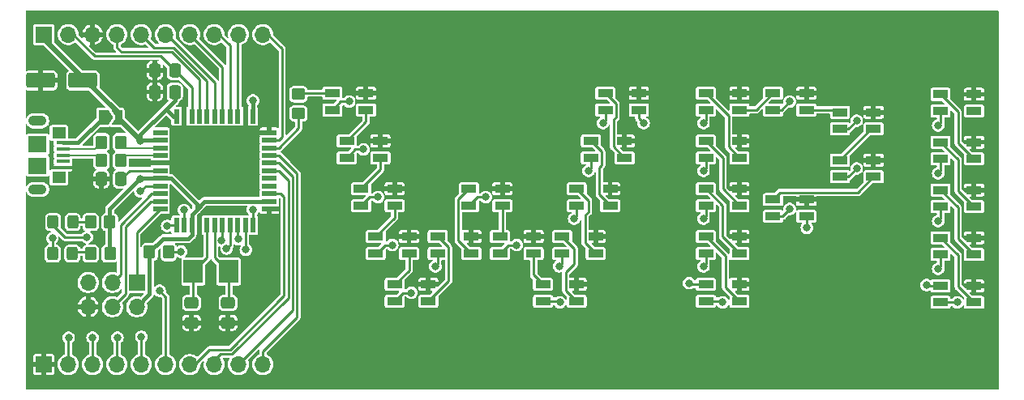
<source format=gtl>
G04 #@! TF.GenerationSoftware,KiCad,Pcbnew,8.0.1*
G04 #@! TF.CreationDate,2024-04-10T03:36:54-04:00*
G04 #@! TF.ProjectId,ieee_pcb_workshop,69656565-5f70-4636-925f-776f726b7368,rev?*
G04 #@! TF.SameCoordinates,Original*
G04 #@! TF.FileFunction,Copper,L1,Top*
G04 #@! TF.FilePolarity,Positive*
%FSLAX46Y46*%
G04 Gerber Fmt 4.6, Leading zero omitted, Abs format (unit mm)*
G04 Created by KiCad (PCBNEW 8.0.1) date 2024-04-10 03:36:54*
%MOMM*%
%LPD*%
G01*
G04 APERTURE LIST*
G04 Aperture macros list*
%AMRoundRect*
0 Rectangle with rounded corners*
0 $1 Rounding radius*
0 $2 $3 $4 $5 $6 $7 $8 $9 X,Y pos of 4 corners*
0 Add a 4 corners polygon primitive as box body*
4,1,4,$2,$3,$4,$5,$6,$7,$8,$9,$2,$3,0*
0 Add four circle primitives for the rounded corners*
1,1,$1+$1,$2,$3*
1,1,$1+$1,$4,$5*
1,1,$1+$1,$6,$7*
1,1,$1+$1,$8,$9*
0 Add four rect primitives between the rounded corners*
20,1,$1+$1,$2,$3,$4,$5,0*
20,1,$1+$1,$4,$5,$6,$7,0*
20,1,$1+$1,$6,$7,$8,$9,0*
20,1,$1+$1,$8,$9,$2,$3,0*%
%AMFreePoly0*
4,1,6,1.000000,0.000000,0.500000,-0.750000,-0.500000,-0.750000,-0.500000,0.750000,0.500000,0.750000,1.000000,0.000000,1.000000,0.000000,$1*%
%AMFreePoly1*
4,1,6,0.500000,-0.750000,-0.650000,-0.750000,-0.150000,0.000000,-0.650000,0.750000,0.500000,0.750000,0.500000,-0.750000,0.500000,-0.750000,$1*%
G04 Aperture macros list end*
G04 #@! TA.AperFunction,SMDPad,CuDef*
%ADD10R,1.600000X0.850000*%
G04 #@! TD*
G04 #@! TA.AperFunction,SMDPad,CuDef*
%ADD11RoundRect,0.250000X-0.325000X-0.450000X0.325000X-0.450000X0.325000X0.450000X-0.325000X0.450000X0*%
G04 #@! TD*
G04 #@! TA.AperFunction,SMDPad,CuDef*
%ADD12RoundRect,0.250000X-0.475000X0.337500X-0.475000X-0.337500X0.475000X-0.337500X0.475000X0.337500X0*%
G04 #@! TD*
G04 #@! TA.AperFunction,ComponentPad*
%ADD13R,1.700000X1.700000*%
G04 #@! TD*
G04 #@! TA.AperFunction,ComponentPad*
%ADD14O,1.700000X1.700000*%
G04 #@! TD*
G04 #@! TA.AperFunction,SMDPad,CuDef*
%ADD15FreePoly0,0.000000*%
G04 #@! TD*
G04 #@! TA.AperFunction,SMDPad,CuDef*
%ADD16FreePoly1,0.000000*%
G04 #@! TD*
G04 #@! TA.AperFunction,SMDPad,CuDef*
%ADD17R,2.000000X2.400000*%
G04 #@! TD*
G04 #@! TA.AperFunction,SMDPad,CuDef*
%ADD18RoundRect,0.250000X0.337500X0.475000X-0.337500X0.475000X-0.337500X-0.475000X0.337500X-0.475000X0*%
G04 #@! TD*
G04 #@! TA.AperFunction,SMDPad,CuDef*
%ADD19RoundRect,0.250000X-0.350000X-0.450000X0.350000X-0.450000X0.350000X0.450000X-0.350000X0.450000X0*%
G04 #@! TD*
G04 #@! TA.AperFunction,SMDPad,CuDef*
%ADD20R,1.400000X0.400000*%
G04 #@! TD*
G04 #@! TA.AperFunction,ComponentPad*
%ADD21O,1.900000X1.050000*%
G04 #@! TD*
G04 #@! TA.AperFunction,SMDPad,CuDef*
%ADD22R,1.450000X1.150000*%
G04 #@! TD*
G04 #@! TA.AperFunction,SMDPad,CuDef*
%ADD23R,1.900000X1.750000*%
G04 #@! TD*
G04 #@! TA.AperFunction,SMDPad,CuDef*
%ADD24RoundRect,0.250000X1.250000X0.550000X-1.250000X0.550000X-1.250000X-0.550000X1.250000X-0.550000X0*%
G04 #@! TD*
G04 #@! TA.AperFunction,SMDPad,CuDef*
%ADD25RoundRect,0.250000X0.450000X-0.350000X0.450000X0.350000X-0.450000X0.350000X-0.450000X-0.350000X0*%
G04 #@! TD*
G04 #@! TA.AperFunction,SMDPad,CuDef*
%ADD26RoundRect,0.250000X0.350000X0.450000X-0.350000X0.450000X-0.350000X-0.450000X0.350000X-0.450000X0*%
G04 #@! TD*
G04 #@! TA.AperFunction,SMDPad,CuDef*
%ADD27R,1.500000X0.550000*%
G04 #@! TD*
G04 #@! TA.AperFunction,SMDPad,CuDef*
%ADD28R,0.550000X1.500000*%
G04 #@! TD*
G04 #@! TA.AperFunction,ViaPad*
%ADD29C,0.800000*%
G04 #@! TD*
G04 #@! TA.AperFunction,Conductor*
%ADD30C,0.250000*%
G04 #@! TD*
G04 #@! TA.AperFunction,Conductor*
%ADD31C,0.400000*%
G04 #@! TD*
G04 #@! TA.AperFunction,Conductor*
%ADD32C,0.500000*%
G04 #@! TD*
G04 #@! TA.AperFunction,Conductor*
%ADD33C,0.200000*%
G04 #@! TD*
G04 APERTURE END LIST*
D10*
X147250000Y-141000000D03*
X147250000Y-139250000D03*
X143750000Y-139250000D03*
X143750000Y-141000000D03*
D11*
X51045000Y-150900000D03*
X53095000Y-150900000D03*
D10*
X122750000Y-145875000D03*
X122750000Y-144125000D03*
X119250000Y-144125000D03*
X119250000Y-145875000D03*
X88250000Y-150875000D03*
X88250000Y-149125000D03*
X84750000Y-149125000D03*
X84750000Y-150875000D03*
X112250000Y-135875000D03*
X112250000Y-134125000D03*
X108750000Y-134125000D03*
X108750000Y-135875000D03*
D12*
X69342000Y-156061500D03*
X69342000Y-158136500D03*
D10*
X136750000Y-142875000D03*
X136750000Y-141125000D03*
X133250000Y-141125000D03*
X133250000Y-142875000D03*
D13*
X59817000Y-153924000D03*
D14*
X59817000Y-156464000D03*
X57277000Y-153924000D03*
X57277000Y-156464000D03*
X54737000Y-153924000D03*
X54737000Y-156464000D03*
D15*
X56335000Y-136652000D03*
D16*
X57785000Y-136652000D03*
D10*
X129750000Y-135875000D03*
X129750000Y-134125000D03*
X126250000Y-134125000D03*
X126250000Y-135875000D03*
D17*
X69414000Y-152781000D03*
X65714000Y-152781000D03*
D10*
X85250000Y-140875000D03*
X85250000Y-139125000D03*
X81750000Y-139125000D03*
X81750000Y-140875000D03*
X105750000Y-155875000D03*
X105750000Y-154125000D03*
X102250000Y-154125000D03*
X102250000Y-155875000D03*
D13*
X50130000Y-128000000D03*
D14*
X52670000Y-128000000D03*
X55210000Y-128000000D03*
X57750000Y-128000000D03*
X60290000Y-128000000D03*
X62830000Y-128000000D03*
X65370000Y-128000000D03*
X67910000Y-128000000D03*
X70450000Y-128000000D03*
X72990000Y-128000000D03*
D12*
X65532000Y-156061500D03*
X65532000Y-158136500D03*
D18*
X58187500Y-143100000D03*
X56112500Y-143100000D03*
D13*
X50130000Y-162500000D03*
D14*
X52670000Y-162500000D03*
X55210000Y-162500000D03*
X57750000Y-162500000D03*
X60290000Y-162500000D03*
X62830000Y-162500000D03*
X65370000Y-162500000D03*
X67910000Y-162500000D03*
X70450000Y-162500000D03*
X72990000Y-162500000D03*
D19*
X61150000Y-150750000D03*
X63150000Y-150750000D03*
D20*
X52109000Y-139307000D03*
X52109000Y-139957000D03*
X52109000Y-140607000D03*
X52109000Y-141257000D03*
X52109000Y-141907000D03*
D21*
X49459000Y-137032000D03*
D22*
X51689000Y-138287000D03*
D23*
X49459000Y-139482000D03*
X49459000Y-141732000D03*
D22*
X51689000Y-142927000D03*
D21*
X49459000Y-144182000D03*
D10*
X122750000Y-135875000D03*
X122750000Y-134125000D03*
X119250000Y-134125000D03*
X119250000Y-135875000D03*
D24*
X54200000Y-132800000D03*
X49800000Y-132800000D03*
D10*
X110750000Y-140875000D03*
X110750000Y-139125000D03*
X107250000Y-139125000D03*
X107250000Y-140875000D03*
D25*
X76700000Y-136250000D03*
X76700000Y-134250000D03*
D10*
X122750000Y-150875000D03*
X122750000Y-149125000D03*
X119250000Y-149125000D03*
X119250000Y-150875000D03*
D26*
X58150000Y-141165000D03*
X56150000Y-141165000D03*
D18*
X63787500Y-134000000D03*
X61712500Y-134000000D03*
D10*
X90250000Y-155875000D03*
X90250000Y-154125000D03*
X86750000Y-154125000D03*
X86750000Y-155875000D03*
X129750000Y-147000000D03*
X129750000Y-145250000D03*
X126250000Y-145250000D03*
X126250000Y-147000000D03*
D19*
X55007000Y-150900000D03*
X57007000Y-150900000D03*
D10*
X136750000Y-137875000D03*
X136750000Y-136125000D03*
X133250000Y-136125000D03*
X133250000Y-137875000D03*
X98000000Y-145875000D03*
X98000000Y-144125000D03*
X94500000Y-144125000D03*
X94500000Y-145875000D03*
X122750000Y-155875000D03*
X122750000Y-154125000D03*
X119250000Y-154125000D03*
X119250000Y-155875000D03*
X147250000Y-151000000D03*
X147250000Y-149250000D03*
X143750000Y-149250000D03*
X143750000Y-151000000D03*
X147250000Y-136000000D03*
X147250000Y-134250000D03*
X143750000Y-134250000D03*
X143750000Y-136000000D03*
X94750000Y-150875000D03*
X94750000Y-149125000D03*
X91250000Y-149125000D03*
X91250000Y-150875000D03*
D26*
X58150000Y-139260000D03*
X56150000Y-139260000D03*
D10*
X107750000Y-150875000D03*
X107750000Y-149125000D03*
X104250000Y-149125000D03*
X104250000Y-150875000D03*
D18*
X63787500Y-131750000D03*
X61712500Y-131750000D03*
D10*
X83750000Y-135875000D03*
X83750000Y-134125000D03*
X80250000Y-134125000D03*
X80250000Y-135875000D03*
X101250000Y-150875000D03*
X101250000Y-149125000D03*
X97750000Y-149125000D03*
X97750000Y-150875000D03*
D19*
X55000000Y-147600000D03*
X57000000Y-147600000D03*
D27*
X62260000Y-138240000D03*
X62260000Y-139040000D03*
X62260000Y-139840000D03*
X62260000Y-140640000D03*
X62260000Y-141440000D03*
X62260000Y-142240000D03*
X62260000Y-143040000D03*
X62260000Y-143840000D03*
X62260000Y-144640000D03*
X62260000Y-145440000D03*
X62260000Y-146240000D03*
D28*
X63960000Y-147940000D03*
X64760000Y-147940000D03*
X65560000Y-147940000D03*
X66360000Y-147940000D03*
X67160000Y-147940000D03*
X67960000Y-147940000D03*
X68760000Y-147940000D03*
X69560000Y-147940000D03*
X70360000Y-147940000D03*
X71160000Y-147940000D03*
X71960000Y-147940000D03*
D27*
X73660000Y-146240000D03*
X73660000Y-145440000D03*
X73660000Y-144640000D03*
X73660000Y-143840000D03*
X73660000Y-143040000D03*
X73660000Y-142240000D03*
X73660000Y-141440000D03*
X73660000Y-140640000D03*
X73660000Y-139840000D03*
X73660000Y-139040000D03*
X73660000Y-138240000D03*
D28*
X71960000Y-136540000D03*
X71160000Y-136540000D03*
X70360000Y-136540000D03*
X69560000Y-136540000D03*
X68760000Y-136540000D03*
X67960000Y-136540000D03*
X67160000Y-136540000D03*
X66360000Y-136540000D03*
X65560000Y-136540000D03*
X64760000Y-136540000D03*
X63960000Y-136540000D03*
D10*
X86750000Y-145875000D03*
X86750000Y-144125000D03*
X83250000Y-144125000D03*
X83250000Y-145875000D03*
D11*
X51075000Y-147600000D03*
X53125000Y-147600000D03*
D10*
X109250000Y-145875000D03*
X109250000Y-144125000D03*
X105750000Y-144125000D03*
X105750000Y-145875000D03*
X147250000Y-146000000D03*
X147250000Y-144250000D03*
X143750000Y-144250000D03*
X143750000Y-146000000D03*
X122750000Y-140875000D03*
X122750000Y-139125000D03*
X119250000Y-139125000D03*
X119250000Y-140875000D03*
X147250000Y-156000000D03*
X147250000Y-154250000D03*
X143750000Y-154250000D03*
X143750000Y-156000000D03*
D29*
X145500000Y-156000000D03*
X88500000Y-155000000D03*
X135000000Y-142000000D03*
X128000000Y-135000000D03*
X143500000Y-152500000D03*
X143500000Y-137500000D03*
X60200000Y-143100000D03*
X96250000Y-145000000D03*
X91000000Y-152250000D03*
X108500000Y-137250000D03*
X104000000Y-156000000D03*
X105500000Y-147250000D03*
X135000000Y-137000000D03*
X128000000Y-146250000D03*
X143500000Y-147500000D03*
X119000000Y-147250000D03*
X119000000Y-137250000D03*
X82000000Y-135000000D03*
X107000000Y-142250000D03*
X119000000Y-152250000D03*
X83500000Y-140000000D03*
X86500000Y-150000000D03*
X71950000Y-134900000D03*
X103914569Y-152232914D03*
X99500000Y-150000000D03*
X143500000Y-142500000D03*
X119000000Y-142250000D03*
X121000000Y-156000000D03*
X60200000Y-139100000D03*
X85000000Y-145000000D03*
X58600000Y-133200000D03*
X60800000Y-148850000D03*
X67400000Y-156400000D03*
X59000000Y-145700000D03*
X54000000Y-142000000D03*
X67800000Y-142200000D03*
X72800000Y-152400000D03*
X56400000Y-129200000D03*
X72600000Y-131800000D03*
X50500000Y-158100000D03*
X68900000Y-146400000D03*
X54600000Y-149200000D03*
X71950000Y-146300000D03*
X60200000Y-144400000D03*
X51000000Y-149300000D03*
X64750000Y-146350000D03*
X64450000Y-150700000D03*
X117500000Y-154000000D03*
X112750000Y-137250000D03*
X52700000Y-159700000D03*
X68684500Y-149535871D03*
X69196991Y-150393982D03*
X55200000Y-159700000D03*
X60300000Y-159600000D03*
X70400000Y-149400000D03*
X71200000Y-150500000D03*
X57800000Y-159700000D03*
X63000000Y-148000000D03*
X62200000Y-154800000D03*
X129800000Y-148200000D03*
X142300000Y-154200000D03*
D30*
X105750000Y-145875000D02*
X105750000Y-147000000D01*
D31*
X62550000Y-149350000D02*
X65175000Y-149350000D01*
D30*
X107250000Y-142000000D02*
X107000000Y-142250000D01*
D31*
X62887500Y-135787500D02*
X63640000Y-136540000D01*
D30*
X133250000Y-137875000D02*
X134125000Y-137875000D01*
X143750000Y-156000000D02*
X145500000Y-156000000D01*
X91250000Y-152000000D02*
X91000000Y-152250000D01*
D31*
X60100000Y-143100000D02*
X57000000Y-146200000D01*
X63787500Y-134912500D02*
X63787500Y-134000000D01*
X62887500Y-135787500D02*
X62912500Y-135787500D01*
D30*
X82000000Y-135000000D02*
X81125000Y-135000000D01*
D31*
X60200000Y-139067000D02*
X60200000Y-139100000D01*
D30*
X104250000Y-151897483D02*
X104250000Y-150875000D01*
D32*
X57785000Y-136085000D02*
X54200000Y-132500000D01*
D30*
X87625000Y-155000000D02*
X88500000Y-155000000D01*
D31*
X61150000Y-150750000D02*
X62550000Y-149350000D01*
X65560000Y-146790000D02*
X66075000Y-146275000D01*
X63640000Y-136540000D02*
X63960000Y-136540000D01*
X66910000Y-145440000D02*
X73660000Y-145440000D01*
D30*
X119250000Y-140875000D02*
X119250000Y-142000000D01*
D31*
X62220000Y-143000000D02*
X62260000Y-143040000D01*
X57000000Y-150742000D02*
X57007000Y-150749000D01*
D30*
X143750000Y-147250000D02*
X143500000Y-147500000D01*
X143750000Y-137250000D02*
X143500000Y-137500000D01*
D31*
X62912500Y-135787500D02*
X63787500Y-134912500D01*
D30*
X98625000Y-150000000D02*
X99500000Y-150000000D01*
X134125000Y-142875000D02*
X135000000Y-142000000D01*
D31*
X63410000Y-143040000D02*
X66075000Y-145705000D01*
D30*
X97750000Y-150875000D02*
X98625000Y-150000000D01*
X82625000Y-140000000D02*
X81750000Y-140875000D01*
X143750000Y-146000000D02*
X143750000Y-147250000D01*
X119250000Y-137000000D02*
X119000000Y-137250000D01*
D31*
X65560000Y-147940000D02*
X65560000Y-146790000D01*
D30*
X119250000Y-145875000D02*
X119250000Y-147000000D01*
D31*
X60200000Y-138475000D02*
X62887500Y-135787500D01*
X62260000Y-139040000D02*
X60240000Y-139040000D01*
D30*
X108750000Y-135875000D02*
X108750000Y-137000000D01*
D31*
X66075000Y-146275000D02*
X66910000Y-145440000D01*
D30*
X143750000Y-142250000D02*
X143500000Y-142500000D01*
X119250000Y-147000000D02*
X119000000Y-147250000D01*
D31*
X60200000Y-139100000D02*
X60233000Y-139100000D01*
X71960000Y-136540000D02*
X71867000Y-136540000D01*
D30*
X103875000Y-155875000D02*
X102250000Y-155875000D01*
X143750000Y-141000000D02*
X143750000Y-142250000D01*
X85750000Y-150000000D02*
X86500000Y-150000000D01*
X94500000Y-145875000D02*
X95375000Y-145000000D01*
X119250000Y-152000000D02*
X119000000Y-152250000D01*
D31*
X61150000Y-155131000D02*
X59817000Y-156464000D01*
D30*
X103914569Y-152232914D02*
X104250000Y-151897483D01*
X84125000Y-145000000D02*
X85000000Y-145000000D01*
D32*
X54200000Y-132500000D02*
X50130000Y-128430000D01*
D30*
X120875000Y-155875000D02*
X121000000Y-156000000D01*
X81125000Y-135000000D02*
X80250000Y-135875000D01*
D31*
X60240000Y-139040000D02*
X60200000Y-139000000D01*
D32*
X50130000Y-128430000D02*
X50130000Y-127500000D01*
D30*
X126250000Y-135875000D02*
X127125000Y-135875000D01*
X63787500Y-134000000D02*
X63960000Y-134172500D01*
D31*
X60200000Y-143000000D02*
X60200000Y-143000000D01*
D30*
X126250000Y-147000000D02*
X127250000Y-147000000D01*
X108750000Y-137000000D02*
X108500000Y-137250000D01*
D31*
X61150000Y-150750000D02*
X61150000Y-155131000D01*
D32*
X57785000Y-136652000D02*
X60200000Y-139067000D01*
D30*
X84750000Y-150875000D02*
X84875000Y-150875000D01*
D31*
X65560000Y-148965000D02*
X65560000Y-147940000D01*
D30*
X107250000Y-140875000D02*
X107250000Y-142000000D01*
X119250000Y-135875000D02*
X119250000Y-137000000D01*
X105750000Y-147000000D02*
X105500000Y-147250000D01*
D31*
X57000000Y-147900000D02*
X57000000Y-150742000D01*
X60233000Y-139100000D02*
X60173000Y-139040000D01*
X57000000Y-146200000D02*
X57000000Y-147900000D01*
D30*
X83250000Y-145875000D02*
X84125000Y-145000000D01*
D31*
X60200000Y-143000000D02*
X62220000Y-143000000D01*
D30*
X133250000Y-142875000D02*
X134125000Y-142875000D01*
X127250000Y-147000000D02*
X128000000Y-146250000D01*
X134125000Y-137875000D02*
X135000000Y-137000000D01*
X119250000Y-150875000D02*
X119250000Y-152000000D01*
X84875000Y-150875000D02*
X85750000Y-150000000D01*
X91250000Y-150875000D02*
X91250000Y-152000000D01*
D31*
X66075000Y-145705000D02*
X66075000Y-146275000D01*
D30*
X119250000Y-142000000D02*
X119000000Y-142250000D01*
X119250000Y-155875000D02*
X120875000Y-155875000D01*
D31*
X60200000Y-143000000D02*
X60200000Y-143100000D01*
D30*
X86750000Y-155875000D02*
X87625000Y-155000000D01*
D31*
X71950000Y-134900000D02*
X71950000Y-136530000D01*
X60200000Y-143100000D02*
X60100000Y-143100000D01*
D30*
X104000000Y-156000000D02*
X103875000Y-155875000D01*
D31*
X60200000Y-139000000D02*
X60200000Y-138475000D01*
X65175000Y-149350000D02*
X65560000Y-148965000D01*
D30*
X127125000Y-135875000D02*
X128000000Y-135000000D01*
D32*
X57785000Y-136652000D02*
X57785000Y-136085000D01*
D31*
X60173000Y-139040000D02*
X60200000Y-139000000D01*
D30*
X143750000Y-151000000D02*
X143750000Y-152250000D01*
D31*
X62260000Y-143040000D02*
X63410000Y-143040000D01*
D30*
X83500000Y-140000000D02*
X82625000Y-140000000D01*
X143750000Y-136000000D02*
X143750000Y-137250000D01*
X95375000Y-145000000D02*
X96250000Y-145000000D01*
D31*
X71950000Y-136530000D02*
X71960000Y-136540000D01*
D30*
X143750000Y-152250000D02*
X143500000Y-152500000D01*
X69414000Y-155989500D02*
X69342000Y-156061500D01*
X67960000Y-151327000D02*
X69414000Y-152781000D01*
X67960000Y-147940000D02*
X67960000Y-151327000D01*
X69414000Y-152781000D02*
X69414000Y-155989500D01*
X65714000Y-152781000D02*
X65714000Y-155879500D01*
X65714000Y-155879500D02*
X65532000Y-156061500D01*
X67160000Y-147940000D02*
X67160000Y-151335000D01*
X67160000Y-151335000D02*
X65714000Y-152781000D01*
X58187500Y-143100000D02*
X59047500Y-142240000D01*
X59047500Y-142240000D02*
X62260000Y-142240000D01*
X71960000Y-147940000D02*
X71960000Y-146310000D01*
X54600000Y-149200000D02*
X52345000Y-149200000D01*
X52345000Y-149200000D02*
X51045000Y-147900000D01*
X71960000Y-146310000D02*
X71950000Y-146300000D01*
X53125000Y-147600000D02*
X55000000Y-147600000D01*
X60760000Y-143840000D02*
X60200000Y-144400000D01*
X51000000Y-149300000D02*
X51000000Y-150704000D01*
X62260000Y-143840000D02*
X60760000Y-143840000D01*
X51000000Y-150704000D02*
X51045000Y-150749000D01*
X55007000Y-150749000D02*
X53095000Y-150749000D01*
X83750000Y-137125000D02*
X81750000Y-139125000D01*
X83750000Y-135875000D02*
X83750000Y-137125000D01*
X76825000Y-134125000D02*
X76700000Y-134250000D01*
X80250000Y-134125000D02*
X76825000Y-134125000D01*
X85250000Y-142125000D02*
X83250000Y-144125000D01*
X85250000Y-140875000D02*
X85250000Y-142125000D01*
X86750000Y-145875000D02*
X86750000Y-147125000D01*
X86750000Y-147125000D02*
X84750000Y-149125000D01*
X88250000Y-150875000D02*
X88250000Y-152625000D01*
X88250000Y-152625000D02*
X86750000Y-154125000D01*
X92375000Y-153750000D02*
X92375000Y-150250000D01*
X90250000Y-155875000D02*
X92375000Y-153750000D01*
X92375000Y-150250000D02*
X91250000Y-149125000D01*
X59817000Y-148683000D02*
X62260000Y-146240000D01*
X59817000Y-153924000D02*
X59817000Y-148683000D01*
X58127000Y-153074000D02*
X58127000Y-147898000D01*
X58127000Y-147898000D02*
X61385000Y-144640000D01*
X57277000Y-153924000D02*
X58127000Y-153074000D01*
X61385000Y-144640000D02*
X62260000Y-144640000D01*
X58642000Y-155099000D02*
X57277000Y-156464000D01*
X62260000Y-145440000D02*
X61260000Y-145440000D01*
X61260000Y-145440000D02*
X58642000Y-148058000D01*
X58642000Y-148058000D02*
X58642000Y-155099000D01*
X64760000Y-147940000D02*
X64760000Y-146360000D01*
X63200000Y-150700000D02*
X63150000Y-150750000D01*
X64450000Y-150700000D02*
X63200000Y-150700000D01*
X64760000Y-146360000D02*
X64750000Y-146350000D01*
D31*
X53680000Y-139307000D02*
X56335000Y-136652000D01*
X52109000Y-139307000D02*
X53680000Y-139307000D01*
D33*
X52109000Y-139957000D02*
X55453000Y-139957000D01*
X55453000Y-139957000D02*
X56150000Y-139260000D01*
X55592000Y-140607000D02*
X56150000Y-141165000D01*
X52109000Y-140607000D02*
X55592000Y-140607000D01*
X58150000Y-141165000D02*
X58675000Y-140640000D01*
X58675000Y-140640000D02*
X62260000Y-140640000D01*
X58730000Y-139840000D02*
X58150000Y-139260000D01*
X62260000Y-139840000D02*
X58730000Y-139840000D01*
D30*
X74660000Y-139840000D02*
X76700000Y-137800000D01*
X73660000Y-139840000D02*
X74660000Y-139840000D01*
X76700000Y-137800000D02*
X76700000Y-136250000D01*
X93375000Y-149500000D02*
X93375000Y-145250000D01*
X94750000Y-150875000D02*
X93375000Y-149500000D01*
X93375000Y-145250000D02*
X94500000Y-144125000D01*
X98000000Y-148875000D02*
X97750000Y-149125000D01*
X98000000Y-145875000D02*
X98000000Y-148875000D01*
X101250000Y-150875000D02*
X101250000Y-153125000D01*
X101250000Y-153125000D02*
X102250000Y-154125000D01*
X105500000Y-152000000D02*
X105500000Y-150375000D01*
X104625000Y-152875000D02*
X105500000Y-152000000D01*
X105500000Y-150375000D02*
X104250000Y-149125000D01*
X104625000Y-154750000D02*
X104625000Y-152875000D01*
X105750000Y-155875000D02*
X104625000Y-154750000D01*
X107000000Y-145375000D02*
X105750000Y-144125000D01*
X106625000Y-149750000D02*
X106625000Y-146875000D01*
X107000000Y-146500000D02*
X107000000Y-145375000D01*
X107750000Y-150875000D02*
X106625000Y-149750000D01*
X106625000Y-146875000D02*
X107000000Y-146500000D01*
X108125000Y-144750000D02*
X108125000Y-141875000D01*
X108125000Y-141875000D02*
X108375000Y-141625000D01*
X108375000Y-140250000D02*
X107250000Y-139125000D01*
X109250000Y-145875000D02*
X108125000Y-144750000D01*
X108375000Y-141625000D02*
X108375000Y-140250000D01*
X110750000Y-140875000D02*
X109625000Y-139750000D01*
X109875000Y-135250000D02*
X108750000Y-134125000D01*
X109875000Y-136625000D02*
X109875000Y-135250000D01*
X109625000Y-136875000D02*
X109875000Y-136625000D01*
X109625000Y-139750000D02*
X109625000Y-136875000D01*
X112250000Y-136750000D02*
X112750000Y-137250000D01*
X112250000Y-135875000D02*
X112250000Y-136750000D01*
X119250000Y-154125000D02*
X117625000Y-154125000D01*
X117625000Y-154125000D02*
X117500000Y-154000000D01*
X121300000Y-154425000D02*
X121300000Y-151175000D01*
X121300000Y-151175000D02*
X119250000Y-149125000D01*
X122750000Y-155875000D02*
X121300000Y-154425000D01*
X65560000Y-133522500D02*
X63787500Y-131750000D01*
X55420000Y-130250000D02*
X52670000Y-127500000D01*
X65560000Y-136540000D02*
X65560000Y-133522500D01*
X63787500Y-131750000D02*
X62287500Y-130250000D01*
X62287500Y-130250000D02*
X55420000Y-130250000D01*
X70360000Y-136540000D02*
X70360000Y-127590000D01*
X70360000Y-127590000D02*
X70450000Y-127500000D01*
X69560000Y-129150000D02*
X69560000Y-136540000D01*
X67910000Y-127500000D02*
X69560000Y-129150000D01*
X65370000Y-128000000D02*
X68760000Y-131390000D01*
X68760000Y-131390000D02*
X68760000Y-136540000D01*
X62935965Y-128000000D02*
X62830000Y-128000000D01*
X67960000Y-133024035D02*
X62935965Y-128000000D01*
X67960000Y-136540000D02*
X67960000Y-133024035D01*
X67160000Y-132860431D02*
X67160000Y-136540000D01*
X63649569Y-129350000D02*
X67160000Y-132860431D01*
X60290000Y-128000000D02*
X61640000Y-129350000D01*
X61640000Y-129350000D02*
X63649569Y-129350000D01*
X63463173Y-129800000D02*
X58200000Y-129800000D01*
X57750000Y-129350000D02*
X57750000Y-128000000D01*
X58200000Y-129800000D02*
X57750000Y-129350000D01*
X66360000Y-132696827D02*
X63463173Y-129800000D01*
X66360000Y-136540000D02*
X66360000Y-132696827D01*
X74660000Y-139040000D02*
X75000000Y-138700000D01*
X75000000Y-129510000D02*
X72990000Y-127500000D01*
X73660000Y-139040000D02*
X74660000Y-139040000D01*
X75000000Y-138700000D02*
X75000000Y-129510000D01*
X68760000Y-147940000D02*
X68760000Y-149460371D01*
X68760000Y-149460371D02*
X68684500Y-149535871D01*
X68714129Y-149535871D02*
X68760000Y-149490000D01*
X52700000Y-159700000D02*
X52670000Y-159730000D01*
X52670000Y-159730000D02*
X52670000Y-162500000D01*
X68684500Y-149535871D02*
X68714129Y-149535871D01*
X69560000Y-150030973D02*
X69560000Y-147940000D01*
X55200000Y-159700000D02*
X55210000Y-159710000D01*
X55210000Y-159710000D02*
X55210000Y-162500000D01*
X69196991Y-150393982D02*
X69560000Y-150030973D01*
X70300000Y-149400000D02*
X70300000Y-149400000D01*
X70360000Y-149340000D02*
X70400000Y-149300000D01*
X70400000Y-149400000D02*
X70300000Y-149400000D01*
X70360000Y-147940000D02*
X70360000Y-149360000D01*
X60300000Y-159600000D02*
X60290000Y-159610000D01*
X60290000Y-159610000D02*
X60290000Y-162500000D01*
X70400000Y-149300000D02*
X70400000Y-149400000D01*
X70360000Y-149360000D02*
X70400000Y-149400000D01*
X57750000Y-159750000D02*
X57750000Y-162500000D01*
X57800000Y-159700000D02*
X57750000Y-159750000D01*
X71200000Y-150500000D02*
X71160000Y-150460000D01*
X71160000Y-150460000D02*
X71160000Y-147940000D01*
X75200000Y-155322792D02*
X69561396Y-160961396D01*
X75200000Y-145000000D02*
X75200000Y-155322792D01*
X74840000Y-144640000D02*
X75200000Y-145000000D01*
X73660000Y-144640000D02*
X74840000Y-144640000D01*
X69561396Y-160961396D02*
X67408604Y-160961396D01*
X67408604Y-160961396D02*
X65370000Y-163000000D01*
X62830000Y-155430000D02*
X62830000Y-163000000D01*
X63000000Y-148000000D02*
X63200000Y-148000000D01*
X63260000Y-147940000D02*
X63000000Y-148000000D01*
X62200000Y-154800000D02*
X62830000Y-155430000D01*
X63960000Y-147940000D02*
X63260000Y-147940000D01*
X75650000Y-155509188D02*
X69747792Y-161411396D01*
X73660000Y-142240000D02*
X74640000Y-142240000D01*
X74640000Y-142240000D02*
X75650000Y-143250000D01*
X68588604Y-161411396D02*
X67910000Y-162090000D01*
X67910000Y-162090000D02*
X67910000Y-163000000D01*
X69747792Y-161411396D02*
X68588604Y-161411396D01*
X75650000Y-143250000D02*
X75650000Y-155509188D01*
X67910000Y-162612792D02*
X67910000Y-163000000D01*
X76100000Y-142880000D02*
X76100000Y-156850000D01*
X76100000Y-156850000D02*
X70450000Y-162500000D01*
X74660000Y-141440000D02*
X76100000Y-142880000D01*
X73660000Y-141440000D02*
X74660000Y-141440000D01*
X70450000Y-162950000D02*
X70450000Y-163000000D01*
X121000000Y-149125000D02*
X121000000Y-145875000D01*
X122750000Y-150875000D02*
X121000000Y-149125000D01*
X121000000Y-145875000D02*
X119250000Y-144125000D01*
X121025000Y-144150000D02*
X121025000Y-140900000D01*
X121025000Y-140900000D02*
X119250000Y-139125000D01*
X122750000Y-145875000D02*
X121025000Y-144150000D01*
X121625000Y-136500000D02*
X119250000Y-134125000D01*
X121625000Y-139750000D02*
X121625000Y-136500000D01*
X122750000Y-140875000D02*
X121625000Y-139750000D01*
X124500000Y-135875000D02*
X126250000Y-134125000D01*
X122750000Y-135875000D02*
X124500000Y-135875000D01*
X129750000Y-135875000D02*
X133000000Y-135875000D01*
X133000000Y-135875000D02*
X133250000Y-136125000D01*
X136750000Y-137875000D02*
X136500000Y-137875000D01*
X136500000Y-137875000D02*
X133250000Y-141125000D01*
X127000000Y-144500000D02*
X126250000Y-145250000D01*
X135125000Y-144500000D02*
X127000000Y-144500000D01*
X136750000Y-142875000D02*
X135125000Y-144500000D01*
X129750000Y-148150000D02*
X129800000Y-148200000D01*
X129750000Y-147000000D02*
X129750000Y-148150000D01*
X142350000Y-154250000D02*
X142300000Y-154200000D01*
X143750000Y-154250000D02*
X142350000Y-154250000D01*
X145600000Y-154350000D02*
X145600000Y-151100000D01*
X147250000Y-156000000D02*
X145600000Y-154350000D01*
X145600000Y-151100000D02*
X143750000Y-149250000D01*
X145600000Y-146100000D02*
X143750000Y-144250000D01*
X147250000Y-151000000D02*
X145600000Y-149350000D01*
X145600000Y-149350000D02*
X145600000Y-146100000D01*
X147250000Y-146000000D02*
X145600000Y-144350000D01*
X145600000Y-144350000D02*
X145600000Y-141100000D01*
X145600000Y-141100000D02*
X143750000Y-139250000D01*
X145600000Y-136100000D02*
X143750000Y-134250000D01*
X145600000Y-139350000D02*
X145600000Y-136100000D01*
X147250000Y-141000000D02*
X145600000Y-139350000D01*
X74660000Y-140640000D02*
X73660000Y-140640000D01*
X76550000Y-157536396D02*
X76550000Y-142530000D01*
X72990000Y-161096396D02*
X76550000Y-157536396D01*
X76550000Y-142530000D02*
X74660000Y-140640000D01*
X72990000Y-163000000D02*
X72990000Y-161096396D01*
G04 #@! TA.AperFunction,Conductor*
G36*
X149787194Y-125510806D02*
G01*
X149805500Y-125555000D01*
X149805500Y-165029000D01*
X149787194Y-165073194D01*
X149743000Y-165091500D01*
X48269000Y-165091500D01*
X48224806Y-165073194D01*
X48206500Y-165029000D01*
X48206500Y-162250000D01*
X49026000Y-162250000D01*
X49696988Y-162250000D01*
X49664075Y-162307007D01*
X49630000Y-162434174D01*
X49630000Y-162565826D01*
X49664075Y-162692993D01*
X49696988Y-162750000D01*
X49026001Y-162750000D01*
X49026001Y-163375018D01*
X49040736Y-163449104D01*
X49040738Y-163449108D01*
X49096876Y-163533123D01*
X49180891Y-163589261D01*
X49180895Y-163589263D01*
X49254982Y-163603999D01*
X49880000Y-163603999D01*
X49880000Y-162933012D01*
X49937007Y-162965925D01*
X50064174Y-163000000D01*
X50195826Y-163000000D01*
X50322993Y-162965925D01*
X50380000Y-162933012D01*
X50380000Y-163603999D01*
X51005015Y-163603999D01*
X51005018Y-163603998D01*
X51079104Y-163589263D01*
X51079108Y-163589261D01*
X51163123Y-163533123D01*
X51219261Y-163449108D01*
X51219263Y-163449104D01*
X51233999Y-163375017D01*
X51234000Y-163375017D01*
X51234000Y-162750000D01*
X50563012Y-162750000D01*
X50595925Y-162692993D01*
X50630000Y-162565826D01*
X50630000Y-162500004D01*
X51560768Y-162500004D01*
X51579653Y-162703813D01*
X51579655Y-162703825D01*
X51635501Y-162900099D01*
X51635672Y-162900701D01*
X51726912Y-163083935D01*
X51726913Y-163083936D01*
X51726915Y-163083940D01*
X51850259Y-163247275D01*
X51850264Y-163247280D01*
X51850268Y-163247285D01*
X51952870Y-163340819D01*
X52001533Y-163385182D01*
X52001534Y-163385183D01*
X52001538Y-163385186D01*
X52175573Y-163492944D01*
X52366444Y-163566888D01*
X52567653Y-163604500D01*
X52567656Y-163604500D01*
X52772344Y-163604500D01*
X52772347Y-163604500D01*
X52973556Y-163566888D01*
X53164427Y-163492944D01*
X53338462Y-163385186D01*
X53489732Y-163247285D01*
X53613088Y-163083935D01*
X53704328Y-162900701D01*
X53760345Y-162703821D01*
X53760346Y-162703813D01*
X53779232Y-162500004D01*
X54100768Y-162500004D01*
X54119653Y-162703813D01*
X54119655Y-162703825D01*
X54175501Y-162900099D01*
X54175672Y-162900701D01*
X54266912Y-163083935D01*
X54266913Y-163083936D01*
X54266915Y-163083940D01*
X54390259Y-163247275D01*
X54390264Y-163247280D01*
X54390268Y-163247285D01*
X54492870Y-163340819D01*
X54541533Y-163385182D01*
X54541534Y-163385183D01*
X54541538Y-163385186D01*
X54715573Y-163492944D01*
X54906444Y-163566888D01*
X55107653Y-163604500D01*
X55107656Y-163604500D01*
X55312344Y-163604500D01*
X55312347Y-163604500D01*
X55513556Y-163566888D01*
X55704427Y-163492944D01*
X55878462Y-163385186D01*
X56029732Y-163247285D01*
X56153088Y-163083935D01*
X56244328Y-162900701D01*
X56300345Y-162703821D01*
X56300346Y-162703813D01*
X56319232Y-162500004D01*
X56640768Y-162500004D01*
X56659653Y-162703813D01*
X56659655Y-162703825D01*
X56715501Y-162900099D01*
X56715672Y-162900701D01*
X56806912Y-163083935D01*
X56806913Y-163083936D01*
X56806915Y-163083940D01*
X56930259Y-163247275D01*
X56930264Y-163247280D01*
X56930268Y-163247285D01*
X57032870Y-163340819D01*
X57081533Y-163385182D01*
X57081534Y-163385183D01*
X57081538Y-163385186D01*
X57255573Y-163492944D01*
X57446444Y-163566888D01*
X57647653Y-163604500D01*
X57647656Y-163604500D01*
X57852344Y-163604500D01*
X57852347Y-163604500D01*
X58053556Y-163566888D01*
X58244427Y-163492944D01*
X58418462Y-163385186D01*
X58569732Y-163247285D01*
X58693088Y-163083935D01*
X58784328Y-162900701D01*
X58840345Y-162703821D01*
X58840346Y-162703813D01*
X58859232Y-162500004D01*
X59180768Y-162500004D01*
X59199653Y-162703813D01*
X59199655Y-162703825D01*
X59255501Y-162900099D01*
X59255672Y-162900701D01*
X59346912Y-163083935D01*
X59346913Y-163083936D01*
X59346915Y-163083940D01*
X59470259Y-163247275D01*
X59470264Y-163247280D01*
X59470268Y-163247285D01*
X59572870Y-163340819D01*
X59621533Y-163385182D01*
X59621534Y-163385183D01*
X59621538Y-163385186D01*
X59795573Y-163492944D01*
X59986444Y-163566888D01*
X60187653Y-163604500D01*
X60187656Y-163604500D01*
X60392344Y-163604500D01*
X60392347Y-163604500D01*
X60593556Y-163566888D01*
X60784427Y-163492944D01*
X60958462Y-163385186D01*
X61109732Y-163247285D01*
X61233088Y-163083935D01*
X61324328Y-162900701D01*
X61380345Y-162703821D01*
X61380346Y-162703813D01*
X61399232Y-162500004D01*
X61399232Y-162499995D01*
X61380346Y-162296186D01*
X61380344Y-162296174D01*
X61350986Y-162192993D01*
X61324328Y-162099299D01*
X61233088Y-161916065D01*
X61233085Y-161916061D01*
X61233084Y-161916059D01*
X61109740Y-161752724D01*
X61109735Y-161752719D01*
X61109732Y-161752715D01*
X61006348Y-161658468D01*
X60958466Y-161614817D01*
X60958463Y-161614815D01*
X60958462Y-161614814D01*
X60784427Y-161507056D01*
X60784426Y-161507055D01*
X60784422Y-161507053D01*
X60709422Y-161477997D01*
X60674825Y-161444962D01*
X60669500Y-161419718D01*
X60669500Y-160175182D01*
X60687806Y-160130988D01*
X60690534Y-160128418D01*
X60793498Y-160037201D01*
X60883787Y-159906395D01*
X60940149Y-159757782D01*
X60947165Y-159700000D01*
X60959307Y-159600003D01*
X60959307Y-159599996D01*
X60940150Y-159442225D01*
X60940148Y-159442214D01*
X60883787Y-159293605D01*
X60793500Y-159162801D01*
X60793496Y-159162797D01*
X60674531Y-159057402D01*
X60674529Y-159057400D01*
X60533794Y-158983537D01*
X60379474Y-158945500D01*
X60379471Y-158945500D01*
X60220529Y-158945500D01*
X60220525Y-158945500D01*
X60066205Y-158983537D01*
X59925470Y-159057400D01*
X59925468Y-159057402D01*
X59806503Y-159162797D01*
X59806499Y-159162801D01*
X59716212Y-159293605D01*
X59659851Y-159442214D01*
X59659849Y-159442225D01*
X59640693Y-159599996D01*
X59640693Y-159600003D01*
X59659849Y-159757774D01*
X59659851Y-159757785D01*
X59716212Y-159906394D01*
X59806499Y-160037198D01*
X59806502Y-160037201D01*
X59889445Y-160110682D01*
X59910386Y-160153689D01*
X59910500Y-160157463D01*
X59910500Y-161419718D01*
X59892194Y-161463912D01*
X59870578Y-161477997D01*
X59795577Y-161507053D01*
X59621533Y-161614817D01*
X59470266Y-161752717D01*
X59470259Y-161752724D01*
X59346915Y-161916059D01*
X59346912Y-161916065D01*
X59255672Y-162099298D01*
X59199655Y-162296174D01*
X59199653Y-162296186D01*
X59180768Y-162499995D01*
X59180768Y-162500004D01*
X58859232Y-162500004D01*
X58859232Y-162499995D01*
X58840346Y-162296186D01*
X58840344Y-162296174D01*
X58810986Y-162192993D01*
X58784328Y-162099299D01*
X58693088Y-161916065D01*
X58693085Y-161916061D01*
X58693084Y-161916059D01*
X58569740Y-161752724D01*
X58569735Y-161752719D01*
X58569732Y-161752715D01*
X58466348Y-161658468D01*
X58418466Y-161614817D01*
X58418463Y-161614815D01*
X58418462Y-161614814D01*
X58244427Y-161507056D01*
X58244426Y-161507055D01*
X58244422Y-161507053D01*
X58169422Y-161477997D01*
X58134825Y-161444962D01*
X58129500Y-161419718D01*
X58129500Y-160304014D01*
X58147806Y-160259820D01*
X58162954Y-160248673D01*
X58174529Y-160242599D01*
X58293498Y-160137201D01*
X58383787Y-160006395D01*
X58440149Y-159857782D01*
X58459307Y-159700000D01*
X58447165Y-159600003D01*
X58440150Y-159542225D01*
X58440148Y-159542214D01*
X58383787Y-159393605D01*
X58293500Y-159262801D01*
X58293496Y-159262797D01*
X58174531Y-159157402D01*
X58174529Y-159157400D01*
X58033794Y-159083537D01*
X57879474Y-159045500D01*
X57879471Y-159045500D01*
X57720529Y-159045500D01*
X57720525Y-159045500D01*
X57566205Y-159083537D01*
X57425470Y-159157400D01*
X57425468Y-159157402D01*
X57306503Y-159262797D01*
X57306499Y-159262801D01*
X57216212Y-159393605D01*
X57159851Y-159542214D01*
X57159849Y-159542225D01*
X57140693Y-159699996D01*
X57140693Y-159700003D01*
X57159849Y-159857774D01*
X57159851Y-159857785D01*
X57216212Y-160006394D01*
X57306499Y-160137198D01*
X57306503Y-160137202D01*
X57349445Y-160175245D01*
X57370386Y-160218253D01*
X57370500Y-160222027D01*
X57370500Y-161419718D01*
X57352194Y-161463912D01*
X57330578Y-161477997D01*
X57255577Y-161507053D01*
X57081533Y-161614817D01*
X56930266Y-161752717D01*
X56930259Y-161752724D01*
X56806915Y-161916059D01*
X56806912Y-161916065D01*
X56715672Y-162099298D01*
X56659655Y-162296174D01*
X56659653Y-162296186D01*
X56640768Y-162499995D01*
X56640768Y-162500004D01*
X56319232Y-162500004D01*
X56319232Y-162499995D01*
X56300346Y-162296186D01*
X56300344Y-162296174D01*
X56270986Y-162192993D01*
X56244328Y-162099299D01*
X56153088Y-161916065D01*
X56153085Y-161916061D01*
X56153084Y-161916059D01*
X56029740Y-161752724D01*
X56029735Y-161752719D01*
X56029732Y-161752715D01*
X55926348Y-161658468D01*
X55878466Y-161614817D01*
X55878463Y-161614815D01*
X55878462Y-161614814D01*
X55704427Y-161507056D01*
X55704426Y-161507055D01*
X55704422Y-161507053D01*
X55629422Y-161477997D01*
X55594825Y-161444962D01*
X55589500Y-161419718D01*
X55589500Y-160257463D01*
X55607806Y-160213269D01*
X55610538Y-160210696D01*
X55693498Y-160137201D01*
X55783787Y-160006395D01*
X55840149Y-159857782D01*
X55859307Y-159700000D01*
X55847165Y-159600003D01*
X55840150Y-159542225D01*
X55840148Y-159542214D01*
X55783787Y-159393605D01*
X55693500Y-159262801D01*
X55693496Y-159262797D01*
X55574531Y-159157402D01*
X55574529Y-159157400D01*
X55433794Y-159083537D01*
X55279474Y-159045500D01*
X55279471Y-159045500D01*
X55120529Y-159045500D01*
X55120525Y-159045500D01*
X54966205Y-159083537D01*
X54825470Y-159157400D01*
X54825468Y-159157402D01*
X54706503Y-159262797D01*
X54706499Y-159262801D01*
X54616212Y-159393605D01*
X54559851Y-159542214D01*
X54559849Y-159542225D01*
X54540693Y-159699996D01*
X54540693Y-159700003D01*
X54559849Y-159857774D01*
X54559851Y-159857785D01*
X54616212Y-160006394D01*
X54706499Y-160137198D01*
X54706502Y-160137201D01*
X54809445Y-160228401D01*
X54830386Y-160271408D01*
X54830500Y-160275182D01*
X54830500Y-161419718D01*
X54812194Y-161463912D01*
X54790578Y-161477997D01*
X54715577Y-161507053D01*
X54541533Y-161614817D01*
X54390266Y-161752717D01*
X54390259Y-161752724D01*
X54266915Y-161916059D01*
X54266912Y-161916065D01*
X54175672Y-162099298D01*
X54119655Y-162296174D01*
X54119653Y-162296186D01*
X54100768Y-162499995D01*
X54100768Y-162500004D01*
X53779232Y-162500004D01*
X53779232Y-162499995D01*
X53760346Y-162296186D01*
X53760344Y-162296174D01*
X53730986Y-162192993D01*
X53704328Y-162099299D01*
X53613088Y-161916065D01*
X53613085Y-161916061D01*
X53613084Y-161916059D01*
X53489740Y-161752724D01*
X53489735Y-161752719D01*
X53489732Y-161752715D01*
X53386348Y-161658468D01*
X53338466Y-161614817D01*
X53338463Y-161614815D01*
X53338462Y-161614814D01*
X53164427Y-161507056D01*
X53164426Y-161507055D01*
X53164422Y-161507053D01*
X53089422Y-161477997D01*
X53054825Y-161444962D01*
X53049500Y-161419718D01*
X53049500Y-160292677D01*
X53067806Y-160248483D01*
X53071767Y-160245183D01*
X53071699Y-160245106D01*
X53090556Y-160228400D01*
X53193498Y-160137201D01*
X53283787Y-160006395D01*
X53340149Y-159857782D01*
X53359307Y-159700000D01*
X53347165Y-159600003D01*
X53340150Y-159542225D01*
X53340148Y-159542214D01*
X53283787Y-159393605D01*
X53193500Y-159262801D01*
X53193496Y-159262797D01*
X53074531Y-159157402D01*
X53074529Y-159157400D01*
X52933794Y-159083537D01*
X52779474Y-159045500D01*
X52779471Y-159045500D01*
X52620529Y-159045500D01*
X52620525Y-159045500D01*
X52466205Y-159083537D01*
X52325470Y-159157400D01*
X52325468Y-159157402D01*
X52206503Y-159262797D01*
X52206499Y-159262801D01*
X52116212Y-159393605D01*
X52059851Y-159542214D01*
X52059849Y-159542225D01*
X52040693Y-159699996D01*
X52040693Y-159700003D01*
X52059849Y-159857774D01*
X52059851Y-159857785D01*
X52116212Y-160006394D01*
X52206499Y-160137198D01*
X52206502Y-160137201D01*
X52269445Y-160192964D01*
X52290386Y-160235971D01*
X52290500Y-160239745D01*
X52290500Y-161419718D01*
X52272194Y-161463912D01*
X52250578Y-161477997D01*
X52175577Y-161507053D01*
X52001533Y-161614817D01*
X51850266Y-161752717D01*
X51850259Y-161752724D01*
X51726915Y-161916059D01*
X51726912Y-161916065D01*
X51635672Y-162099298D01*
X51579655Y-162296174D01*
X51579653Y-162296186D01*
X51560768Y-162499995D01*
X51560768Y-162500004D01*
X50630000Y-162500004D01*
X50630000Y-162434174D01*
X50595925Y-162307007D01*
X50563012Y-162250000D01*
X51233999Y-162250000D01*
X51233999Y-161624985D01*
X51233998Y-161624981D01*
X51219263Y-161550895D01*
X51219261Y-161550891D01*
X51163123Y-161466876D01*
X51079108Y-161410738D01*
X51079104Y-161410736D01*
X51005017Y-161396000D01*
X50380000Y-161396000D01*
X50380000Y-162066988D01*
X50322993Y-162034075D01*
X50195826Y-162000000D01*
X50064174Y-162000000D01*
X49937007Y-162034075D01*
X49880000Y-162066988D01*
X49880000Y-161396000D01*
X49254985Y-161396000D01*
X49254981Y-161396001D01*
X49180895Y-161410736D01*
X49180891Y-161410738D01*
X49096876Y-161466876D01*
X49040738Y-161550891D01*
X49040736Y-161550895D01*
X49026000Y-161624982D01*
X49026000Y-162250000D01*
X48206500Y-162250000D01*
X48206500Y-156714000D01*
X53660313Y-156714000D01*
X53703140Y-156864519D01*
X53794339Y-157047670D01*
X53794342Y-157047676D01*
X53917630Y-157210937D01*
X53917637Y-157210944D01*
X54068839Y-157348785D01*
X54242796Y-157456493D01*
X54433586Y-157530405D01*
X54487000Y-157540390D01*
X54487000Y-156897012D01*
X54544007Y-156929925D01*
X54671174Y-156964000D01*
X54802826Y-156964000D01*
X54929993Y-156929925D01*
X54987000Y-156897012D01*
X54987000Y-157540389D01*
X55040413Y-157530405D01*
X55231203Y-157456493D01*
X55405160Y-157348785D01*
X55556362Y-157210944D01*
X55556369Y-157210937D01*
X55679657Y-157047676D01*
X55679660Y-157047670D01*
X55770859Y-156864519D01*
X55813687Y-156714000D01*
X55170012Y-156714000D01*
X55202925Y-156656993D01*
X55237000Y-156529826D01*
X55237000Y-156398174D01*
X55202925Y-156271007D01*
X55170012Y-156214000D01*
X55813687Y-156214000D01*
X55813686Y-156213999D01*
X55770859Y-156063480D01*
X55679660Y-155880329D01*
X55679657Y-155880323D01*
X55556369Y-155717062D01*
X55556362Y-155717055D01*
X55405160Y-155579214D01*
X55231203Y-155471506D01*
X55040413Y-155397594D01*
X54987000Y-155387609D01*
X54987000Y-156030988D01*
X54929993Y-155998075D01*
X54802826Y-155964000D01*
X54671174Y-155964000D01*
X54544007Y-155998075D01*
X54487000Y-156030988D01*
X54487000Y-155387609D01*
X54433586Y-155397594D01*
X54242796Y-155471506D01*
X54068839Y-155579214D01*
X53917637Y-155717055D01*
X53917630Y-155717062D01*
X53794342Y-155880323D01*
X53794339Y-155880329D01*
X53703140Y-156063480D01*
X53660313Y-156213999D01*
X53660313Y-156214000D01*
X54303988Y-156214000D01*
X54271075Y-156271007D01*
X54237000Y-156398174D01*
X54237000Y-156529826D01*
X54271075Y-156656993D01*
X54303988Y-156714000D01*
X53660313Y-156714000D01*
X48206500Y-156714000D01*
X48206500Y-153924004D01*
X53627768Y-153924004D01*
X53646653Y-154127813D01*
X53646655Y-154127825D01*
X53699711Y-154314295D01*
X53702672Y-154324701D01*
X53793912Y-154507935D01*
X53793913Y-154507936D01*
X53793915Y-154507940D01*
X53917259Y-154671275D01*
X53917264Y-154671280D01*
X53917268Y-154671285D01*
X54017950Y-154763069D01*
X54068533Y-154809182D01*
X54068534Y-154809183D01*
X54068538Y-154809186D01*
X54242573Y-154916944D01*
X54433444Y-154990888D01*
X54634653Y-155028500D01*
X54634656Y-155028500D01*
X54839344Y-155028500D01*
X54839347Y-155028500D01*
X55040556Y-154990888D01*
X55231427Y-154916944D01*
X55405462Y-154809186D01*
X55556732Y-154671285D01*
X55566747Y-154658024D01*
X55653911Y-154542599D01*
X55680088Y-154507935D01*
X55771328Y-154324701D01*
X55827345Y-154127821D01*
X55827346Y-154127813D01*
X55846232Y-153924004D01*
X55846232Y-153923995D01*
X55827346Y-153720186D01*
X55827344Y-153720174D01*
X55804964Y-153641517D01*
X55771328Y-153523299D01*
X55680088Y-153340065D01*
X55680085Y-153340061D01*
X55680084Y-153340059D01*
X55556740Y-153176724D01*
X55556735Y-153176719D01*
X55556732Y-153176715D01*
X55445198Y-153075038D01*
X55405466Y-153038817D01*
X55405463Y-153038815D01*
X55405462Y-153038814D01*
X55231427Y-152931056D01*
X55231425Y-152931055D01*
X55155865Y-152901783D01*
X55040556Y-152857112D01*
X55040553Y-152857111D01*
X55040552Y-152857111D01*
X54839351Y-152819500D01*
X54839347Y-152819500D01*
X54634653Y-152819500D01*
X54634648Y-152819500D01*
X54433447Y-152857111D01*
X54433444Y-152857111D01*
X54433444Y-152857112D01*
X54393486Y-152872591D01*
X54242574Y-152931055D01*
X54068533Y-153038817D01*
X53917266Y-153176717D01*
X53917259Y-153176724D01*
X53793915Y-153340059D01*
X53793912Y-153340065D01*
X53702672Y-153523298D01*
X53646655Y-153720174D01*
X53646653Y-153720186D01*
X53627768Y-153923995D01*
X53627768Y-153924004D01*
X48206500Y-153924004D01*
X48206500Y-151398246D01*
X50215500Y-151398246D01*
X50215501Y-151398263D01*
X50221960Y-151458343D01*
X50272656Y-151594263D01*
X50272657Y-151594265D01*
X50272658Y-151594267D01*
X50359596Y-151710404D01*
X50475733Y-151797342D01*
X50611658Y-151848040D01*
X50671745Y-151854500D01*
X51418254Y-151854499D01*
X51478342Y-151848040D01*
X51614267Y-151797342D01*
X51730404Y-151710404D01*
X51817342Y-151594267D01*
X51868040Y-151458342D01*
X51874500Y-151398255D01*
X51874499Y-150401746D01*
X51868040Y-150341658D01*
X51817342Y-150205733D01*
X51730404Y-150089596D01*
X51614267Y-150002658D01*
X51614265Y-150002657D01*
X51614263Y-150002656D01*
X51478344Y-149951960D01*
X51435318Y-149947334D01*
X51393334Y-149924408D01*
X51379500Y-149885192D01*
X51379500Y-149866323D01*
X51397806Y-149822129D01*
X51400540Y-149819554D01*
X51493498Y-149737201D01*
X51583787Y-149606395D01*
X51640149Y-149457782D01*
X51649164Y-149383537D01*
X51659307Y-149300003D01*
X51659307Y-149299997D01*
X51646726Y-149196386D01*
X51659571Y-149150307D01*
X51701236Y-149126808D01*
X51747315Y-149139653D01*
X51752964Y-149144658D01*
X52039136Y-149430830D01*
X52039141Y-149430836D01*
X52111981Y-149503676D01*
X52149657Y-149525429D01*
X52149659Y-149525429D01*
X52149660Y-149525430D01*
X52198519Y-149553639D01*
X52198520Y-149553639D01*
X52198522Y-149553640D01*
X52232697Y-149562797D01*
X52295038Y-149579501D01*
X52295039Y-149579501D01*
X52398787Y-149579501D01*
X52398803Y-149579500D01*
X54033871Y-149579500D01*
X54078065Y-149597806D01*
X54085307Y-149606495D01*
X54106502Y-149637201D01*
X54106503Y-149637202D01*
X54225468Y-149742597D01*
X54225470Y-149742599D01*
X54366205Y-149816462D01*
X54366207Y-149816463D01*
X54498154Y-149848985D01*
X54536683Y-149877335D01*
X54543881Y-149924626D01*
X54515531Y-149963155D01*
X54505039Y-149968228D01*
X54412736Y-150002656D01*
X54412731Y-150002659D01*
X54296596Y-150089596D01*
X54209659Y-150205731D01*
X54209656Y-150205736D01*
X54163740Y-150328842D01*
X54131144Y-150363852D01*
X54105181Y-150369500D01*
X53971819Y-150369500D01*
X53927625Y-150351194D01*
X53913260Y-150328842D01*
X53877940Y-150234146D01*
X53867342Y-150205733D01*
X53780404Y-150089596D01*
X53664267Y-150002658D01*
X53664265Y-150002657D01*
X53664263Y-150002656D01*
X53528343Y-149951960D01*
X53468255Y-149945500D01*
X52721753Y-149945500D01*
X52721736Y-149945501D01*
X52661656Y-149951960D01*
X52525736Y-150002656D01*
X52525731Y-150002659D01*
X52409596Y-150089596D01*
X52322659Y-150205731D01*
X52322656Y-150205736D01*
X52271960Y-150341656D01*
X52265500Y-150401737D01*
X52265500Y-151398246D01*
X52265501Y-151398263D01*
X52271960Y-151458343D01*
X52322656Y-151594263D01*
X52322657Y-151594265D01*
X52322658Y-151594267D01*
X52409596Y-151710404D01*
X52525733Y-151797342D01*
X52661658Y-151848040D01*
X52721745Y-151854500D01*
X53468254Y-151854499D01*
X53528342Y-151848040D01*
X53664267Y-151797342D01*
X53780404Y-151710404D01*
X53867342Y-151594267D01*
X53918040Y-151458342D01*
X53924500Y-151398255D01*
X53924500Y-151191000D01*
X53942806Y-151146806D01*
X53987000Y-151128500D01*
X54090001Y-151128500D01*
X54134195Y-151146806D01*
X54152501Y-151191000D01*
X54152501Y-151398263D01*
X54158960Y-151458343D01*
X54209656Y-151594263D01*
X54209657Y-151594265D01*
X54209658Y-151594267D01*
X54296596Y-151710404D01*
X54412733Y-151797342D01*
X54548658Y-151848040D01*
X54608745Y-151854500D01*
X55405254Y-151854499D01*
X55465342Y-151848040D01*
X55601267Y-151797342D01*
X55717404Y-151710404D01*
X55804342Y-151594267D01*
X55855040Y-151458342D01*
X55861500Y-151398255D01*
X55861499Y-150401746D01*
X55855040Y-150341658D01*
X55804342Y-150205733D01*
X55717404Y-150089596D01*
X55601267Y-150002658D01*
X55601265Y-150002657D01*
X55601263Y-150002656D01*
X55465343Y-149951960D01*
X55405262Y-149945500D01*
X54825000Y-149945500D01*
X54780806Y-149927194D01*
X54762500Y-149883000D01*
X54780806Y-149838806D01*
X54810042Y-149822317D01*
X54833793Y-149816463D01*
X54974529Y-149742599D01*
X55093498Y-149637201D01*
X55183787Y-149506395D01*
X55240149Y-149357782D01*
X55247165Y-149299997D01*
X55259307Y-149200003D01*
X55259307Y-149199996D01*
X55240150Y-149042225D01*
X55240148Y-149042214D01*
X55183787Y-148893605D01*
X55093500Y-148762801D01*
X55093496Y-148762797D01*
X54981731Y-148663781D01*
X54960790Y-148620772D01*
X54976394Y-148575554D01*
X55019403Y-148554613D01*
X55023176Y-148554499D01*
X55398247Y-148554499D01*
X55398254Y-148554499D01*
X55458342Y-148548040D01*
X55594267Y-148497342D01*
X55710404Y-148410404D01*
X55797342Y-148294267D01*
X55848040Y-148158342D01*
X55854500Y-148098255D01*
X55854499Y-147101746D01*
X55848040Y-147041658D01*
X55797342Y-146905733D01*
X55710404Y-146789596D01*
X55594267Y-146702658D01*
X55594265Y-146702657D01*
X55594263Y-146702656D01*
X55458343Y-146651960D01*
X55398255Y-146645500D01*
X54601753Y-146645500D01*
X54601736Y-146645501D01*
X54541656Y-146651960D01*
X54405736Y-146702656D01*
X54405731Y-146702659D01*
X54289596Y-146789596D01*
X54202659Y-146905731D01*
X54202656Y-146905736D01*
X54151960Y-147041656D01*
X54145500Y-147101737D01*
X54145500Y-147158000D01*
X54127194Y-147202194D01*
X54083000Y-147220500D01*
X54016999Y-147220500D01*
X53972805Y-147202194D01*
X53954499Y-147158000D01*
X53954499Y-147101753D01*
X53954498Y-147101736D01*
X53953312Y-147090700D01*
X53948040Y-147041658D01*
X53897342Y-146905733D01*
X53810404Y-146789596D01*
X53694267Y-146702658D01*
X53694265Y-146702657D01*
X53694263Y-146702656D01*
X53558343Y-146651960D01*
X53498255Y-146645500D01*
X52751753Y-146645500D01*
X52751736Y-146645501D01*
X52691656Y-146651960D01*
X52555736Y-146702656D01*
X52555731Y-146702659D01*
X52439596Y-146789596D01*
X52352659Y-146905731D01*
X52352656Y-146905736D01*
X52301960Y-147041656D01*
X52295500Y-147101737D01*
X52295500Y-148098246D01*
X52295501Y-148098263D01*
X52301960Y-148158343D01*
X52352656Y-148294263D01*
X52352657Y-148294265D01*
X52352658Y-148294267D01*
X52439596Y-148410404D01*
X52555733Y-148497342D01*
X52691658Y-148548040D01*
X52751745Y-148554500D01*
X53498254Y-148554499D01*
X53558342Y-148548040D01*
X53694267Y-148497342D01*
X53810404Y-148410404D01*
X53897342Y-148294267D01*
X53948040Y-148158342D01*
X53954500Y-148098255D01*
X53954500Y-148042000D01*
X53972806Y-147997806D01*
X54017000Y-147979500D01*
X54083001Y-147979500D01*
X54127195Y-147997806D01*
X54145501Y-148042000D01*
X54145501Y-148098263D01*
X54151960Y-148158343D01*
X54202656Y-148294263D01*
X54202657Y-148294265D01*
X54202658Y-148294267D01*
X54289596Y-148410404D01*
X54377846Y-148476466D01*
X54402255Y-148517605D01*
X54390425Y-148563955D01*
X54369437Y-148581841D01*
X54225468Y-148657402D01*
X54106503Y-148762797D01*
X54106502Y-148762798D01*
X54085307Y-148793505D01*
X54045136Y-148819476D01*
X54033871Y-148820500D01*
X52528082Y-148820500D01*
X52483888Y-148802194D01*
X51910684Y-148228990D01*
X51892378Y-148184796D01*
X51896319Y-148162955D01*
X51898040Y-148158342D01*
X51904500Y-148098255D01*
X51904499Y-147101746D01*
X51898040Y-147041658D01*
X51847342Y-146905733D01*
X51760404Y-146789596D01*
X51644267Y-146702658D01*
X51644265Y-146702657D01*
X51644263Y-146702656D01*
X51508343Y-146651960D01*
X51448255Y-146645500D01*
X50701753Y-146645500D01*
X50701736Y-146645501D01*
X50641656Y-146651960D01*
X50505736Y-146702656D01*
X50505731Y-146702659D01*
X50389596Y-146789596D01*
X50302659Y-146905731D01*
X50302656Y-146905736D01*
X50251960Y-147041656D01*
X50245500Y-147101737D01*
X50245500Y-148098246D01*
X50245501Y-148098263D01*
X50251960Y-148158343D01*
X50302656Y-148294263D01*
X50302657Y-148294265D01*
X50302658Y-148294267D01*
X50389596Y-148410404D01*
X50505733Y-148497342D01*
X50641658Y-148548040D01*
X50701745Y-148554500D01*
X50774998Y-148554499D01*
X50819191Y-148572804D01*
X50837497Y-148616998D01*
X50819192Y-148661193D01*
X50789956Y-148677682D01*
X50766208Y-148683536D01*
X50766206Y-148683536D01*
X50625470Y-148757400D01*
X50625468Y-148757402D01*
X50506503Y-148862797D01*
X50506499Y-148862801D01*
X50416212Y-148993605D01*
X50359851Y-149142214D01*
X50359849Y-149142225D01*
X50340693Y-149299996D01*
X50340693Y-149300003D01*
X50359849Y-149457774D01*
X50359851Y-149457785D01*
X50416212Y-149606394D01*
X50506499Y-149737198D01*
X50506502Y-149737201D01*
X50599445Y-149819542D01*
X50620386Y-149862549D01*
X50620500Y-149866323D01*
X50620500Y-149905268D01*
X50602194Y-149949462D01*
X50579842Y-149963827D01*
X50475735Y-150002656D01*
X50475731Y-150002659D01*
X50359596Y-150089596D01*
X50272659Y-150205731D01*
X50272656Y-150205736D01*
X50221960Y-150341656D01*
X50215500Y-150401737D01*
X50215500Y-151398246D01*
X48206500Y-151398246D01*
X48206500Y-144535378D01*
X48224806Y-144491184D01*
X48269000Y-144472878D01*
X48313194Y-144491184D01*
X48326740Y-144511457D01*
X48335998Y-144533806D01*
X48343217Y-144551234D01*
X48412678Y-144655189D01*
X48428523Y-144678902D01*
X48537098Y-144787477D01*
X48664768Y-144872784D01*
X48664769Y-144872784D01*
X48664770Y-144872785D01*
X48680984Y-144879501D01*
X48806628Y-144931545D01*
X48957226Y-144961500D01*
X48957227Y-144961500D01*
X49960773Y-144961500D01*
X49960774Y-144961500D01*
X50111372Y-144931545D01*
X50253232Y-144872784D01*
X50380902Y-144787477D01*
X50489477Y-144678902D01*
X50574784Y-144551232D01*
X50633545Y-144409372D01*
X50663500Y-144258774D01*
X50663500Y-144105226D01*
X50633545Y-143954628D01*
X50591258Y-143852539D01*
X50574785Y-143812770D01*
X50574784Y-143812769D01*
X50574784Y-143812768D01*
X50489477Y-143685098D01*
X50380902Y-143576523D01*
X50372636Y-143571000D01*
X50306882Y-143527064D01*
X50253232Y-143491216D01*
X50253231Y-143491215D01*
X50253229Y-143491214D01*
X50111373Y-143432455D01*
X50111370Y-143432454D01*
X49960774Y-143402500D01*
X48957226Y-143402500D01*
X48957225Y-143402500D01*
X48806629Y-143432454D01*
X48806626Y-143432455D01*
X48664770Y-143491214D01*
X48664766Y-143491217D01*
X48537098Y-143576522D01*
X48428522Y-143685098D01*
X48343217Y-143812766D01*
X48343214Y-143812770D01*
X48326742Y-143852539D01*
X48292917Y-143886364D01*
X48245082Y-143886363D01*
X48211257Y-143852538D01*
X48206500Y-143828621D01*
X48206500Y-142818399D01*
X48224806Y-142774205D01*
X48269000Y-142755899D01*
X48313194Y-142774205D01*
X48320968Y-142783677D01*
X48325516Y-142790484D01*
X48409697Y-142846733D01*
X48409699Y-142846734D01*
X48483933Y-142861500D01*
X50434066Y-142861499D01*
X50508301Y-142846734D01*
X50592484Y-142790484D01*
X50595032Y-142786671D01*
X50634804Y-142760093D01*
X50681721Y-142769424D01*
X50708299Y-142809196D01*
X50709500Y-142821392D01*
X50709500Y-143527064D01*
X50709501Y-143527068D01*
X50724265Y-143601299D01*
X50724267Y-143601303D01*
X50780515Y-143685484D01*
X50864697Y-143741733D01*
X50864699Y-143741734D01*
X50938933Y-143756500D01*
X52439066Y-143756499D01*
X52513301Y-143741734D01*
X52597484Y-143685484D01*
X52653734Y-143601301D01*
X52668500Y-143527067D01*
X52668500Y-143350000D01*
X55271001Y-143350000D01*
X55271001Y-143623219D01*
X55277453Y-143683234D01*
X55277454Y-143683238D01*
X55328099Y-143819021D01*
X55328102Y-143819026D01*
X55414953Y-143935046D01*
X55530973Y-144021897D01*
X55530978Y-144021900D01*
X55666763Y-144072546D01*
X55726788Y-144078999D01*
X55862499Y-144078999D01*
X55862500Y-144078998D01*
X55862500Y-143350000D01*
X56362500Y-143350000D01*
X56362500Y-144078999D01*
X56498203Y-144078999D01*
X56498219Y-144078998D01*
X56558234Y-144072546D01*
X56558238Y-144072545D01*
X56694021Y-144021900D01*
X56694026Y-144021897D01*
X56810046Y-143935046D01*
X56896897Y-143819026D01*
X56896900Y-143819021D01*
X56947546Y-143683236D01*
X56953999Y-143623218D01*
X56954000Y-143623205D01*
X56954000Y-143350000D01*
X56362500Y-143350000D01*
X55862500Y-143350000D01*
X55271001Y-143350000D01*
X52668500Y-143350000D01*
X52668499Y-142423498D01*
X52686805Y-142379305D01*
X52730999Y-142360999D01*
X52834015Y-142360999D01*
X52834018Y-142360998D01*
X52908104Y-142346263D01*
X52908108Y-142346261D01*
X52992123Y-142290123D01*
X53048261Y-142206108D01*
X53048263Y-142206104D01*
X53062999Y-142132017D01*
X53063000Y-142132017D01*
X53063000Y-142107000D01*
X52492982Y-142107000D01*
X52480789Y-142105799D01*
X52439067Y-142097500D01*
X50938935Y-142097500D01*
X50938931Y-142097501D01*
X50864700Y-142112265D01*
X50864696Y-142112267D01*
X50780515Y-142168516D01*
X50777963Y-142172335D01*
X50738187Y-142198907D01*
X50691271Y-142189571D01*
X50664699Y-142149795D01*
X50663499Y-142137614D01*
X50663499Y-140831934D01*
X50648734Y-140757699D01*
X50645939Y-140753516D01*
X50592484Y-140673515D01*
X50570710Y-140658967D01*
X50544134Y-140619194D01*
X50553466Y-140572277D01*
X50570710Y-140555033D01*
X50592484Y-140540484D01*
X50602031Y-140526196D01*
X50648734Y-140456301D01*
X50663500Y-140382067D01*
X50663499Y-139076390D01*
X50681805Y-139032197D01*
X50725999Y-139013891D01*
X50770193Y-139032197D01*
X50777966Y-139041669D01*
X50780514Y-139045483D01*
X50864697Y-139101733D01*
X50864699Y-139101734D01*
X50938933Y-139116500D01*
X51092000Y-139116499D01*
X51136194Y-139134805D01*
X51154500Y-139178999D01*
X51154500Y-139532064D01*
X51154501Y-139532068D01*
X51169265Y-139606299D01*
X51170006Y-139608087D01*
X51170006Y-139610021D01*
X51170467Y-139612339D01*
X51170006Y-139612430D01*
X51170006Y-139651570D01*
X51170467Y-139651662D01*
X51170006Y-139653979D01*
X51170006Y-139655913D01*
X51169265Y-139657700D01*
X51154500Y-139731932D01*
X51154500Y-140182064D01*
X51154501Y-140182068D01*
X51169265Y-140256299D01*
X51170006Y-140258087D01*
X51170006Y-140260021D01*
X51170467Y-140262339D01*
X51170006Y-140262430D01*
X51170006Y-140301570D01*
X51170467Y-140301662D01*
X51170006Y-140303979D01*
X51170006Y-140305913D01*
X51169265Y-140307700D01*
X51154500Y-140381932D01*
X51154500Y-140832064D01*
X51154501Y-140832068D01*
X51169265Y-140906299D01*
X51170006Y-140908087D01*
X51170006Y-140910021D01*
X51170467Y-140912339D01*
X51170006Y-140912430D01*
X51170006Y-140951570D01*
X51170467Y-140951662D01*
X51170006Y-140953979D01*
X51170006Y-140955913D01*
X51169265Y-140957700D01*
X51154500Y-141031932D01*
X51154500Y-141482064D01*
X51154501Y-141482068D01*
X51169266Y-141556301D01*
X51170281Y-141558752D01*
X51170281Y-141561403D01*
X51170467Y-141562339D01*
X51170281Y-141562375D01*
X51170281Y-141601726D01*
X51170938Y-141601857D01*
X51170281Y-141605159D01*
X51170281Y-141606579D01*
X51169737Y-141607890D01*
X51155000Y-141681982D01*
X51155000Y-141707000D01*
X51355155Y-141707000D01*
X51367347Y-141708200D01*
X51383933Y-141711500D01*
X52834066Y-141711499D01*
X52850648Y-141708201D01*
X52862840Y-141707000D01*
X53062999Y-141707000D01*
X53062999Y-141681985D01*
X53062998Y-141681981D01*
X53048263Y-141607896D01*
X53047719Y-141606582D01*
X53047719Y-141605159D01*
X53047062Y-141601856D01*
X53047719Y-141601725D01*
X53047719Y-141562376D01*
X53047533Y-141562339D01*
X53047719Y-141561399D01*
X53047720Y-141558747D01*
X53047723Y-141558740D01*
X53048731Y-141556304D01*
X53048734Y-141556301D01*
X53063500Y-141482067D01*
X53063499Y-141031934D01*
X53063499Y-141031932D01*
X53063321Y-141030125D01*
X53063499Y-141029538D01*
X53063499Y-141028864D01*
X53063704Y-141028864D01*
X53077207Y-140984350D01*
X53119395Y-140961801D01*
X53125520Y-140961500D01*
X55233000Y-140961500D01*
X55277194Y-140979806D01*
X55295500Y-141024000D01*
X55295500Y-141663246D01*
X55295501Y-141663263D01*
X55301960Y-141723343D01*
X55352656Y-141859263D01*
X55352657Y-141859265D01*
X55352658Y-141859267D01*
X55439596Y-141975404D01*
X55555733Y-142062342D01*
X55559081Y-142064848D01*
X55583490Y-142105987D01*
X55571660Y-142152337D01*
X55543468Y-142173441D01*
X55530978Y-142178099D01*
X55530973Y-142178102D01*
X55414953Y-142264953D01*
X55328102Y-142380973D01*
X55328099Y-142380978D01*
X55277453Y-142516763D01*
X55271000Y-142576781D01*
X55271000Y-142850000D01*
X56953999Y-142850000D01*
X56953999Y-142576796D01*
X56953998Y-142576780D01*
X56947546Y-142516765D01*
X56947545Y-142516761D01*
X56896900Y-142380978D01*
X56896897Y-142380973D01*
X56810046Y-142264953D01*
X56699151Y-142181939D01*
X56674742Y-142140800D01*
X56686572Y-142094450D01*
X56714765Y-142073346D01*
X56744262Y-142062344D01*
X56744262Y-142062343D01*
X56744267Y-142062342D01*
X56860404Y-141975404D01*
X56947342Y-141859267D01*
X56998040Y-141723342D01*
X57004500Y-141663255D01*
X57004499Y-140666746D01*
X56998040Y-140606658D01*
X56947342Y-140470733D01*
X56860404Y-140354596D01*
X56744267Y-140267658D01*
X56744265Y-140267657D01*
X56743714Y-140267356D01*
X56743486Y-140267074D01*
X56740688Y-140264979D01*
X56741222Y-140264264D01*
X56713697Y-140230110D01*
X56718809Y-140182549D01*
X56740965Y-140160392D01*
X56740688Y-140160021D01*
X56743269Y-140158088D01*
X56743714Y-140157644D01*
X56744260Y-140157344D01*
X56744267Y-140157342D01*
X56860404Y-140070404D01*
X56947342Y-139954267D01*
X56998040Y-139818342D01*
X57004500Y-139758255D01*
X57004499Y-138761746D01*
X56998040Y-138701658D01*
X56947342Y-138565733D01*
X56860404Y-138449596D01*
X56744267Y-138362658D01*
X56744265Y-138362657D01*
X56744263Y-138362656D01*
X56608343Y-138311960D01*
X56548255Y-138305500D01*
X55751753Y-138305500D01*
X55751736Y-138305501D01*
X55691656Y-138311960D01*
X55555736Y-138362656D01*
X55555731Y-138362659D01*
X55439596Y-138449596D01*
X55352659Y-138565731D01*
X55352656Y-138565736D01*
X55301960Y-138701656D01*
X55295500Y-138761737D01*
X55295500Y-138761745D01*
X55295500Y-139178999D01*
X55295501Y-139540000D01*
X55277195Y-139584194D01*
X55233001Y-139602500D01*
X54178147Y-139602500D01*
X54133953Y-139584194D01*
X54115647Y-139540000D01*
X54133953Y-139495806D01*
X55009330Y-138620430D01*
X55949954Y-137679806D01*
X55994148Y-137661500D01*
X56835000Y-137661500D01*
X56885892Y-137656461D01*
X56960950Y-137625277D01*
X57008785Y-137625227D01*
X57019651Y-137631028D01*
X57035692Y-137641746D01*
X57035694Y-137641747D01*
X57135000Y-137661500D01*
X58055141Y-137661500D01*
X58099335Y-137679806D01*
X58621049Y-138201520D01*
X58639355Y-138245714D01*
X58621049Y-138289908D01*
X58576855Y-138308214D01*
X58570175Y-138307856D01*
X58548257Y-138305500D01*
X57751753Y-138305500D01*
X57751736Y-138305501D01*
X57691656Y-138311960D01*
X57555736Y-138362656D01*
X57555731Y-138362659D01*
X57439596Y-138449596D01*
X57352659Y-138565731D01*
X57352656Y-138565736D01*
X57301960Y-138701656D01*
X57295500Y-138761737D01*
X57295500Y-139758246D01*
X57295501Y-139758263D01*
X57301960Y-139818343D01*
X57352656Y-139954263D01*
X57352657Y-139954265D01*
X57352658Y-139954267D01*
X57439596Y-140070404D01*
X57555733Y-140157342D01*
X57555734Y-140157342D01*
X57555735Y-140157343D01*
X57556291Y-140157647D01*
X57556519Y-140157930D01*
X57559312Y-140160021D01*
X57558778Y-140160734D01*
X57586303Y-140194896D01*
X57581187Y-140242457D01*
X57559035Y-140264608D01*
X57559312Y-140264979D01*
X57556738Y-140266905D01*
X57556291Y-140267353D01*
X57555735Y-140267656D01*
X57439596Y-140354596D01*
X57352659Y-140470731D01*
X57352656Y-140470736D01*
X57301960Y-140606656D01*
X57295500Y-140666737D01*
X57295500Y-141663246D01*
X57295501Y-141663263D01*
X57301960Y-141723343D01*
X57352656Y-141859263D01*
X57352657Y-141859265D01*
X57352658Y-141859267D01*
X57439596Y-141975404D01*
X57555733Y-142062342D01*
X57555734Y-142062342D01*
X57555735Y-142062343D01*
X57584678Y-142073138D01*
X57619688Y-142105734D01*
X57621395Y-142153539D01*
X57600291Y-142181731D01*
X57489596Y-142264596D01*
X57402659Y-142380731D01*
X57402656Y-142380736D01*
X57351960Y-142516656D01*
X57345500Y-142576737D01*
X57345500Y-143623246D01*
X57345501Y-143623263D01*
X57351960Y-143683343D01*
X57402656Y-143819263D01*
X57402657Y-143819265D01*
X57402658Y-143819267D01*
X57489596Y-143935404D01*
X57605733Y-144022342D01*
X57741658Y-144073040D01*
X57801745Y-144079500D01*
X58326851Y-144079499D01*
X58371045Y-144097805D01*
X58389351Y-144141999D01*
X58371045Y-144186193D01*
X56720932Y-145836307D01*
X56720930Y-145836309D01*
X56636313Y-145920924D01*
X56636310Y-145920928D01*
X56576473Y-146024568D01*
X56574344Y-146032516D01*
X56574343Y-146032518D01*
X56545499Y-146140158D01*
X56545499Y-146264867D01*
X56545500Y-146264880D01*
X56545500Y-146607132D01*
X56527194Y-146651326D01*
X56504842Y-146665691D01*
X56405736Y-146702656D01*
X56405731Y-146702659D01*
X56289596Y-146789596D01*
X56202659Y-146905731D01*
X56202656Y-146905736D01*
X56151960Y-147041656D01*
X56145500Y-147101737D01*
X56145500Y-148098246D01*
X56145501Y-148098263D01*
X56151960Y-148158343D01*
X56202656Y-148294263D01*
X56202657Y-148294265D01*
X56202658Y-148294267D01*
X56289596Y-148410404D01*
X56405733Y-148497342D01*
X56405734Y-148497342D01*
X56405735Y-148497343D01*
X56504842Y-148534308D01*
X56539852Y-148566904D01*
X56545500Y-148592867D01*
X56545500Y-149909743D01*
X56527194Y-149953937D01*
X56504842Y-149968302D01*
X56412736Y-150002656D01*
X56412731Y-150002659D01*
X56296596Y-150089596D01*
X56209659Y-150205731D01*
X56209656Y-150205736D01*
X56158960Y-150341656D01*
X56152500Y-150401737D01*
X56152500Y-151398246D01*
X56152501Y-151398263D01*
X56158960Y-151458343D01*
X56209656Y-151594263D01*
X56209657Y-151594265D01*
X56209658Y-151594267D01*
X56296596Y-151710404D01*
X56412733Y-151797342D01*
X56548658Y-151848040D01*
X56608745Y-151854500D01*
X57405254Y-151854499D01*
X57465342Y-151848040D01*
X57601267Y-151797342D01*
X57647547Y-151762697D01*
X57693894Y-151750868D01*
X57735034Y-151775277D01*
X57747500Y-151812732D01*
X57747500Y-152830547D01*
X57729194Y-152874741D01*
X57685000Y-152893047D01*
X57662423Y-152888827D01*
X57626062Y-152874741D01*
X57580556Y-152857112D01*
X57580553Y-152857111D01*
X57580552Y-152857111D01*
X57379351Y-152819500D01*
X57379347Y-152819500D01*
X57174653Y-152819500D01*
X57174648Y-152819500D01*
X56973447Y-152857111D01*
X56973444Y-152857111D01*
X56973444Y-152857112D01*
X56933486Y-152872591D01*
X56782574Y-152931055D01*
X56608533Y-153038817D01*
X56457266Y-153176717D01*
X56457259Y-153176724D01*
X56333915Y-153340059D01*
X56333912Y-153340065D01*
X56242672Y-153523298D01*
X56186655Y-153720174D01*
X56186653Y-153720186D01*
X56167768Y-153923995D01*
X56167768Y-153924004D01*
X56186653Y-154127813D01*
X56186655Y-154127825D01*
X56239711Y-154314295D01*
X56242672Y-154324701D01*
X56333912Y-154507935D01*
X56333913Y-154507936D01*
X56333915Y-154507940D01*
X56457259Y-154671275D01*
X56457264Y-154671280D01*
X56457268Y-154671285D01*
X56557950Y-154763069D01*
X56608533Y-154809182D01*
X56608534Y-154809183D01*
X56608538Y-154809186D01*
X56782573Y-154916944D01*
X56973444Y-154990888D01*
X57174653Y-155028500D01*
X57174656Y-155028500D01*
X57379344Y-155028500D01*
X57379347Y-155028500D01*
X57580556Y-154990888D01*
X57771427Y-154916944D01*
X57945462Y-154809186D01*
X58096732Y-154671285D01*
X58106747Y-154658024D01*
X58150124Y-154600583D01*
X58191365Y-154576346D01*
X58237664Y-154588371D01*
X58261901Y-154629612D01*
X58262500Y-154638247D01*
X58262500Y-154915917D01*
X58244194Y-154960111D01*
X57772706Y-155431598D01*
X57728512Y-155449904D01*
X57705937Y-155445684D01*
X57580556Y-155397112D01*
X57580553Y-155397111D01*
X57580552Y-155397111D01*
X57379351Y-155359500D01*
X57379347Y-155359500D01*
X57174653Y-155359500D01*
X57174648Y-155359500D01*
X56973447Y-155397111D01*
X56782574Y-155471055D01*
X56608533Y-155578817D01*
X56457266Y-155716717D01*
X56457259Y-155716724D01*
X56333915Y-155880059D01*
X56333912Y-155880065D01*
X56242672Y-156063298D01*
X56186655Y-156260174D01*
X56186653Y-156260186D01*
X56167768Y-156463995D01*
X56167768Y-156464004D01*
X56186653Y-156667813D01*
X56186655Y-156667825D01*
X56237448Y-156846340D01*
X56242672Y-156864701D01*
X56333912Y-157047935D01*
X56333913Y-157047936D01*
X56333915Y-157047940D01*
X56457259Y-157211275D01*
X56457264Y-157211280D01*
X56457268Y-157211285D01*
X56556179Y-157301454D01*
X56608533Y-157349182D01*
X56608534Y-157349183D01*
X56608538Y-157349186D01*
X56782573Y-157456944D01*
X56973444Y-157530888D01*
X57174653Y-157568500D01*
X57174656Y-157568500D01*
X57379344Y-157568500D01*
X57379347Y-157568500D01*
X57580556Y-157530888D01*
X57771427Y-157456944D01*
X57945462Y-157349186D01*
X58096732Y-157211285D01*
X58220088Y-157047935D01*
X58311328Y-156864701D01*
X58367345Y-156667821D01*
X58367631Y-156664733D01*
X58386232Y-156464004D01*
X58386232Y-156463995D01*
X58367346Y-156260186D01*
X58367344Y-156260174D01*
X58352255Y-156207145D01*
X58311328Y-156063299D01*
X58299149Y-156038842D01*
X58295837Y-155991122D01*
X58310901Y-155966791D01*
X58869872Y-155407821D01*
X58869877Y-155407817D01*
X58875017Y-155402676D01*
X58875019Y-155402676D01*
X58945676Y-155332019D01*
X58964585Y-155299267D01*
X58983492Y-155266520D01*
X58983492Y-155266518D01*
X58983494Y-155266516D01*
X58995639Y-155245481D01*
X59021501Y-155148962D01*
X59021501Y-155090999D01*
X59039807Y-155046805D01*
X59084001Y-155028499D01*
X60458852Y-155028499D01*
X60503046Y-155046805D01*
X60521352Y-155090999D01*
X60503046Y-155135193D01*
X60236256Y-155401982D01*
X60192062Y-155420288D01*
X60169484Y-155416067D01*
X60120555Y-155397111D01*
X59919351Y-155359500D01*
X59919347Y-155359500D01*
X59714653Y-155359500D01*
X59714648Y-155359500D01*
X59513447Y-155397111D01*
X59322574Y-155471055D01*
X59148533Y-155578817D01*
X58997266Y-155716717D01*
X58997259Y-155716724D01*
X58873915Y-155880059D01*
X58873912Y-155880065D01*
X58782672Y-156063298D01*
X58726655Y-156260174D01*
X58726653Y-156260186D01*
X58707768Y-156463995D01*
X58707768Y-156464004D01*
X58726653Y-156667813D01*
X58726655Y-156667825D01*
X58777448Y-156846340D01*
X58782672Y-156864701D01*
X58873912Y-157047935D01*
X58873913Y-157047936D01*
X58873915Y-157047940D01*
X58997259Y-157211275D01*
X58997264Y-157211280D01*
X58997268Y-157211285D01*
X59096179Y-157301454D01*
X59148533Y-157349182D01*
X59148534Y-157349183D01*
X59148538Y-157349186D01*
X59322573Y-157456944D01*
X59513444Y-157530888D01*
X59714653Y-157568500D01*
X59714656Y-157568500D01*
X59919344Y-157568500D01*
X59919347Y-157568500D01*
X60120556Y-157530888D01*
X60311427Y-157456944D01*
X60485462Y-157349186D01*
X60636732Y-157211285D01*
X60760088Y-157047935D01*
X60851328Y-156864701D01*
X60907345Y-156667821D01*
X60907631Y-156664733D01*
X60926232Y-156464004D01*
X60926232Y-156463995D01*
X60907346Y-156260186D01*
X60907344Y-156260175D01*
X60863401Y-156105735D01*
X60868913Y-156058219D01*
X60879317Y-156044441D01*
X61423923Y-155499836D01*
X61423928Y-155499832D01*
X61429068Y-155494691D01*
X61429070Y-155494691D01*
X61513691Y-155410070D01*
X61573527Y-155306431D01*
X61589078Y-155248389D01*
X61618197Y-155210441D01*
X61665623Y-155204196D01*
X61700884Y-155229062D01*
X61706502Y-155237201D01*
X61706503Y-155237202D01*
X61825468Y-155342597D01*
X61825470Y-155342599D01*
X61954026Y-155410070D01*
X61966207Y-155416463D01*
X62120529Y-155454500D01*
X62279468Y-155454500D01*
X62279471Y-155454500D01*
X62279473Y-155454499D01*
X62283222Y-155454044D01*
X62283522Y-155456515D01*
X62323240Y-155462522D01*
X62335151Y-155471845D01*
X62432194Y-155568888D01*
X62450500Y-155613082D01*
X62450500Y-161419718D01*
X62432194Y-161463912D01*
X62410578Y-161477997D01*
X62335577Y-161507053D01*
X62161533Y-161614817D01*
X62010266Y-161752717D01*
X62010259Y-161752724D01*
X61886915Y-161916059D01*
X61886912Y-161916065D01*
X61795672Y-162099298D01*
X61739655Y-162296174D01*
X61739653Y-162296186D01*
X61720768Y-162499995D01*
X61720768Y-162500004D01*
X61739653Y-162703813D01*
X61739655Y-162703825D01*
X61795501Y-162900099D01*
X61795672Y-162900701D01*
X61886912Y-163083935D01*
X61886913Y-163083936D01*
X61886915Y-163083940D01*
X62010259Y-163247275D01*
X62010264Y-163247280D01*
X62010268Y-163247285D01*
X62112870Y-163340819D01*
X62161533Y-163385182D01*
X62161534Y-163385183D01*
X62161538Y-163385186D01*
X62335573Y-163492944D01*
X62526444Y-163566888D01*
X62727653Y-163604500D01*
X62727656Y-163604500D01*
X62932344Y-163604500D01*
X62932347Y-163604500D01*
X63133556Y-163566888D01*
X63324427Y-163492944D01*
X63498462Y-163385186D01*
X63649732Y-163247285D01*
X63773088Y-163083935D01*
X63864328Y-162900701D01*
X63920345Y-162703821D01*
X63920346Y-162703813D01*
X63939232Y-162500004D01*
X63939232Y-162499995D01*
X63920346Y-162296186D01*
X63920344Y-162296174D01*
X63890986Y-162192993D01*
X63864328Y-162099299D01*
X63773088Y-161916065D01*
X63773085Y-161916061D01*
X63773084Y-161916059D01*
X63649740Y-161752724D01*
X63649735Y-161752719D01*
X63649732Y-161752715D01*
X63546348Y-161658468D01*
X63498466Y-161614817D01*
X63498463Y-161614815D01*
X63498462Y-161614814D01*
X63324427Y-161507056D01*
X63324426Y-161507055D01*
X63324422Y-161507053D01*
X63249422Y-161477997D01*
X63214825Y-161444962D01*
X63209500Y-161419718D01*
X63209500Y-158386500D01*
X64553001Y-158386500D01*
X64553001Y-158522219D01*
X64559453Y-158582234D01*
X64559454Y-158582238D01*
X64610099Y-158718021D01*
X64610102Y-158718026D01*
X64696953Y-158834046D01*
X64812973Y-158920897D01*
X64812978Y-158920900D01*
X64948763Y-158971546D01*
X65008788Y-158977999D01*
X65281999Y-158977999D01*
X65282000Y-158977998D01*
X65282000Y-158386500D01*
X65782000Y-158386500D01*
X65782000Y-158977999D01*
X66055203Y-158977999D01*
X66055219Y-158977998D01*
X66115234Y-158971546D01*
X66115238Y-158971545D01*
X66251021Y-158920900D01*
X66251026Y-158920897D01*
X66367046Y-158834046D01*
X66453897Y-158718026D01*
X66453900Y-158718021D01*
X66504546Y-158582236D01*
X66510999Y-158522218D01*
X66511000Y-158522205D01*
X66511000Y-158386500D01*
X68363001Y-158386500D01*
X68363001Y-158522219D01*
X68369453Y-158582234D01*
X68369454Y-158582238D01*
X68420099Y-158718021D01*
X68420102Y-158718026D01*
X68506953Y-158834046D01*
X68622973Y-158920897D01*
X68622978Y-158920900D01*
X68758763Y-158971546D01*
X68818788Y-158977999D01*
X69091999Y-158977999D01*
X69092000Y-158977998D01*
X69092000Y-158386500D01*
X69592000Y-158386500D01*
X69592000Y-158977999D01*
X69865203Y-158977999D01*
X69865219Y-158977998D01*
X69925234Y-158971546D01*
X69925238Y-158971545D01*
X70061021Y-158920900D01*
X70061026Y-158920897D01*
X70177046Y-158834046D01*
X70263897Y-158718026D01*
X70263900Y-158718021D01*
X70314546Y-158582236D01*
X70320999Y-158522218D01*
X70321000Y-158522205D01*
X70321000Y-158386500D01*
X69592000Y-158386500D01*
X69092000Y-158386500D01*
X68363001Y-158386500D01*
X66511000Y-158386500D01*
X65782000Y-158386500D01*
X65282000Y-158386500D01*
X64553001Y-158386500D01*
X63209500Y-158386500D01*
X63209500Y-157886500D01*
X64553000Y-157886500D01*
X65282000Y-157886500D01*
X65282000Y-157295000D01*
X65782000Y-157295000D01*
X65782000Y-157886500D01*
X66510999Y-157886500D01*
X68363000Y-157886500D01*
X69092000Y-157886500D01*
X69092000Y-157295000D01*
X69592000Y-157295000D01*
X69592000Y-157886500D01*
X70320999Y-157886500D01*
X70320999Y-157750796D01*
X70320998Y-157750780D01*
X70314546Y-157690765D01*
X70314545Y-157690761D01*
X70263900Y-157554978D01*
X70263897Y-157554973D01*
X70177046Y-157438953D01*
X70061026Y-157352102D01*
X70061021Y-157352099D01*
X69925236Y-157301453D01*
X69865218Y-157295000D01*
X69592000Y-157295000D01*
X69092000Y-157295000D01*
X68818797Y-157295000D01*
X68818780Y-157295001D01*
X68758765Y-157301453D01*
X68758761Y-157301454D01*
X68622978Y-157352099D01*
X68622973Y-157352102D01*
X68506953Y-157438953D01*
X68420102Y-157554973D01*
X68420099Y-157554978D01*
X68369453Y-157690763D01*
X68363000Y-157750781D01*
X68363000Y-157886500D01*
X66510999Y-157886500D01*
X66510999Y-157750796D01*
X66510998Y-157750780D01*
X66504546Y-157690765D01*
X66504545Y-157690761D01*
X66453900Y-157554978D01*
X66453897Y-157554973D01*
X66367046Y-157438953D01*
X66251026Y-157352102D01*
X66251021Y-157352099D01*
X66115236Y-157301453D01*
X66055218Y-157295000D01*
X65782000Y-157295000D01*
X65282000Y-157295000D01*
X65008797Y-157295000D01*
X65008780Y-157295001D01*
X64948765Y-157301453D01*
X64948761Y-157301454D01*
X64812978Y-157352099D01*
X64812973Y-157352102D01*
X64696953Y-157438953D01*
X64610102Y-157554973D01*
X64610099Y-157554978D01*
X64559453Y-157690763D01*
X64553000Y-157750781D01*
X64553000Y-157886500D01*
X63209500Y-157886500D01*
X63209500Y-155485006D01*
X63209501Y-155484993D01*
X63209501Y-155380039D01*
X63209499Y-155380031D01*
X63196635Y-155332023D01*
X63183639Y-155283519D01*
X63138601Y-155205512D01*
X63133676Y-155196981D01*
X63063019Y-155126324D01*
X63060841Y-155124146D01*
X63060830Y-155124136D01*
X62867549Y-154930855D01*
X62849243Y-154886661D01*
X62849699Y-154879127D01*
X62851233Y-154866499D01*
X62858761Y-154804498D01*
X62859307Y-154800002D01*
X62859307Y-154799997D01*
X62840150Y-154642225D01*
X62840148Y-154642214D01*
X62783787Y-154493605D01*
X62693500Y-154362801D01*
X62693496Y-154362797D01*
X62574531Y-154257402D01*
X62574529Y-154257400D01*
X62433794Y-154183537D01*
X62279474Y-154145500D01*
X62279471Y-154145500D01*
X62120529Y-154145500D01*
X62120525Y-154145500D01*
X61966205Y-154183537D01*
X61825470Y-154257400D01*
X61825468Y-154257402D01*
X61708445Y-154361077D01*
X61663227Y-154376681D01*
X61620218Y-154355740D01*
X61604500Y-154314295D01*
X61604500Y-151742867D01*
X61622806Y-151698673D01*
X61645158Y-151684308D01*
X61658052Y-151679499D01*
X61744267Y-151647342D01*
X61860404Y-151560404D01*
X61947342Y-151444267D01*
X61998040Y-151308342D01*
X62004500Y-151248255D01*
X62004499Y-150564146D01*
X62022804Y-150519954D01*
X62188807Y-150353951D01*
X62233000Y-150335646D01*
X62277194Y-150353952D01*
X62295500Y-150398146D01*
X62295500Y-151248246D01*
X62295501Y-151248263D01*
X62301960Y-151308343D01*
X62352656Y-151444263D01*
X62352657Y-151444264D01*
X62352658Y-151444267D01*
X62439596Y-151560404D01*
X62555733Y-151647342D01*
X62691658Y-151698040D01*
X62751745Y-151704500D01*
X63548254Y-151704499D01*
X63608342Y-151698040D01*
X63744267Y-151647342D01*
X63860404Y-151560404D01*
X63947342Y-151444267D01*
X63998040Y-151308342D01*
X63999043Y-151299006D01*
X64021966Y-151257023D01*
X64067863Y-151243544D01*
X64090229Y-151250344D01*
X64116247Y-151264000D01*
X64202951Y-151309506D01*
X64216207Y-151316463D01*
X64370529Y-151354500D01*
X64442328Y-151354500D01*
X64486522Y-151372806D01*
X64504828Y-151417000D01*
X64494295Y-151451723D01*
X64474266Y-151481697D01*
X64474265Y-151481699D01*
X64459500Y-151555932D01*
X64459500Y-154006064D01*
X64459501Y-154006068D01*
X64474265Y-154080299D01*
X64474267Y-154080303D01*
X64530515Y-154164484D01*
X64614697Y-154220733D01*
X64614699Y-154220734D01*
X64688933Y-154235500D01*
X65272000Y-154235499D01*
X65316194Y-154253805D01*
X65334500Y-154297999D01*
X65334500Y-155157000D01*
X65316194Y-155201194D01*
X65272000Y-155219500D01*
X65008753Y-155219500D01*
X65008736Y-155219501D01*
X64948656Y-155225960D01*
X64812736Y-155276656D01*
X64812731Y-155276659D01*
X64696596Y-155363596D01*
X64609659Y-155479731D01*
X64609656Y-155479736D01*
X64558960Y-155615656D01*
X64552500Y-155675737D01*
X64552500Y-156447246D01*
X64552501Y-156447263D01*
X64558960Y-156507343D01*
X64609656Y-156643263D01*
X64609657Y-156643265D01*
X64609658Y-156643267D01*
X64696596Y-156759404D01*
X64812733Y-156846342D01*
X64948658Y-156897040D01*
X65008745Y-156903500D01*
X66055254Y-156903499D01*
X66115342Y-156897040D01*
X66251267Y-156846342D01*
X66367404Y-156759404D01*
X66454342Y-156643267D01*
X66505040Y-156507342D01*
X66511500Y-156447255D01*
X66511499Y-155675746D01*
X66505040Y-155615658D01*
X66454342Y-155479733D01*
X66367404Y-155363596D01*
X66251267Y-155276658D01*
X66251266Y-155276657D01*
X66251264Y-155276656D01*
X66134158Y-155232978D01*
X66099148Y-155200382D01*
X66093500Y-155174419D01*
X66093500Y-154297999D01*
X66111806Y-154253805D01*
X66156000Y-154235499D01*
X66739065Y-154235499D01*
X66739066Y-154235499D01*
X66813301Y-154220734D01*
X66897484Y-154164484D01*
X66953734Y-154080301D01*
X66968500Y-154006067D01*
X66968499Y-152089080D01*
X66986804Y-152044888D01*
X67387872Y-151643821D01*
X67387877Y-151643817D01*
X67393017Y-151638676D01*
X67393019Y-151638676D01*
X67463676Y-151568019D01*
X67508184Y-151490928D01*
X67546132Y-151461810D01*
X67593559Y-151468053D01*
X67616434Y-151490928D01*
X67656324Y-151560019D01*
X67656325Y-151560020D01*
X67656328Y-151560024D01*
X67730536Y-151634232D01*
X67730550Y-151634244D01*
X68141194Y-152044888D01*
X68159500Y-152089082D01*
X68159500Y-154006064D01*
X68159501Y-154006068D01*
X68174265Y-154080299D01*
X68174267Y-154080303D01*
X68230515Y-154164484D01*
X68314697Y-154220733D01*
X68314699Y-154220734D01*
X68388933Y-154235500D01*
X68972000Y-154235499D01*
X69016194Y-154253805D01*
X69034500Y-154297999D01*
X69034500Y-155157000D01*
X69016194Y-155201194D01*
X68972000Y-155219500D01*
X68818753Y-155219500D01*
X68818736Y-155219501D01*
X68758656Y-155225960D01*
X68622736Y-155276656D01*
X68622731Y-155276659D01*
X68506596Y-155363596D01*
X68419659Y-155479731D01*
X68419656Y-155479736D01*
X68368960Y-155615656D01*
X68362500Y-155675737D01*
X68362500Y-156447246D01*
X68362501Y-156447263D01*
X68368960Y-156507343D01*
X68419656Y-156643263D01*
X68419657Y-156643265D01*
X68419658Y-156643267D01*
X68506596Y-156759404D01*
X68622733Y-156846342D01*
X68758658Y-156897040D01*
X68818745Y-156903500D01*
X69865254Y-156903499D01*
X69925342Y-156897040D01*
X70061267Y-156846342D01*
X70177404Y-156759404D01*
X70264342Y-156643267D01*
X70315040Y-156507342D01*
X70321500Y-156447255D01*
X70321499Y-155675746D01*
X70315040Y-155615658D01*
X70264342Y-155479733D01*
X70177404Y-155363596D01*
X70061267Y-155276658D01*
X70061265Y-155276657D01*
X70061263Y-155276656D01*
X69925343Y-155225960D01*
X69865262Y-155219500D01*
X69865255Y-155219500D01*
X69856000Y-155219500D01*
X69811806Y-155201194D01*
X69793500Y-155157000D01*
X69793500Y-154297999D01*
X69811806Y-154253805D01*
X69856000Y-154235499D01*
X70439065Y-154235499D01*
X70439066Y-154235499D01*
X70513301Y-154220734D01*
X70597484Y-154164484D01*
X70653734Y-154080301D01*
X70668500Y-154006067D01*
X70668499Y-151555934D01*
X70653734Y-151481699D01*
X70644616Y-151468053D01*
X70597484Y-151397515D01*
X70513302Y-151341266D01*
X70513300Y-151341265D01*
X70439067Y-151326500D01*
X68522082Y-151326500D01*
X68477888Y-151308194D01*
X68357806Y-151188112D01*
X68339500Y-151143918D01*
X68339500Y-150197355D01*
X68357806Y-150153161D01*
X68402000Y-150134855D01*
X68431044Y-150142014D01*
X68450707Y-150152334D01*
X68509884Y-150166919D01*
X68548412Y-150195269D01*
X68556970Y-150235136D01*
X68537684Y-150393978D01*
X68537684Y-150393985D01*
X68556840Y-150551756D01*
X68556842Y-150551767D01*
X68613203Y-150700376D01*
X68703490Y-150831180D01*
X68703494Y-150831184D01*
X68822459Y-150936579D01*
X68822461Y-150936581D01*
X68928208Y-150992081D01*
X68963198Y-151010445D01*
X69117520Y-151048482D01*
X69276462Y-151048482D01*
X69430784Y-151010445D01*
X69571520Y-150936581D01*
X69690489Y-150831183D01*
X69780778Y-150700377D01*
X69837140Y-150551764D01*
X69838780Y-150538260D01*
X69856298Y-150393984D01*
X69856298Y-150393979D01*
X69849168Y-150335265D01*
X69846690Y-150314854D01*
X69859535Y-150268776D01*
X69863040Y-150264820D01*
X69863673Y-150263996D01*
X69863674Y-150263993D01*
X69863676Y-150263992D01*
X69913638Y-150177455D01*
X69939500Y-150080935D01*
X69939500Y-150000865D01*
X69957806Y-149956671D01*
X70002000Y-149938365D01*
X70031043Y-149945523D01*
X70166207Y-150016463D01*
X70320529Y-150054500D01*
X70479471Y-150054500D01*
X70599938Y-150024807D01*
X70647228Y-150032004D01*
X70675579Y-150070533D01*
X70668382Y-150117824D01*
X70666332Y-150120995D01*
X70616211Y-150193608D01*
X70559851Y-150342214D01*
X70559849Y-150342225D01*
X70540693Y-150499996D01*
X70540693Y-150500003D01*
X70559849Y-150657774D01*
X70559851Y-150657785D01*
X70616212Y-150806394D01*
X70706499Y-150937198D01*
X70706503Y-150937202D01*
X70825468Y-151042597D01*
X70825470Y-151042599D01*
X70966205Y-151116462D01*
X70966207Y-151116463D01*
X71120529Y-151154500D01*
X71279471Y-151154500D01*
X71433793Y-151116463D01*
X71574529Y-151042599D01*
X71693498Y-150937201D01*
X71783787Y-150806395D01*
X71840149Y-150657782D01*
X71851518Y-150564147D01*
X71859307Y-150500003D01*
X71859307Y-150499996D01*
X71840150Y-150342225D01*
X71840148Y-150342214D01*
X71783787Y-150193605D01*
X71693500Y-150062801D01*
X71693496Y-150062797D01*
X71574531Y-149957402D01*
X71574530Y-149957401D01*
X71572948Y-149956571D01*
X71572435Y-149955955D01*
X71571420Y-149955255D01*
X71571615Y-149954971D01*
X71542328Y-149919820D01*
X71539500Y-149901233D01*
X71539500Y-148996700D01*
X71557806Y-148952506D01*
X71602000Y-148934200D01*
X71614184Y-148935400D01*
X71659933Y-148944500D01*
X72260066Y-148944499D01*
X72334301Y-148929734D01*
X72418484Y-148873484D01*
X72474734Y-148789301D01*
X72489500Y-148715067D01*
X72489499Y-147164934D01*
X72474734Y-147090699D01*
X72418484Y-147006516D01*
X72418482Y-147006515D01*
X72418482Y-147006514D01*
X72418479Y-147006512D01*
X72367276Y-146972298D01*
X72340701Y-146932524D01*
X72339500Y-146920332D01*
X72339500Y-146857463D01*
X72357806Y-146813269D01*
X72360538Y-146810696D01*
X72443498Y-146737201D01*
X72464067Y-146707402D01*
X72533786Y-146606397D01*
X72538063Y-146595120D01*
X72545373Y-146575844D01*
X72578159Y-146541015D01*
X72625973Y-146539569D01*
X72660804Y-146572356D01*
X72665110Y-146585815D01*
X72670736Y-146614104D01*
X72670738Y-146614108D01*
X72726876Y-146698123D01*
X72810891Y-146754261D01*
X72810895Y-146754263D01*
X72884982Y-146768999D01*
X73410000Y-146768999D01*
X73410000Y-146490000D01*
X73910000Y-146490000D01*
X73910000Y-146768999D01*
X74435015Y-146768999D01*
X74435018Y-146768998D01*
X74509104Y-146754263D01*
X74509108Y-146754261D01*
X74593123Y-146698123D01*
X74649261Y-146614108D01*
X74649263Y-146614104D01*
X74663999Y-146540017D01*
X74664000Y-146540017D01*
X74664000Y-146490000D01*
X73910000Y-146490000D01*
X73410000Y-146490000D01*
X73410000Y-146052500D01*
X73428306Y-146008306D01*
X73472500Y-145990000D01*
X74663999Y-145990000D01*
X74663999Y-145939985D01*
X74663998Y-145939981D01*
X74649263Y-145865896D01*
X74648719Y-145864582D01*
X74648719Y-145863159D01*
X74648062Y-145859856D01*
X74648719Y-145859725D01*
X74648719Y-145820376D01*
X74648533Y-145820339D01*
X74648719Y-145819399D01*
X74648720Y-145816747D01*
X74648723Y-145816740D01*
X74649731Y-145814304D01*
X74649734Y-145814301D01*
X74664500Y-145740067D01*
X74664499Y-145152080D01*
X74682805Y-145107887D01*
X74726999Y-145089581D01*
X74771193Y-145107887D01*
X74802194Y-145138888D01*
X74820500Y-145183082D01*
X74820500Y-155139710D01*
X74802194Y-155183904D01*
X69422508Y-160563590D01*
X69378314Y-160581896D01*
X67358642Y-160581896D01*
X67358641Y-160581896D01*
X67358635Y-160581897D01*
X67262125Y-160607756D01*
X67262122Y-160607757D01*
X67175583Y-160657721D01*
X67175580Y-160657724D01*
X67104928Y-160728377D01*
X67104926Y-160728379D01*
X66174836Y-161658468D01*
X66130642Y-161676774D01*
X66088536Y-161660462D01*
X66038466Y-161614817D01*
X66038463Y-161614815D01*
X66038462Y-161614814D01*
X65864427Y-161507056D01*
X65864425Y-161507055D01*
X65762574Y-161467598D01*
X65673556Y-161433112D01*
X65673553Y-161433111D01*
X65673552Y-161433111D01*
X65472351Y-161395500D01*
X65472347Y-161395500D01*
X65267653Y-161395500D01*
X65267648Y-161395500D01*
X65066447Y-161433111D01*
X64875574Y-161507055D01*
X64701533Y-161614817D01*
X64550266Y-161752717D01*
X64550259Y-161752724D01*
X64426915Y-161916059D01*
X64426912Y-161916065D01*
X64335672Y-162099298D01*
X64279655Y-162296174D01*
X64279653Y-162296186D01*
X64260768Y-162499995D01*
X64260768Y-162500004D01*
X64279653Y-162703813D01*
X64279655Y-162703825D01*
X64335501Y-162900099D01*
X64335672Y-162900701D01*
X64426912Y-163083935D01*
X64426913Y-163083936D01*
X64426915Y-163083940D01*
X64550259Y-163247275D01*
X64550264Y-163247280D01*
X64550268Y-163247285D01*
X64652870Y-163340819D01*
X64701533Y-163385182D01*
X64701534Y-163385183D01*
X64701538Y-163385186D01*
X64875573Y-163492944D01*
X65066444Y-163566888D01*
X65267653Y-163604500D01*
X65267656Y-163604500D01*
X65472344Y-163604500D01*
X65472347Y-163604500D01*
X65673556Y-163566888D01*
X65864427Y-163492944D01*
X66038462Y-163385186D01*
X66189732Y-163247285D01*
X66313088Y-163083935D01*
X66404328Y-162900701D01*
X66460345Y-162703821D01*
X66460346Y-162703813D01*
X66479232Y-162500004D01*
X66479232Y-162499997D01*
X66475787Y-162462828D01*
X66489936Y-162417133D01*
X66493815Y-162412877D01*
X66732660Y-162174032D01*
X66776853Y-162155727D01*
X66821047Y-162174033D01*
X66839353Y-162218227D01*
X66836967Y-162235331D01*
X66819655Y-162296174D01*
X66819653Y-162296186D01*
X66800768Y-162499995D01*
X66800768Y-162500004D01*
X66819653Y-162703813D01*
X66819655Y-162703825D01*
X66875501Y-162900099D01*
X66875672Y-162900701D01*
X66966912Y-163083935D01*
X66966913Y-163083936D01*
X66966915Y-163083940D01*
X67090259Y-163247275D01*
X67090264Y-163247280D01*
X67090268Y-163247285D01*
X67192870Y-163340819D01*
X67241533Y-163385182D01*
X67241534Y-163385183D01*
X67241538Y-163385186D01*
X67415573Y-163492944D01*
X67606444Y-163566888D01*
X67807653Y-163604500D01*
X67807656Y-163604500D01*
X68012344Y-163604500D01*
X68012347Y-163604500D01*
X68213556Y-163566888D01*
X68404427Y-163492944D01*
X68578462Y-163385186D01*
X68729732Y-163247285D01*
X68853088Y-163083935D01*
X68944328Y-162900701D01*
X69000345Y-162703821D01*
X69000346Y-162703813D01*
X69019232Y-162500004D01*
X69019232Y-162499995D01*
X69000346Y-162296186D01*
X69000344Y-162296174D01*
X68970986Y-162192993D01*
X68944328Y-162099299D01*
X68853088Y-161916065D01*
X68834204Y-161891059D01*
X68822181Y-161844760D01*
X68846418Y-161803519D01*
X68884082Y-161790896D01*
X69475918Y-161790896D01*
X69520112Y-161809202D01*
X69538418Y-161853396D01*
X69525795Y-161891060D01*
X69506911Y-161916066D01*
X69415672Y-162099298D01*
X69359655Y-162296174D01*
X69359653Y-162296186D01*
X69340768Y-162499995D01*
X69340768Y-162500004D01*
X69359653Y-162703813D01*
X69359655Y-162703825D01*
X69415501Y-162900099D01*
X69415672Y-162900701D01*
X69506912Y-163083935D01*
X69506913Y-163083936D01*
X69506915Y-163083940D01*
X69630259Y-163247275D01*
X69630264Y-163247280D01*
X69630268Y-163247285D01*
X69732870Y-163340819D01*
X69781533Y-163385182D01*
X69781534Y-163385183D01*
X69781538Y-163385186D01*
X69955573Y-163492944D01*
X70146444Y-163566888D01*
X70347653Y-163604500D01*
X70347656Y-163604500D01*
X70552344Y-163604500D01*
X70552347Y-163604500D01*
X70753556Y-163566888D01*
X70944427Y-163492944D01*
X71118462Y-163385186D01*
X71269732Y-163247285D01*
X71393088Y-163083935D01*
X71484328Y-162900701D01*
X71540345Y-162703821D01*
X71540346Y-162703813D01*
X71559232Y-162500004D01*
X71559232Y-162499995D01*
X71540346Y-162296186D01*
X71540344Y-162296174D01*
X71510986Y-162192993D01*
X71484328Y-162099299D01*
X71472149Y-162074842D01*
X71468837Y-162027122D01*
X71483901Y-162002791D01*
X72507877Y-160978816D01*
X72552069Y-160960511D01*
X72596263Y-160978817D01*
X72614569Y-161023011D01*
X72612440Y-161039183D01*
X72610500Y-161046423D01*
X72610499Y-161046434D01*
X72610499Y-161151389D01*
X72610500Y-161151402D01*
X72610500Y-161419718D01*
X72592194Y-161463912D01*
X72570578Y-161477997D01*
X72495577Y-161507053D01*
X72321533Y-161614817D01*
X72170266Y-161752717D01*
X72170259Y-161752724D01*
X72046915Y-161916059D01*
X72046912Y-161916065D01*
X71955672Y-162099298D01*
X71899655Y-162296174D01*
X71899653Y-162296186D01*
X71880768Y-162499995D01*
X71880768Y-162500004D01*
X71899653Y-162703813D01*
X71899655Y-162703825D01*
X71955501Y-162900099D01*
X71955672Y-162900701D01*
X72046912Y-163083935D01*
X72046913Y-163083936D01*
X72046915Y-163083940D01*
X72170259Y-163247275D01*
X72170264Y-163247280D01*
X72170268Y-163247285D01*
X72272870Y-163340819D01*
X72321533Y-163385182D01*
X72321534Y-163385183D01*
X72321538Y-163385186D01*
X72495573Y-163492944D01*
X72686444Y-163566888D01*
X72887653Y-163604500D01*
X72887656Y-163604500D01*
X73092344Y-163604500D01*
X73092347Y-163604500D01*
X73293556Y-163566888D01*
X73484427Y-163492944D01*
X73658462Y-163385186D01*
X73809732Y-163247285D01*
X73933088Y-163083935D01*
X74024328Y-162900701D01*
X74080345Y-162703821D01*
X74080346Y-162703813D01*
X74099232Y-162500004D01*
X74099232Y-162499995D01*
X74080346Y-162296186D01*
X74080344Y-162296174D01*
X74050986Y-162192993D01*
X74024328Y-162099299D01*
X73933088Y-161916065D01*
X73933085Y-161916061D01*
X73933084Y-161916059D01*
X73809740Y-161752724D01*
X73809735Y-161752719D01*
X73809732Y-161752715D01*
X73706348Y-161658468D01*
X73658466Y-161614817D01*
X73658463Y-161614815D01*
X73658462Y-161614814D01*
X73484427Y-161507056D01*
X73484426Y-161507055D01*
X73484422Y-161507053D01*
X73409422Y-161477997D01*
X73374825Y-161444962D01*
X73369500Y-161419718D01*
X73369500Y-161279477D01*
X73387805Y-161235284D01*
X76777872Y-157845216D01*
X76777877Y-157845213D01*
X76783017Y-157840072D01*
X76783019Y-157840072D01*
X76853676Y-157769415D01*
X76903638Y-157682878D01*
X76929500Y-157586358D01*
X76929500Y-156325064D01*
X85695500Y-156325064D01*
X85695501Y-156325068D01*
X85710265Y-156399299D01*
X85710267Y-156399303D01*
X85766515Y-156483484D01*
X85850697Y-156539733D01*
X85850699Y-156539734D01*
X85924933Y-156554500D01*
X87575066Y-156554499D01*
X87649301Y-156539734D01*
X87733484Y-156483484D01*
X87789734Y-156399301D01*
X87804500Y-156325067D01*
X87804500Y-156325064D01*
X89195500Y-156325064D01*
X89195501Y-156325068D01*
X89210265Y-156399299D01*
X89210267Y-156399303D01*
X89266515Y-156483484D01*
X89350697Y-156539733D01*
X89350699Y-156539734D01*
X89424933Y-156554500D01*
X91075066Y-156554499D01*
X91149301Y-156539734D01*
X91233484Y-156483484D01*
X91289734Y-156399301D01*
X91304500Y-156325067D01*
X91304500Y-156325064D01*
X101195500Y-156325064D01*
X101195501Y-156325068D01*
X101210265Y-156399299D01*
X101210267Y-156399303D01*
X101266515Y-156483484D01*
X101350697Y-156539733D01*
X101350699Y-156539734D01*
X101424933Y-156554500D01*
X103075066Y-156554499D01*
X103149301Y-156539734D01*
X103233484Y-156483484D01*
X103289734Y-156399301D01*
X103303555Y-156329817D01*
X103330129Y-156290045D01*
X103377045Y-156280712D01*
X103416289Y-156306507D01*
X103506499Y-156437198D01*
X103506503Y-156437202D01*
X103625468Y-156542597D01*
X103625470Y-156542599D01*
X103648146Y-156554500D01*
X103766207Y-156616463D01*
X103920529Y-156654500D01*
X104079471Y-156654500D01*
X104233793Y-156616463D01*
X104374529Y-156542599D01*
X104493498Y-156437201D01*
X104583711Y-156306503D01*
X104623881Y-156280533D01*
X104670651Y-156290572D01*
X104696446Y-156329817D01*
X104710265Y-156399299D01*
X104710267Y-156399303D01*
X104766515Y-156483484D01*
X104850697Y-156539733D01*
X104850699Y-156539734D01*
X104924933Y-156554500D01*
X106575066Y-156554499D01*
X106649301Y-156539734D01*
X106733484Y-156483484D01*
X106789734Y-156399301D01*
X106804500Y-156325067D01*
X106804500Y-156325064D01*
X118195500Y-156325064D01*
X118195501Y-156325068D01*
X118210265Y-156399299D01*
X118210267Y-156399303D01*
X118266515Y-156483484D01*
X118350697Y-156539733D01*
X118350699Y-156539734D01*
X118424933Y-156554500D01*
X120075066Y-156554499D01*
X120149301Y-156539734D01*
X120233484Y-156483484D01*
X120289734Y-156399301D01*
X120303555Y-156329817D01*
X120330129Y-156290045D01*
X120377045Y-156280712D01*
X120416289Y-156306507D01*
X120506499Y-156437198D01*
X120506503Y-156437202D01*
X120625468Y-156542597D01*
X120625470Y-156542599D01*
X120648146Y-156554500D01*
X120766207Y-156616463D01*
X120920529Y-156654500D01*
X121079471Y-156654500D01*
X121233793Y-156616463D01*
X121374529Y-156542599D01*
X121493498Y-156437201D01*
X121583711Y-156306503D01*
X121623881Y-156280533D01*
X121670651Y-156290572D01*
X121696446Y-156329817D01*
X121710265Y-156399299D01*
X121710267Y-156399303D01*
X121766515Y-156483484D01*
X121850697Y-156539733D01*
X121850699Y-156539734D01*
X121924933Y-156554500D01*
X123575066Y-156554499D01*
X123649301Y-156539734D01*
X123733484Y-156483484D01*
X123755815Y-156450064D01*
X142695500Y-156450064D01*
X142695501Y-156450068D01*
X142710265Y-156524299D01*
X142710267Y-156524303D01*
X142766515Y-156608484D01*
X142850697Y-156664733D01*
X142850699Y-156664734D01*
X142924933Y-156679500D01*
X144575066Y-156679499D01*
X144649301Y-156664734D01*
X144733484Y-156608484D01*
X144789734Y-156524301D01*
X144804500Y-156450067D01*
X144804500Y-156442000D01*
X144822806Y-156397806D01*
X144867000Y-156379500D01*
X144933871Y-156379500D01*
X144978065Y-156397806D01*
X144985307Y-156406495D01*
X145006502Y-156437201D01*
X145006503Y-156437202D01*
X145125468Y-156542597D01*
X145125470Y-156542599D01*
X145148146Y-156554500D01*
X145266207Y-156616463D01*
X145420529Y-156654500D01*
X145579471Y-156654500D01*
X145733793Y-156616463D01*
X145874529Y-156542599D01*
X145993498Y-156437201D01*
X146081565Y-156309613D01*
X146121734Y-156283643D01*
X146168504Y-156293682D01*
X146194476Y-156333853D01*
X146195500Y-156345118D01*
X146195500Y-156450064D01*
X146195501Y-156450068D01*
X146210265Y-156524299D01*
X146210267Y-156524303D01*
X146266515Y-156608484D01*
X146350697Y-156664733D01*
X146350699Y-156664734D01*
X146424933Y-156679500D01*
X148075066Y-156679499D01*
X148149301Y-156664734D01*
X148233484Y-156608484D01*
X148289734Y-156524301D01*
X148304500Y-156450067D01*
X148304499Y-155549934D01*
X148289734Y-155475699D01*
X148277507Y-155457400D01*
X148233484Y-155391515D01*
X148149302Y-155335266D01*
X148149300Y-155335265D01*
X148075067Y-155320500D01*
X147133082Y-155320500D01*
X147088888Y-155302194D01*
X146822387Y-155035693D01*
X146804081Y-154991499D01*
X146822387Y-154947305D01*
X146866581Y-154928999D01*
X147000000Y-154928999D01*
X147000000Y-154500000D01*
X147500000Y-154500000D01*
X147500000Y-154928999D01*
X148075015Y-154928999D01*
X148075018Y-154928998D01*
X148149104Y-154914263D01*
X148149108Y-154914261D01*
X148233123Y-154858123D01*
X148289261Y-154774108D01*
X148289263Y-154774104D01*
X148303999Y-154700017D01*
X148304000Y-154700017D01*
X148304000Y-154500000D01*
X147500000Y-154500000D01*
X147000000Y-154500000D01*
X146312582Y-154500000D01*
X146268388Y-154481694D01*
X145997806Y-154211112D01*
X145979500Y-154166918D01*
X145979500Y-154000000D01*
X146196000Y-154000000D01*
X147000000Y-154000000D01*
X147000000Y-153571000D01*
X147500000Y-153571000D01*
X147500000Y-154000000D01*
X148303999Y-154000000D01*
X148303999Y-153799985D01*
X148303998Y-153799981D01*
X148289263Y-153725895D01*
X148289261Y-153725891D01*
X148233123Y-153641876D01*
X148149108Y-153585738D01*
X148149104Y-153585736D01*
X148075017Y-153571000D01*
X147500000Y-153571000D01*
X147000000Y-153571000D01*
X146424985Y-153571000D01*
X146424981Y-153571001D01*
X146350895Y-153585736D01*
X146350891Y-153585738D01*
X146266876Y-153641876D01*
X146210738Y-153725891D01*
X146210736Y-153725895D01*
X146196000Y-153799982D01*
X146196000Y-154000000D01*
X145979500Y-154000000D01*
X145979500Y-151155006D01*
X145979501Y-151154993D01*
X145979501Y-151050038D01*
X145979500Y-151050032D01*
X145953638Y-150953519D01*
X145953637Y-150953516D01*
X145938391Y-150927110D01*
X145903676Y-150866981D01*
X145833019Y-150796324D01*
X145830841Y-150794146D01*
X145830830Y-150794136D01*
X144816883Y-149780189D01*
X144798577Y-149735995D01*
X144799776Y-149723810D01*
X144804500Y-149700067D01*
X144804499Y-148799934D01*
X144789734Y-148725699D01*
X144761562Y-148683537D01*
X144733484Y-148641515D01*
X144649302Y-148585266D01*
X144649300Y-148585265D01*
X144575067Y-148570500D01*
X142924935Y-148570500D01*
X142924931Y-148570501D01*
X142850700Y-148585265D01*
X142850696Y-148585267D01*
X142766515Y-148641515D01*
X142710266Y-148725697D01*
X142710265Y-148725699D01*
X142695500Y-148799932D01*
X142695500Y-149700064D01*
X142695501Y-149700068D01*
X142710265Y-149774299D01*
X142710267Y-149774303D01*
X142766515Y-149858484D01*
X142850697Y-149914733D01*
X142850699Y-149914734D01*
X142924933Y-149929500D01*
X143866917Y-149929499D01*
X143911111Y-149947805D01*
X144177112Y-150213806D01*
X144195418Y-150258000D01*
X144177112Y-150302194D01*
X144132918Y-150320500D01*
X142924935Y-150320500D01*
X142924931Y-150320501D01*
X142850700Y-150335265D01*
X142850696Y-150335267D01*
X142766515Y-150391515D01*
X142710266Y-150475697D01*
X142710265Y-150475699D01*
X142695500Y-150549932D01*
X142695500Y-151450064D01*
X142695501Y-151450068D01*
X142710265Y-151524299D01*
X142710267Y-151524303D01*
X142766515Y-151608484D01*
X142850697Y-151664733D01*
X142850699Y-151664734D01*
X142924933Y-151679500D01*
X143308000Y-151679499D01*
X143352194Y-151697805D01*
X143370500Y-151741999D01*
X143370500Y-151808865D01*
X143352194Y-151853059D01*
X143322957Y-151869549D01*
X143266207Y-151883537D01*
X143266206Y-151883537D01*
X143266204Y-151883538D01*
X143125470Y-151957400D01*
X143125468Y-151957402D01*
X143006503Y-152062797D01*
X143006499Y-152062801D01*
X142916212Y-152193605D01*
X142859851Y-152342214D01*
X142859849Y-152342225D01*
X142840693Y-152499996D01*
X142840693Y-152500003D01*
X142859849Y-152657774D01*
X142859851Y-152657785D01*
X142916212Y-152806394D01*
X143006499Y-152937198D01*
X143006503Y-152937202D01*
X143125468Y-153042597D01*
X143125470Y-153042599D01*
X143187278Y-153075038D01*
X143266207Y-153116463D01*
X143420529Y-153154500D01*
X143579471Y-153154500D01*
X143733793Y-153116463D01*
X143874529Y-153042599D01*
X143993498Y-152937201D01*
X144083787Y-152806395D01*
X144133631Y-152674968D01*
X144140148Y-152657785D01*
X144140150Y-152657774D01*
X144159307Y-152500003D01*
X144159307Y-152499996D01*
X144140150Y-152342220D01*
X144140149Y-152342219D01*
X144133562Y-152324850D01*
X144129500Y-152302686D01*
X144129500Y-151741999D01*
X144147806Y-151697805D01*
X144192000Y-151679499D01*
X144575065Y-151679499D01*
X144575066Y-151679499D01*
X144649301Y-151664734D01*
X144733484Y-151608484D01*
X144789734Y-151524301D01*
X144804500Y-151450067D01*
X144804499Y-150992080D01*
X144822805Y-150947887D01*
X144866999Y-150929581D01*
X144911193Y-150947887D01*
X145202194Y-151238888D01*
X145220500Y-151283082D01*
X145220500Y-154296196D01*
X145220499Y-154296214D01*
X145220499Y-154399966D01*
X145235113Y-154454500D01*
X145235113Y-154454501D01*
X145246360Y-154496478D01*
X145246361Y-154496481D01*
X145252974Y-154507935D01*
X145292471Y-154576346D01*
X145296325Y-154583020D01*
X145296328Y-154583024D01*
X145370536Y-154657232D01*
X145370550Y-154657244D01*
X146183116Y-155469810D01*
X146201422Y-155514004D01*
X146200221Y-155526196D01*
X146195500Y-155549930D01*
X146195500Y-155654879D01*
X146177194Y-155699073D01*
X146133000Y-155717379D01*
X146088806Y-155699073D01*
X146081564Y-155690383D01*
X145993500Y-155562801D01*
X145993496Y-155562797D01*
X145874531Y-155457402D01*
X145874529Y-155457400D01*
X145733794Y-155383537D01*
X145579474Y-155345500D01*
X145579471Y-155345500D01*
X145420529Y-155345500D01*
X145420525Y-155345500D01*
X145266205Y-155383537D01*
X145125470Y-155457400D01*
X145125468Y-155457402D01*
X145006503Y-155562797D01*
X145006502Y-155562798D01*
X144985307Y-155593505D01*
X144945136Y-155619476D01*
X144933871Y-155620500D01*
X144866999Y-155620500D01*
X144822805Y-155602194D01*
X144804499Y-155558000D01*
X144804499Y-155549935D01*
X144804499Y-155549933D01*
X144789734Y-155475699D01*
X144777507Y-155457400D01*
X144733484Y-155391515D01*
X144649302Y-155335266D01*
X144649300Y-155335265D01*
X144575067Y-155320500D01*
X142924935Y-155320500D01*
X142924931Y-155320501D01*
X142850700Y-155335265D01*
X142850696Y-155335267D01*
X142766515Y-155391515D01*
X142710266Y-155475697D01*
X142710265Y-155475699D01*
X142695500Y-155549932D01*
X142695500Y-156450064D01*
X123755815Y-156450064D01*
X123789734Y-156399301D01*
X123804500Y-156325067D01*
X123804499Y-155424934D01*
X123789734Y-155350699D01*
X123769556Y-155320501D01*
X123733484Y-155266515D01*
X123649302Y-155210266D01*
X123649300Y-155210265D01*
X123575067Y-155195500D01*
X122633082Y-155195500D01*
X122588888Y-155177194D01*
X122322387Y-154910693D01*
X122304081Y-154866499D01*
X122322387Y-154822305D01*
X122366581Y-154803999D01*
X122500000Y-154803999D01*
X122500000Y-154375000D01*
X123000000Y-154375000D01*
X123000000Y-154803999D01*
X123575015Y-154803999D01*
X123575018Y-154803998D01*
X123649104Y-154789263D01*
X123649108Y-154789261D01*
X123733123Y-154733123D01*
X123789261Y-154649108D01*
X123789263Y-154649104D01*
X123803999Y-154575017D01*
X123804000Y-154575017D01*
X123804000Y-154375000D01*
X123000000Y-154375000D01*
X122500000Y-154375000D01*
X122500000Y-154200003D01*
X141640693Y-154200003D01*
X141659849Y-154357774D01*
X141659851Y-154357785D01*
X141716212Y-154506394D01*
X141806499Y-154637198D01*
X141806503Y-154637202D01*
X141925468Y-154742597D01*
X141925470Y-154742599D01*
X142043413Y-154804500D01*
X142066207Y-154816463D01*
X142220529Y-154854500D01*
X142379471Y-154854500D01*
X142533793Y-154816463D01*
X142635527Y-154763068D01*
X142683163Y-154758740D01*
X142716537Y-154783686D01*
X142766516Y-154858485D01*
X142850697Y-154914733D01*
X142850699Y-154914734D01*
X142924933Y-154929500D01*
X144575066Y-154929499D01*
X144649301Y-154914734D01*
X144733484Y-154858484D01*
X144789734Y-154774301D01*
X144804500Y-154700067D01*
X144804499Y-153799934D01*
X144789734Y-153725699D01*
X144770033Y-153696214D01*
X144733484Y-153641515D01*
X144649302Y-153585266D01*
X144649300Y-153585265D01*
X144575067Y-153570500D01*
X142924935Y-153570500D01*
X142924931Y-153570501D01*
X142850700Y-153585265D01*
X142850699Y-153585266D01*
X142766518Y-153641515D01*
X142766515Y-153641517D01*
X142765437Y-153643131D01*
X142763822Y-153644209D01*
X142762164Y-153645868D01*
X142761833Y-153645537D01*
X142725661Y-153669703D01*
X142678745Y-153660367D01*
X142677652Y-153659525D01*
X142677638Y-153659547D01*
X142674528Y-153657400D01*
X142533794Y-153583537D01*
X142379474Y-153545500D01*
X142379471Y-153545500D01*
X142220529Y-153545500D01*
X142220525Y-153545500D01*
X142066205Y-153583537D01*
X141925470Y-153657400D01*
X141925468Y-153657402D01*
X141806503Y-153762797D01*
X141806499Y-153762801D01*
X141716212Y-153893605D01*
X141659851Y-154042214D01*
X141659849Y-154042225D01*
X141640693Y-154199996D01*
X141640693Y-154200003D01*
X122500000Y-154200003D01*
X122500000Y-153446000D01*
X123000000Y-153446000D01*
X123000000Y-153875000D01*
X123803999Y-153875000D01*
X123803999Y-153674985D01*
X123803998Y-153674981D01*
X123789263Y-153600895D01*
X123789261Y-153600891D01*
X123733123Y-153516876D01*
X123649108Y-153460738D01*
X123649104Y-153460736D01*
X123575017Y-153446000D01*
X123000000Y-153446000D01*
X122500000Y-153446000D01*
X121924985Y-153446000D01*
X121924981Y-153446001D01*
X121850895Y-153460736D01*
X121850891Y-153460738D01*
X121776723Y-153510296D01*
X121729807Y-153519628D01*
X121690033Y-153493052D01*
X121679500Y-153458329D01*
X121679500Y-151542271D01*
X121697806Y-151498077D01*
X121742000Y-151479771D01*
X121776721Y-151490303D01*
X121850699Y-151539734D01*
X121924933Y-151554500D01*
X123575066Y-151554499D01*
X123649301Y-151539734D01*
X123733484Y-151483484D01*
X123789734Y-151399301D01*
X123804500Y-151325067D01*
X123804499Y-150424934D01*
X123789734Y-150350699D01*
X123784067Y-150342218D01*
X123733484Y-150266515D01*
X123649302Y-150210266D01*
X123649300Y-150210265D01*
X123575067Y-150195500D01*
X122633082Y-150195500D01*
X122588888Y-150177194D01*
X122322387Y-149910693D01*
X122304081Y-149866499D01*
X122322387Y-149822305D01*
X122366581Y-149803999D01*
X122500000Y-149803999D01*
X122500000Y-149375000D01*
X123000000Y-149375000D01*
X123000000Y-149803999D01*
X123575015Y-149803999D01*
X123575018Y-149803998D01*
X123649104Y-149789263D01*
X123649108Y-149789261D01*
X123733123Y-149733123D01*
X123789261Y-149649108D01*
X123789263Y-149649104D01*
X123803999Y-149575017D01*
X123804000Y-149575017D01*
X123804000Y-149375000D01*
X123000000Y-149375000D01*
X122500000Y-149375000D01*
X121812582Y-149375000D01*
X121768388Y-149356694D01*
X121397806Y-148986112D01*
X121379500Y-148941918D01*
X121379500Y-148875000D01*
X121696000Y-148875000D01*
X122500000Y-148875000D01*
X122500000Y-148446000D01*
X123000000Y-148446000D01*
X123000000Y-148875000D01*
X123803999Y-148875000D01*
X123803999Y-148674985D01*
X123803998Y-148674981D01*
X123789263Y-148600895D01*
X123789261Y-148600891D01*
X123733123Y-148516876D01*
X123649108Y-148460738D01*
X123649104Y-148460736D01*
X123575017Y-148446000D01*
X123000000Y-148446000D01*
X122500000Y-148446000D01*
X121924985Y-148446000D01*
X121924981Y-148446001D01*
X121850895Y-148460736D01*
X121850891Y-148460738D01*
X121766876Y-148516876D01*
X121710738Y-148600891D01*
X121710736Y-148600895D01*
X121696000Y-148674982D01*
X121696000Y-148875000D01*
X121379500Y-148875000D01*
X121379500Y-147450064D01*
X125195500Y-147450064D01*
X125195501Y-147450068D01*
X125210265Y-147524299D01*
X125210267Y-147524303D01*
X125266515Y-147608484D01*
X125350697Y-147664733D01*
X125350699Y-147664734D01*
X125424933Y-147679500D01*
X127075066Y-147679499D01*
X127149301Y-147664734D01*
X127233484Y-147608484D01*
X127289734Y-147524301D01*
X127304500Y-147450067D01*
X127304499Y-147426242D01*
X127322803Y-147382049D01*
X127350817Y-147365873D01*
X127376084Y-147359103D01*
X127376085Y-147359103D01*
X127396478Y-147353639D01*
X127396477Y-147353639D01*
X127396482Y-147353638D01*
X127483019Y-147303676D01*
X127553676Y-147233019D01*
X127553676Y-147233017D01*
X127558817Y-147227877D01*
X127558821Y-147227872D01*
X127864849Y-146921843D01*
X127909042Y-146903538D01*
X127916726Y-146904483D01*
X127916780Y-146904044D01*
X127920525Y-146904499D01*
X127920529Y-146904500D01*
X127920533Y-146904500D01*
X128079471Y-146904500D01*
X128233793Y-146866463D01*
X128374529Y-146792599D01*
X128493498Y-146687201D01*
X128521607Y-146646478D01*
X128581564Y-146559616D01*
X128621734Y-146533644D01*
X128668504Y-146543684D01*
X128694476Y-146583854D01*
X128695500Y-146595120D01*
X128695500Y-147450064D01*
X128695501Y-147450068D01*
X128710265Y-147524299D01*
X128710267Y-147524303D01*
X128766515Y-147608484D01*
X128850697Y-147664733D01*
X128850699Y-147664734D01*
X128924933Y-147679500D01*
X129244915Y-147679499D01*
X129289109Y-147697805D01*
X129307415Y-147741999D01*
X129296352Y-147777503D01*
X129216211Y-147893608D01*
X129159851Y-148042214D01*
X129159849Y-148042225D01*
X129140693Y-148199996D01*
X129140693Y-148200003D01*
X129159849Y-148357774D01*
X129159851Y-148357785D01*
X129216212Y-148506394D01*
X129306499Y-148637198D01*
X129306503Y-148637202D01*
X129425468Y-148742597D01*
X129425470Y-148742599D01*
X129566205Y-148816462D01*
X129566207Y-148816463D01*
X129720529Y-148854500D01*
X129879471Y-148854500D01*
X130033793Y-148816463D01*
X130174529Y-148742599D01*
X130293498Y-148637201D01*
X130383787Y-148506395D01*
X130440149Y-148357782D01*
X130440150Y-148357774D01*
X130459307Y-148200003D01*
X130459307Y-148199996D01*
X130440150Y-148042225D01*
X130440148Y-148042214D01*
X130383787Y-147893605D01*
X130303648Y-147777503D01*
X130293608Y-147730733D01*
X130319580Y-147690563D01*
X130355084Y-147679499D01*
X130575065Y-147679499D01*
X130575066Y-147679499D01*
X130649301Y-147664734D01*
X130733484Y-147608484D01*
X130789734Y-147524301D01*
X130804500Y-147450067D01*
X130804499Y-146549934D01*
X130789734Y-146475699D01*
X130772607Y-146450067D01*
X130772605Y-146450064D01*
X142695500Y-146450064D01*
X142695501Y-146450068D01*
X142710265Y-146524299D01*
X142710267Y-146524303D01*
X142766515Y-146608484D01*
X142850697Y-146664733D01*
X142850699Y-146664734D01*
X142924933Y-146679500D01*
X143308000Y-146679499D01*
X143352194Y-146697805D01*
X143370500Y-146741999D01*
X143370500Y-146808865D01*
X143352194Y-146853059D01*
X143322957Y-146869549D01*
X143266207Y-146883537D01*
X143266206Y-146883537D01*
X143266204Y-146883538D01*
X143125470Y-146957400D01*
X143125468Y-146957402D01*
X143006503Y-147062797D01*
X143006499Y-147062801D01*
X142916212Y-147193605D01*
X142859851Y-147342214D01*
X142859849Y-147342225D01*
X142840693Y-147499996D01*
X142840693Y-147500003D01*
X142859849Y-147657774D01*
X142859851Y-147657785D01*
X142916212Y-147806394D01*
X143006499Y-147937198D01*
X143006503Y-147937202D01*
X143125468Y-148042597D01*
X143125470Y-148042599D01*
X143231528Y-148098262D01*
X143266207Y-148116463D01*
X143420529Y-148154500D01*
X143579471Y-148154500D01*
X143733793Y-148116463D01*
X143874529Y-148042599D01*
X143993498Y-147937201D01*
X144083787Y-147806395D01*
X144131913Y-147679498D01*
X144140148Y-147657785D01*
X144140150Y-147657774D01*
X144159307Y-147500003D01*
X144159307Y-147499996D01*
X144140150Y-147342220D01*
X144140149Y-147342219D01*
X144133562Y-147324850D01*
X144129500Y-147302686D01*
X144129500Y-146741999D01*
X144147806Y-146697805D01*
X144192000Y-146679499D01*
X144575065Y-146679499D01*
X144575066Y-146679499D01*
X144649301Y-146664734D01*
X144733484Y-146608484D01*
X144789734Y-146524301D01*
X144804500Y-146450067D01*
X144804499Y-145992080D01*
X144822805Y-145947887D01*
X144866999Y-145929581D01*
X144911193Y-145947887D01*
X145202194Y-146238888D01*
X145220500Y-146283082D01*
X145220500Y-149296196D01*
X145220499Y-149296214D01*
X145220499Y-149399966D01*
X145240896Y-149476084D01*
X145240896Y-149476085D01*
X145246360Y-149496479D01*
X145246364Y-149496488D01*
X145296321Y-149583015D01*
X145296328Y-149583024D01*
X145370536Y-149657232D01*
X145370550Y-149657244D01*
X146183116Y-150469810D01*
X146201422Y-150514004D01*
X146200221Y-150526196D01*
X146195500Y-150549930D01*
X146195500Y-151450064D01*
X146195501Y-151450068D01*
X146210265Y-151524299D01*
X146210267Y-151524303D01*
X146266515Y-151608484D01*
X146350697Y-151664733D01*
X146350699Y-151664734D01*
X146424933Y-151679500D01*
X148075066Y-151679499D01*
X148149301Y-151664734D01*
X148233484Y-151608484D01*
X148289734Y-151524301D01*
X148304500Y-151450067D01*
X148304499Y-150549934D01*
X148289734Y-150475699D01*
X148259194Y-150429993D01*
X148233484Y-150391515D01*
X148149302Y-150335266D01*
X148149300Y-150335265D01*
X148075067Y-150320500D01*
X147133082Y-150320500D01*
X147088888Y-150302194D01*
X146822387Y-150035693D01*
X146804081Y-149991499D01*
X146822387Y-149947305D01*
X146866581Y-149928999D01*
X147000000Y-149928999D01*
X147000000Y-149500000D01*
X147500000Y-149500000D01*
X147500000Y-149928999D01*
X148075015Y-149928999D01*
X148075018Y-149928998D01*
X148149104Y-149914263D01*
X148149108Y-149914261D01*
X148233123Y-149858123D01*
X148289261Y-149774108D01*
X148289263Y-149774104D01*
X148303999Y-149700017D01*
X148304000Y-149700017D01*
X148304000Y-149500000D01*
X147500000Y-149500000D01*
X147000000Y-149500000D01*
X146312582Y-149500000D01*
X146268388Y-149481694D01*
X145997806Y-149211112D01*
X145979500Y-149166918D01*
X145979500Y-149000000D01*
X146196000Y-149000000D01*
X147000000Y-149000000D01*
X147000000Y-148571000D01*
X147500000Y-148571000D01*
X147500000Y-149000000D01*
X148303999Y-149000000D01*
X148303999Y-148799985D01*
X148303998Y-148799981D01*
X148289263Y-148725895D01*
X148289261Y-148725891D01*
X148233123Y-148641876D01*
X148149108Y-148585738D01*
X148149104Y-148585736D01*
X148075017Y-148571000D01*
X147500000Y-148571000D01*
X147000000Y-148571000D01*
X146424985Y-148571000D01*
X146424981Y-148571001D01*
X146350895Y-148585736D01*
X146350891Y-148585738D01*
X146266876Y-148641876D01*
X146210738Y-148725891D01*
X146210736Y-148725895D01*
X146196000Y-148799982D01*
X146196000Y-149000000D01*
X145979500Y-149000000D01*
X145979500Y-146155006D01*
X145979501Y-146154993D01*
X145979501Y-146050038D01*
X145979500Y-146050032D01*
X145955768Y-145961467D01*
X145955767Y-145961465D01*
X145953638Y-145953519D01*
X145953638Y-145953518D01*
X145903676Y-145866981D01*
X145833019Y-145796324D01*
X145830841Y-145794146D01*
X145830830Y-145794136D01*
X144816883Y-144780189D01*
X144798577Y-144735995D01*
X144799776Y-144723810D01*
X144804500Y-144700067D01*
X144804499Y-143799934D01*
X144789734Y-143725699D01*
X144789732Y-143725696D01*
X144733484Y-143641515D01*
X144649302Y-143585266D01*
X144649300Y-143585265D01*
X144575067Y-143570500D01*
X142924935Y-143570500D01*
X142924931Y-143570501D01*
X142850700Y-143585265D01*
X142850696Y-143585267D01*
X142766515Y-143641515D01*
X142710266Y-143725697D01*
X142710265Y-143725699D01*
X142695500Y-143799932D01*
X142695500Y-144700064D01*
X142695501Y-144700068D01*
X142710265Y-144774299D01*
X142710267Y-144774303D01*
X142766515Y-144858484D01*
X142850697Y-144914733D01*
X142850699Y-144914734D01*
X142924933Y-144929500D01*
X143866917Y-144929499D01*
X143911111Y-144947805D01*
X144177112Y-145213806D01*
X144195418Y-145258000D01*
X144177112Y-145302194D01*
X144132918Y-145320500D01*
X142924935Y-145320500D01*
X142924931Y-145320501D01*
X142850700Y-145335265D01*
X142850696Y-145335267D01*
X142766515Y-145391515D01*
X142710266Y-145475697D01*
X142710265Y-145475699D01*
X142695500Y-145549932D01*
X142695500Y-146450064D01*
X130772605Y-146450064D01*
X130733484Y-146391515D01*
X130649302Y-146335266D01*
X130649300Y-146335265D01*
X130575067Y-146320500D01*
X128924935Y-146320500D01*
X128924931Y-146320501D01*
X128850700Y-146335265D01*
X128850696Y-146335267D01*
X128766515Y-146391516D01*
X128760098Y-146401119D01*
X128720323Y-146427693D01*
X128673407Y-146418358D01*
X128646833Y-146378583D01*
X128646089Y-146358859D01*
X128647165Y-146350003D01*
X128657502Y-146264867D01*
X128659307Y-146250002D01*
X128659307Y-146249996D01*
X128640150Y-146092225D01*
X128640148Y-146092214D01*
X128583787Y-145943605D01*
X128493500Y-145812801D01*
X128493496Y-145812797D01*
X128374531Y-145707402D01*
X128374529Y-145707400D01*
X128233794Y-145633537D01*
X128079474Y-145595500D01*
X128079471Y-145595500D01*
X127920529Y-145595500D01*
X127920525Y-145595500D01*
X127766205Y-145633537D01*
X127625470Y-145707400D01*
X127625468Y-145707402D01*
X127506503Y-145812797D01*
X127506499Y-145812801D01*
X127416212Y-145943605D01*
X127359851Y-146092214D01*
X127359849Y-146092225D01*
X127340693Y-146249996D01*
X127340693Y-146250002D01*
X127350300Y-146329127D01*
X127337455Y-146375205D01*
X127332450Y-146380854D01*
X127321830Y-146391474D01*
X127277636Y-146409780D01*
X127239296Y-146393898D01*
X127238603Y-146394936D01*
X127149302Y-146335266D01*
X127149300Y-146335265D01*
X127075067Y-146320500D01*
X125424935Y-146320500D01*
X125424931Y-146320501D01*
X125350700Y-146335265D01*
X125350696Y-146335267D01*
X125266515Y-146391515D01*
X125210266Y-146475697D01*
X125210265Y-146475699D01*
X125195500Y-146549932D01*
X125195500Y-147450064D01*
X121379500Y-147450064D01*
X121379500Y-145930006D01*
X121379501Y-145929993D01*
X121379501Y-145825038D01*
X121379500Y-145825032D01*
X121358188Y-145745500D01*
X121358188Y-145745499D01*
X121353638Y-145728519D01*
X121353638Y-145728518D01*
X121303676Y-145641981D01*
X121233019Y-145571324D01*
X121230841Y-145569146D01*
X121230830Y-145569136D01*
X120316883Y-144655189D01*
X120298577Y-144610995D01*
X120299778Y-144598804D01*
X120304500Y-144575067D01*
X120304499Y-143674934D01*
X120289734Y-143600699D01*
X120269556Y-143570501D01*
X120233484Y-143516515D01*
X120149302Y-143460266D01*
X120149300Y-143460265D01*
X120075067Y-143445500D01*
X118424935Y-143445500D01*
X118424931Y-143445501D01*
X118350700Y-143460265D01*
X118350696Y-143460267D01*
X118266515Y-143516515D01*
X118210266Y-143600697D01*
X118210265Y-143600699D01*
X118195500Y-143674932D01*
X118195500Y-144575064D01*
X118195501Y-144575068D01*
X118210265Y-144649299D01*
X118210267Y-144649303D01*
X118266515Y-144733484D01*
X118350697Y-144789733D01*
X118350699Y-144789734D01*
X118424933Y-144804500D01*
X119366917Y-144804499D01*
X119411111Y-144822805D01*
X119677112Y-145088806D01*
X119695418Y-145133000D01*
X119677112Y-145177194D01*
X119632918Y-145195500D01*
X118424935Y-145195500D01*
X118424931Y-145195501D01*
X118350700Y-145210265D01*
X118350696Y-145210267D01*
X118266515Y-145266515D01*
X118210266Y-145350697D01*
X118210265Y-145350699D01*
X118195500Y-145424932D01*
X118195500Y-146325064D01*
X118195501Y-146325068D01*
X118210265Y-146399299D01*
X118210267Y-146399303D01*
X118266515Y-146483484D01*
X118350697Y-146539733D01*
X118350699Y-146539734D01*
X118424933Y-146554500D01*
X118663228Y-146554499D01*
X118707421Y-146572805D01*
X118725727Y-146616999D01*
X118707421Y-146661193D01*
X118692273Y-146672340D01*
X118625468Y-146707402D01*
X118506503Y-146812797D01*
X118506499Y-146812801D01*
X118416212Y-146943605D01*
X118359851Y-147092214D01*
X118359849Y-147092225D01*
X118340693Y-147249996D01*
X118340693Y-147250003D01*
X118359849Y-147407774D01*
X118359851Y-147407785D01*
X118416212Y-147556394D01*
X118506499Y-147687198D01*
X118506503Y-147687202D01*
X118625468Y-147792597D01*
X118625470Y-147792599D01*
X118720004Y-147842214D01*
X118766207Y-147866463D01*
X118920529Y-147904500D01*
X119079471Y-147904500D01*
X119233793Y-147866463D01*
X119374529Y-147792599D01*
X119493498Y-147687201D01*
X119583787Y-147556395D01*
X119630275Y-147433817D01*
X119640148Y-147407785D01*
X119640150Y-147407774D01*
X119659307Y-147250003D01*
X119659307Y-147249996D01*
X119640150Y-147092220D01*
X119640149Y-147092219D01*
X119633562Y-147074850D01*
X119629500Y-147052686D01*
X119629500Y-146616999D01*
X119647806Y-146572805D01*
X119692000Y-146554499D01*
X120075065Y-146554499D01*
X120075066Y-146554499D01*
X120149301Y-146539734D01*
X120233484Y-146483484D01*
X120289734Y-146399301D01*
X120304500Y-146325067D01*
X120304499Y-145867080D01*
X120322805Y-145822887D01*
X120366999Y-145804581D01*
X120411193Y-145822887D01*
X120602194Y-146013888D01*
X120620500Y-146058082D01*
X120620500Y-149071196D01*
X120620499Y-149071214D01*
X120620499Y-149174967D01*
X120635835Y-149232195D01*
X120635835Y-149232196D01*
X120646360Y-149271478D01*
X120646361Y-149271481D01*
X120662846Y-149300034D01*
X120696187Y-149357782D01*
X120696325Y-149358020D01*
X120696328Y-149358024D01*
X120770536Y-149432232D01*
X120770550Y-149432244D01*
X121683116Y-150344810D01*
X121701422Y-150389004D01*
X121700221Y-150401196D01*
X121695500Y-150424930D01*
X121695500Y-150882916D01*
X121677194Y-150927110D01*
X121633000Y-150945416D01*
X121588806Y-150927111D01*
X121588805Y-150927110D01*
X121533019Y-150871324D01*
X121533016Y-150871322D01*
X121530836Y-150869142D01*
X121530836Y-150869141D01*
X121530830Y-150869136D01*
X120316883Y-149655189D01*
X120298577Y-149610995D01*
X120299776Y-149598810D01*
X120304500Y-149575067D01*
X120304499Y-148674934D01*
X120289734Y-148600699D01*
X120277133Y-148581841D01*
X120233484Y-148516515D01*
X120149302Y-148460266D01*
X120149300Y-148460265D01*
X120075067Y-148445500D01*
X118424935Y-148445500D01*
X118424931Y-148445501D01*
X118350700Y-148460265D01*
X118350696Y-148460267D01*
X118266515Y-148516515D01*
X118210266Y-148600697D01*
X118210265Y-148600699D01*
X118195500Y-148674932D01*
X118195500Y-149575064D01*
X118195501Y-149575068D01*
X118210265Y-149649299D01*
X118210267Y-149649303D01*
X118266515Y-149733484D01*
X118350697Y-149789733D01*
X118350699Y-149789734D01*
X118424933Y-149804500D01*
X119366917Y-149804499D01*
X119411111Y-149822805D01*
X119677112Y-150088806D01*
X119695418Y-150133000D01*
X119677112Y-150177194D01*
X119632918Y-150195500D01*
X118424935Y-150195500D01*
X118424931Y-150195501D01*
X118350700Y-150210265D01*
X118350696Y-150210267D01*
X118266515Y-150266515D01*
X118210266Y-150350697D01*
X118210265Y-150350699D01*
X118195500Y-150424932D01*
X118195500Y-151325064D01*
X118195501Y-151325068D01*
X118210265Y-151399299D01*
X118210267Y-151399303D01*
X118266515Y-151483484D01*
X118350697Y-151539733D01*
X118350699Y-151539734D01*
X118424933Y-151554500D01*
X118663228Y-151554499D01*
X118707421Y-151572805D01*
X118725727Y-151616999D01*
X118707421Y-151661193D01*
X118692273Y-151672340D01*
X118625468Y-151707402D01*
X118506503Y-151812797D01*
X118506499Y-151812801D01*
X118416212Y-151943605D01*
X118359851Y-152092214D01*
X118359849Y-152092225D01*
X118340693Y-152249996D01*
X118340693Y-152250003D01*
X118359849Y-152407774D01*
X118359851Y-152407785D01*
X118416212Y-152556394D01*
X118506499Y-152687198D01*
X118506503Y-152687202D01*
X118625468Y-152792597D01*
X118625470Y-152792599D01*
X118719810Y-152842112D01*
X118766207Y-152866463D01*
X118920529Y-152904500D01*
X119079471Y-152904500D01*
X119233793Y-152866463D01*
X119374529Y-152792599D01*
X119493498Y-152687201D01*
X119583787Y-152556395D01*
X119640149Y-152407782D01*
X119650219Y-152324850D01*
X119659307Y-152250003D01*
X119659307Y-152249996D01*
X119640150Y-152092220D01*
X119640149Y-152092219D01*
X119638959Y-152089082D01*
X119636144Y-152081660D01*
X119633562Y-152074850D01*
X119629500Y-152052686D01*
X119629500Y-151616999D01*
X119647806Y-151572805D01*
X119692000Y-151554499D01*
X120075065Y-151554499D01*
X120075066Y-151554499D01*
X120149301Y-151539734D01*
X120233484Y-151483484D01*
X120289734Y-151399301D01*
X120304500Y-151325067D01*
X120304499Y-150867080D01*
X120322805Y-150822887D01*
X120366999Y-150804581D01*
X120411193Y-150822887D01*
X120902194Y-151313888D01*
X120920500Y-151358082D01*
X120920500Y-154371196D01*
X120920499Y-154371214D01*
X120920499Y-154474967D01*
X120938623Y-154542599D01*
X120938623Y-154542600D01*
X120946360Y-154571478D01*
X120946361Y-154571481D01*
X120971343Y-154614750D01*
X120994292Y-154654500D01*
X120996325Y-154658020D01*
X120996328Y-154658024D01*
X121070536Y-154732232D01*
X121070550Y-154732244D01*
X121683116Y-155344810D01*
X121701422Y-155389004D01*
X121700221Y-155401196D01*
X121695500Y-155424930D01*
X121695500Y-155654879D01*
X121677194Y-155699073D01*
X121633000Y-155717379D01*
X121588806Y-155699073D01*
X121581564Y-155690383D01*
X121493500Y-155562801D01*
X121493496Y-155562797D01*
X121374531Y-155457402D01*
X121374529Y-155457400D01*
X121233794Y-155383537D01*
X121079474Y-155345500D01*
X121079471Y-155345500D01*
X120920529Y-155345500D01*
X120920525Y-155345500D01*
X120766205Y-155383537D01*
X120625471Y-155457400D01*
X120600208Y-155479782D01*
X120558763Y-155495500D01*
X120366999Y-155495500D01*
X120322805Y-155477194D01*
X120304499Y-155433000D01*
X120304499Y-155424935D01*
X120304499Y-155424933D01*
X120289734Y-155350699D01*
X120269556Y-155320501D01*
X120233484Y-155266515D01*
X120149302Y-155210266D01*
X120149300Y-155210265D01*
X120075067Y-155195500D01*
X118424935Y-155195500D01*
X118424931Y-155195501D01*
X118350700Y-155210265D01*
X118350696Y-155210267D01*
X118266515Y-155266515D01*
X118210266Y-155350697D01*
X118210265Y-155350699D01*
X118195500Y-155424932D01*
X118195500Y-156325064D01*
X106804500Y-156325064D01*
X106804499Y-155424934D01*
X106789734Y-155350699D01*
X106769556Y-155320501D01*
X106733484Y-155266515D01*
X106649302Y-155210266D01*
X106649300Y-155210265D01*
X106575067Y-155195500D01*
X105633082Y-155195500D01*
X105588888Y-155177194D01*
X105322387Y-154910693D01*
X105304081Y-154866499D01*
X105322387Y-154822305D01*
X105366581Y-154803999D01*
X105500000Y-154803999D01*
X105500000Y-154375000D01*
X106000000Y-154375000D01*
X106000000Y-154803999D01*
X106575015Y-154803999D01*
X106575018Y-154803998D01*
X106649104Y-154789263D01*
X106649108Y-154789261D01*
X106733123Y-154733123D01*
X106789261Y-154649108D01*
X106789263Y-154649104D01*
X106803999Y-154575017D01*
X106804000Y-154575017D01*
X106804000Y-154375000D01*
X106000000Y-154375000D01*
X105500000Y-154375000D01*
X105500000Y-154000000D01*
X116840693Y-154000000D01*
X116859849Y-154157774D01*
X116859851Y-154157785D01*
X116916212Y-154306394D01*
X117006499Y-154437198D01*
X117006503Y-154437202D01*
X117125468Y-154542597D01*
X117125470Y-154542599D01*
X117266205Y-154616462D01*
X117266207Y-154616463D01*
X117420529Y-154654500D01*
X117579471Y-154654500D01*
X117733793Y-154616463D01*
X117874529Y-154542599D01*
X117899792Y-154520218D01*
X117941237Y-154504500D01*
X118133001Y-154504500D01*
X118177195Y-154522806D01*
X118195501Y-154567000D01*
X118195501Y-154575068D01*
X118210265Y-154649299D01*
X118210267Y-154649303D01*
X118266515Y-154733484D01*
X118350697Y-154789733D01*
X118350699Y-154789734D01*
X118424933Y-154804500D01*
X120075066Y-154804499D01*
X120149301Y-154789734D01*
X120233484Y-154733484D01*
X120289734Y-154649301D01*
X120304500Y-154575067D01*
X120304499Y-153674934D01*
X120289734Y-153600699D01*
X120269556Y-153570501D01*
X120233484Y-153516515D01*
X120149302Y-153460266D01*
X120149300Y-153460265D01*
X120075067Y-153445500D01*
X118424935Y-153445500D01*
X118424931Y-153445501D01*
X118350700Y-153460265D01*
X118350696Y-153460267D01*
X118266515Y-153516515D01*
X118210266Y-153600697D01*
X118210265Y-153600699D01*
X118196445Y-153670181D01*
X118169869Y-153709955D01*
X118122953Y-153719287D01*
X118083710Y-153693492D01*
X117993500Y-153562801D01*
X117993496Y-153562797D01*
X117874531Y-153457402D01*
X117874529Y-153457400D01*
X117733794Y-153383537D01*
X117579474Y-153345500D01*
X117579471Y-153345500D01*
X117420529Y-153345500D01*
X117420525Y-153345500D01*
X117266205Y-153383537D01*
X117125470Y-153457400D01*
X117125468Y-153457402D01*
X117006503Y-153562797D01*
X117006499Y-153562801D01*
X116916212Y-153693605D01*
X116859851Y-153842214D01*
X116859849Y-153842225D01*
X116840693Y-153999996D01*
X116840693Y-154000000D01*
X105500000Y-154000000D01*
X105500000Y-153446000D01*
X106000000Y-153446000D01*
X106000000Y-153875000D01*
X106803999Y-153875000D01*
X106803999Y-153674985D01*
X106803998Y-153674981D01*
X106789263Y-153600895D01*
X106789261Y-153600891D01*
X106733123Y-153516876D01*
X106649108Y-153460738D01*
X106649104Y-153460736D01*
X106575017Y-153446000D01*
X106000000Y-153446000D01*
X105500000Y-153446000D01*
X105067000Y-153446000D01*
X105022806Y-153427694D01*
X105004500Y-153383500D01*
X105004500Y-153058081D01*
X105022805Y-153013888D01*
X105727872Y-152308820D01*
X105727877Y-152308817D01*
X105733017Y-152303676D01*
X105733019Y-152303676D01*
X105803676Y-152233019D01*
X105853638Y-152146482D01*
X105860563Y-152120636D01*
X105879501Y-152049962D01*
X105879501Y-151950038D01*
X105879501Y-151946214D01*
X105879500Y-151946196D01*
X105879500Y-150430006D01*
X105879501Y-150429993D01*
X105879501Y-150325038D01*
X105879500Y-150325032D01*
X105855146Y-150234146D01*
X105855145Y-150234143D01*
X105853638Y-150228518D01*
X105843100Y-150210266D01*
X105803676Y-150141981D01*
X105733019Y-150071324D01*
X105733018Y-150071323D01*
X105316883Y-149655188D01*
X105298577Y-149610994D01*
X105299776Y-149598811D01*
X105304500Y-149575067D01*
X105304499Y-148674934D01*
X105289734Y-148600699D01*
X105277133Y-148581841D01*
X105233484Y-148516515D01*
X105149302Y-148460266D01*
X105149300Y-148460265D01*
X105075067Y-148445500D01*
X103424935Y-148445500D01*
X103424931Y-148445501D01*
X103350700Y-148460265D01*
X103350696Y-148460267D01*
X103266515Y-148516515D01*
X103210266Y-148600697D01*
X103210265Y-148600699D01*
X103195500Y-148674932D01*
X103195500Y-149575064D01*
X103195501Y-149575068D01*
X103210265Y-149649299D01*
X103210267Y-149649303D01*
X103266515Y-149733484D01*
X103350697Y-149789733D01*
X103350699Y-149789734D01*
X103424933Y-149804500D01*
X104366916Y-149804499D01*
X104411110Y-149822805D01*
X104677111Y-150088806D01*
X104695417Y-150133000D01*
X104677111Y-150177194D01*
X104632917Y-150195500D01*
X103424935Y-150195500D01*
X103424931Y-150195501D01*
X103350700Y-150210265D01*
X103350696Y-150210267D01*
X103266515Y-150266515D01*
X103210266Y-150350697D01*
X103210265Y-150350699D01*
X103195500Y-150424932D01*
X103195500Y-151325064D01*
X103195501Y-151325068D01*
X103210265Y-151399299D01*
X103210267Y-151399303D01*
X103266515Y-151483484D01*
X103350697Y-151539733D01*
X103350699Y-151539734D01*
X103424933Y-151554500D01*
X103545241Y-151554499D01*
X103589435Y-151572804D01*
X103607741Y-151616998D01*
X103589436Y-151661193D01*
X103574288Y-151672339D01*
X103540039Y-151690314D01*
X103540037Y-151690316D01*
X103421072Y-151795711D01*
X103421068Y-151795715D01*
X103330781Y-151926519D01*
X103274420Y-152075128D01*
X103274418Y-152075139D01*
X103255262Y-152232910D01*
X103255262Y-152232917D01*
X103274418Y-152390688D01*
X103274420Y-152390699D01*
X103330781Y-152539308D01*
X103421068Y-152670112D01*
X103421072Y-152670116D01*
X103540037Y-152775511D01*
X103540039Y-152775513D01*
X103634402Y-152825038D01*
X103680776Y-152849377D01*
X103835098Y-152887414D01*
X103994040Y-152887414D01*
X104148362Y-152849377D01*
X104153952Y-152846442D01*
X104201591Y-152842112D01*
X104238339Y-152872736D01*
X104245499Y-152901783D01*
X104245499Y-152929993D01*
X104245500Y-152930006D01*
X104245500Y-154696196D01*
X104245499Y-154696214D01*
X104245499Y-154799966D01*
X104263189Y-154865981D01*
X104271361Y-154896479D01*
X104271361Y-154896481D01*
X104321325Y-154983020D01*
X104321328Y-154983024D01*
X104395536Y-155057232D01*
X104395550Y-155057244D01*
X104683116Y-155344810D01*
X104701422Y-155389004D01*
X104700221Y-155401196D01*
X104695500Y-155424930D01*
X104695500Y-155654879D01*
X104677194Y-155699073D01*
X104633000Y-155717379D01*
X104588806Y-155699073D01*
X104581564Y-155690383D01*
X104493500Y-155562801D01*
X104493496Y-155562797D01*
X104374531Y-155457402D01*
X104374529Y-155457400D01*
X104233794Y-155383537D01*
X104079474Y-155345500D01*
X104079471Y-155345500D01*
X103920529Y-155345500D01*
X103920525Y-155345500D01*
X103766205Y-155383537D01*
X103625471Y-155457400D01*
X103600208Y-155479782D01*
X103558763Y-155495500D01*
X103366999Y-155495500D01*
X103322805Y-155477194D01*
X103304499Y-155433000D01*
X103304499Y-155424935D01*
X103304499Y-155424933D01*
X103289734Y-155350699D01*
X103269556Y-155320501D01*
X103233484Y-155266515D01*
X103149302Y-155210266D01*
X103149300Y-155210265D01*
X103075067Y-155195500D01*
X101424935Y-155195500D01*
X101424931Y-155195501D01*
X101350700Y-155210265D01*
X101350696Y-155210267D01*
X101266515Y-155266515D01*
X101210266Y-155350697D01*
X101210265Y-155350699D01*
X101195500Y-155424932D01*
X101195500Y-156325064D01*
X91304500Y-156325064D01*
X91304499Y-155424934D01*
X91299777Y-155401195D01*
X91309109Y-155354281D01*
X91316877Y-155344815D01*
X92602872Y-154058821D01*
X92602877Y-154058817D01*
X92608017Y-154053676D01*
X92608019Y-154053676D01*
X92678676Y-153983019D01*
X92728638Y-153896482D01*
X92740150Y-153853519D01*
X92754501Y-153799962D01*
X92754501Y-153700038D01*
X92754501Y-153696214D01*
X92754500Y-153696196D01*
X92754500Y-150200039D01*
X92754498Y-150200031D01*
X92750886Y-150186552D01*
X92728638Y-150103518D01*
X92678676Y-150016981D01*
X92608019Y-149946324D01*
X92605841Y-149944146D01*
X92605830Y-149944136D01*
X92316883Y-149655189D01*
X92298577Y-149610995D01*
X92299776Y-149598810D01*
X92304500Y-149575067D01*
X92304500Y-149549966D01*
X92995499Y-149549966D01*
X93013644Y-149617679D01*
X93021361Y-149646479D01*
X93021361Y-149646481D01*
X93025515Y-149653676D01*
X93066001Y-149723800D01*
X93071325Y-149733020D01*
X93071328Y-149733024D01*
X93145536Y-149807232D01*
X93145550Y-149807244D01*
X93683116Y-150344810D01*
X93701422Y-150389004D01*
X93700221Y-150401196D01*
X93695500Y-150424930D01*
X93695500Y-151325064D01*
X93695501Y-151325068D01*
X93710265Y-151399299D01*
X93710267Y-151399303D01*
X93766515Y-151483484D01*
X93850697Y-151539733D01*
X93850699Y-151539734D01*
X93924933Y-151554500D01*
X95575066Y-151554499D01*
X95649301Y-151539734D01*
X95733484Y-151483484D01*
X95789734Y-151399301D01*
X95804500Y-151325067D01*
X95804500Y-151325064D01*
X96695500Y-151325064D01*
X96695501Y-151325068D01*
X96710265Y-151399299D01*
X96710267Y-151399303D01*
X96766515Y-151483484D01*
X96850697Y-151539733D01*
X96850699Y-151539734D01*
X96924933Y-151554500D01*
X98575066Y-151554499D01*
X98649301Y-151539734D01*
X98733484Y-151483484D01*
X98789734Y-151399301D01*
X98804500Y-151325067D01*
X98804500Y-151325064D01*
X100195500Y-151325064D01*
X100195501Y-151325068D01*
X100210265Y-151399299D01*
X100210267Y-151399303D01*
X100266515Y-151483484D01*
X100350697Y-151539733D01*
X100350699Y-151539734D01*
X100424933Y-151554500D01*
X100808000Y-151554499D01*
X100852194Y-151572805D01*
X100870500Y-151616999D01*
X100870500Y-153071196D01*
X100870499Y-153071214D01*
X100870499Y-153174966D01*
X100884882Y-153228638D01*
X100884882Y-153228639D01*
X100896360Y-153271478D01*
X100896361Y-153271481D01*
X100896362Y-153271482D01*
X100935958Y-153340065D01*
X100946325Y-153358020D01*
X100946328Y-153358024D01*
X101020536Y-153432232D01*
X101020550Y-153432244D01*
X101183116Y-153594810D01*
X101201422Y-153639004D01*
X101200221Y-153651196D01*
X101195500Y-153674930D01*
X101195500Y-154575064D01*
X101195501Y-154575068D01*
X101210265Y-154649299D01*
X101210267Y-154649303D01*
X101266515Y-154733484D01*
X101350697Y-154789733D01*
X101350699Y-154789734D01*
X101424933Y-154804500D01*
X103075066Y-154804499D01*
X103149301Y-154789734D01*
X103233484Y-154733484D01*
X103289734Y-154649301D01*
X103304500Y-154575067D01*
X103304499Y-153674934D01*
X103289734Y-153600699D01*
X103269556Y-153570501D01*
X103233484Y-153516515D01*
X103149302Y-153460266D01*
X103149300Y-153460265D01*
X103075067Y-153445500D01*
X102133082Y-153445500D01*
X102088888Y-153427194D01*
X101647806Y-152986112D01*
X101629500Y-152941918D01*
X101629500Y-151616999D01*
X101647806Y-151572805D01*
X101692000Y-151554499D01*
X102075065Y-151554499D01*
X102075066Y-151554499D01*
X102149301Y-151539734D01*
X102233484Y-151483484D01*
X102289734Y-151399301D01*
X102304500Y-151325067D01*
X102304499Y-150424934D01*
X102289734Y-150350699D01*
X102284067Y-150342218D01*
X102233484Y-150266515D01*
X102149302Y-150210266D01*
X102149300Y-150210265D01*
X102075067Y-150195500D01*
X100424935Y-150195500D01*
X100424931Y-150195501D01*
X100350700Y-150210265D01*
X100350696Y-150210267D01*
X100266515Y-150266515D01*
X100210266Y-150350697D01*
X100210265Y-150350699D01*
X100195500Y-150424932D01*
X100195500Y-151325064D01*
X98804500Y-151325064D01*
X98804499Y-150441999D01*
X98822805Y-150397806D01*
X98866999Y-150379500D01*
X98933871Y-150379500D01*
X98978065Y-150397806D01*
X98985307Y-150406495D01*
X99006502Y-150437201D01*
X99006503Y-150437202D01*
X99125468Y-150542597D01*
X99125470Y-150542599D01*
X99166527Y-150564147D01*
X99266207Y-150616463D01*
X99420529Y-150654500D01*
X99579471Y-150654500D01*
X99733793Y-150616463D01*
X99874529Y-150542599D01*
X99993498Y-150437201D01*
X100083787Y-150306395D01*
X100132688Y-150177454D01*
X100140148Y-150157785D01*
X100140150Y-150157774D01*
X100159307Y-150000003D01*
X100159307Y-149999996D01*
X100140150Y-149842225D01*
X100140148Y-149842214D01*
X100083787Y-149693605D01*
X99993500Y-149562801D01*
X99993496Y-149562797D01*
X99874531Y-149457402D01*
X99874529Y-149457400D01*
X99733794Y-149383537D01*
X99699159Y-149375000D01*
X100196001Y-149375000D01*
X100196001Y-149575018D01*
X100210736Y-149649104D01*
X100210738Y-149649108D01*
X100266876Y-149733123D01*
X100350891Y-149789261D01*
X100350895Y-149789263D01*
X100424982Y-149803999D01*
X101000000Y-149803999D01*
X101000000Y-149375000D01*
X101500000Y-149375000D01*
X101500000Y-149803999D01*
X102075015Y-149803999D01*
X102075018Y-149803998D01*
X102149104Y-149789263D01*
X102149108Y-149789261D01*
X102233123Y-149733123D01*
X102289261Y-149649108D01*
X102289263Y-149649104D01*
X102303999Y-149575017D01*
X102304000Y-149575017D01*
X102304000Y-149375000D01*
X101500000Y-149375000D01*
X101000000Y-149375000D01*
X100196001Y-149375000D01*
X99699159Y-149375000D01*
X99579474Y-149345500D01*
X99579471Y-149345500D01*
X99420529Y-149345500D01*
X99420525Y-149345500D01*
X99266205Y-149383537D01*
X99125470Y-149457400D01*
X99125468Y-149457402D01*
X99006503Y-149562797D01*
X99006502Y-149562798D01*
X98985307Y-149593505D01*
X98945136Y-149619476D01*
X98933871Y-149620500D01*
X98867000Y-149620500D01*
X98822806Y-149602194D01*
X98804500Y-149558000D01*
X98804499Y-148875000D01*
X100196000Y-148875000D01*
X101000000Y-148875000D01*
X101000000Y-148446000D01*
X101500000Y-148446000D01*
X101500000Y-148875000D01*
X102303999Y-148875000D01*
X102303999Y-148674985D01*
X102303998Y-148674981D01*
X102289263Y-148600895D01*
X102289261Y-148600891D01*
X102233123Y-148516876D01*
X102149108Y-148460738D01*
X102149104Y-148460736D01*
X102075017Y-148446000D01*
X101500000Y-148446000D01*
X101000000Y-148446000D01*
X100424985Y-148446000D01*
X100424981Y-148446001D01*
X100350895Y-148460736D01*
X100350891Y-148460738D01*
X100266876Y-148516876D01*
X100210738Y-148600891D01*
X100210736Y-148600895D01*
X100196000Y-148674982D01*
X100196000Y-148875000D01*
X98804499Y-148875000D01*
X98804499Y-148674935D01*
X98804499Y-148674933D01*
X98789734Y-148600699D01*
X98777133Y-148581841D01*
X98733484Y-148516515D01*
X98649302Y-148460266D01*
X98649300Y-148460265D01*
X98575067Y-148445500D01*
X98442000Y-148445500D01*
X98397806Y-148427194D01*
X98379500Y-148383000D01*
X98379500Y-146616999D01*
X98397806Y-146572805D01*
X98442000Y-146554499D01*
X98825065Y-146554499D01*
X98825066Y-146554499D01*
X98899301Y-146539734D01*
X98983484Y-146483484D01*
X99039734Y-146399301D01*
X99054500Y-146325067D01*
X99054500Y-146325064D01*
X104695500Y-146325064D01*
X104695501Y-146325068D01*
X104710265Y-146399299D01*
X104710267Y-146399303D01*
X104766515Y-146483484D01*
X104850697Y-146539733D01*
X104850699Y-146539734D01*
X104924933Y-146554500D01*
X105163228Y-146554499D01*
X105207421Y-146572805D01*
X105225727Y-146616999D01*
X105207421Y-146661193D01*
X105192273Y-146672340D01*
X105125468Y-146707402D01*
X105006503Y-146812797D01*
X105006499Y-146812801D01*
X104916212Y-146943605D01*
X104859851Y-147092214D01*
X104859849Y-147092225D01*
X104840693Y-147249996D01*
X104840693Y-147250003D01*
X104859849Y-147407774D01*
X104859851Y-147407785D01*
X104916212Y-147556394D01*
X105006499Y-147687198D01*
X105006503Y-147687202D01*
X105125468Y-147792597D01*
X105125470Y-147792599D01*
X105220004Y-147842214D01*
X105266207Y-147866463D01*
X105420529Y-147904500D01*
X105579471Y-147904500D01*
X105733793Y-147866463D01*
X105874529Y-147792599D01*
X105993498Y-147687201D01*
X106083787Y-147556395D01*
X106124562Y-147448880D01*
X106157349Y-147414051D01*
X106205163Y-147412606D01*
X106239994Y-147445394D01*
X106245500Y-147471045D01*
X106245500Y-149696196D01*
X106245499Y-149696214D01*
X106245499Y-149799967D01*
X106264400Y-149870500D01*
X106264400Y-149870501D01*
X106271360Y-149896477D01*
X106271361Y-149896481D01*
X106294933Y-149937309D01*
X106312784Y-149968228D01*
X106321325Y-149983020D01*
X106321328Y-149983024D01*
X106395536Y-150057232D01*
X106395550Y-150057244D01*
X106683116Y-150344810D01*
X106701422Y-150389004D01*
X106700221Y-150401196D01*
X106695500Y-150424930D01*
X106695500Y-151325064D01*
X106695501Y-151325068D01*
X106710265Y-151399299D01*
X106710267Y-151399303D01*
X106766515Y-151483484D01*
X106850697Y-151539733D01*
X106850699Y-151539734D01*
X106924933Y-151554500D01*
X108575066Y-151554499D01*
X108649301Y-151539734D01*
X108733484Y-151483484D01*
X108789734Y-151399301D01*
X108804500Y-151325067D01*
X108804499Y-150424934D01*
X108789734Y-150350699D01*
X108784067Y-150342218D01*
X108733484Y-150266515D01*
X108649302Y-150210266D01*
X108649300Y-150210265D01*
X108575067Y-150195500D01*
X107633082Y-150195500D01*
X107588888Y-150177194D01*
X107322387Y-149910693D01*
X107304081Y-149866499D01*
X107322387Y-149822305D01*
X107366581Y-149803999D01*
X107500000Y-149803999D01*
X107500000Y-149375000D01*
X108000000Y-149375000D01*
X108000000Y-149803999D01*
X108575015Y-149803999D01*
X108575018Y-149803998D01*
X108649104Y-149789263D01*
X108649108Y-149789261D01*
X108733123Y-149733123D01*
X108789261Y-149649108D01*
X108789263Y-149649104D01*
X108803999Y-149575017D01*
X108804000Y-149575017D01*
X108804000Y-149375000D01*
X108000000Y-149375000D01*
X107500000Y-149375000D01*
X107500000Y-148446000D01*
X108000000Y-148446000D01*
X108000000Y-148875000D01*
X108803999Y-148875000D01*
X108803999Y-148674985D01*
X108803998Y-148674981D01*
X108789263Y-148600895D01*
X108789261Y-148600891D01*
X108733123Y-148516876D01*
X108649108Y-148460738D01*
X108649104Y-148460736D01*
X108575017Y-148446000D01*
X108000000Y-148446000D01*
X107500000Y-148446000D01*
X107067000Y-148446000D01*
X107022806Y-148427694D01*
X107004500Y-148383500D01*
X107004500Y-147058081D01*
X107022805Y-147013888D01*
X107227872Y-146808820D01*
X107227877Y-146808817D01*
X107233017Y-146803676D01*
X107233019Y-146803676D01*
X107303676Y-146733019D01*
X107353638Y-146646482D01*
X107362261Y-146614301D01*
X107369894Y-146585815D01*
X107379500Y-146549967D01*
X107379501Y-146549961D01*
X107379501Y-146446214D01*
X107379500Y-146446196D01*
X107379500Y-145430006D01*
X107379501Y-145429993D01*
X107379501Y-145325038D01*
X107379500Y-145325032D01*
X107353638Y-145228519D01*
X107353637Y-145228516D01*
X107337195Y-145200038D01*
X107303676Y-145141981D01*
X107233019Y-145071324D01*
X107233018Y-145071323D01*
X106816883Y-144655188D01*
X106798577Y-144610994D01*
X106799776Y-144598811D01*
X106804500Y-144575067D01*
X106804499Y-143674934D01*
X106789734Y-143600699D01*
X106769556Y-143570501D01*
X106733484Y-143516515D01*
X106649302Y-143460266D01*
X106649300Y-143460265D01*
X106575067Y-143445500D01*
X104924935Y-143445500D01*
X104924931Y-143445501D01*
X104850700Y-143460265D01*
X104850696Y-143460267D01*
X104766515Y-143516515D01*
X104710266Y-143600697D01*
X104710265Y-143600699D01*
X104695500Y-143674932D01*
X104695500Y-144575064D01*
X104695501Y-144575068D01*
X104710265Y-144649299D01*
X104710267Y-144649303D01*
X104766515Y-144733484D01*
X104850697Y-144789733D01*
X104850699Y-144789734D01*
X104924933Y-144804500D01*
X105866916Y-144804499D01*
X105911110Y-144822805D01*
X106177111Y-145088806D01*
X106195417Y-145133000D01*
X106177111Y-145177194D01*
X106132917Y-145195500D01*
X104924935Y-145195500D01*
X104924931Y-145195501D01*
X104850700Y-145210265D01*
X104850696Y-145210267D01*
X104766515Y-145266515D01*
X104710266Y-145350697D01*
X104710265Y-145350699D01*
X104695500Y-145424932D01*
X104695500Y-146325064D01*
X99054500Y-146325064D01*
X99054499Y-145424934D01*
X99039734Y-145350699D01*
X99019556Y-145320501D01*
X98983484Y-145266515D01*
X98899302Y-145210266D01*
X98899300Y-145210265D01*
X98825067Y-145195500D01*
X97174935Y-145195500D01*
X97174931Y-145195501D01*
X97100700Y-145210265D01*
X97100696Y-145210267D01*
X97016515Y-145266515D01*
X96960266Y-145350697D01*
X96960265Y-145350699D01*
X96945500Y-145424932D01*
X96945500Y-146325064D01*
X96945501Y-146325068D01*
X96960265Y-146399299D01*
X96960267Y-146399303D01*
X97016515Y-146483484D01*
X97100697Y-146539733D01*
X97100699Y-146539734D01*
X97174933Y-146554500D01*
X97558000Y-146554499D01*
X97602194Y-146572805D01*
X97620500Y-146616999D01*
X97620500Y-148383000D01*
X97602194Y-148427194D01*
X97558000Y-148445500D01*
X96924935Y-148445500D01*
X96924931Y-148445501D01*
X96850700Y-148460265D01*
X96850696Y-148460267D01*
X96766515Y-148516515D01*
X96710266Y-148600697D01*
X96710265Y-148600699D01*
X96695500Y-148674932D01*
X96695500Y-149575064D01*
X96695501Y-149575068D01*
X96710265Y-149649299D01*
X96710267Y-149649303D01*
X96766515Y-149733484D01*
X96850697Y-149789733D01*
X96850699Y-149789734D01*
X96924933Y-149804500D01*
X98132917Y-149804499D01*
X98177111Y-149822805D01*
X98195417Y-149866999D01*
X98177111Y-149911193D01*
X97911110Y-150177194D01*
X97866916Y-150195500D01*
X96924935Y-150195500D01*
X96924931Y-150195501D01*
X96850700Y-150210265D01*
X96850696Y-150210267D01*
X96766515Y-150266515D01*
X96710266Y-150350697D01*
X96710265Y-150350699D01*
X96695500Y-150424932D01*
X96695500Y-151325064D01*
X95804500Y-151325064D01*
X95804499Y-150424934D01*
X95789734Y-150350699D01*
X95784067Y-150342218D01*
X95733484Y-150266515D01*
X95649302Y-150210266D01*
X95649300Y-150210265D01*
X95575067Y-150195500D01*
X94633082Y-150195500D01*
X94588888Y-150177194D01*
X94322387Y-149910693D01*
X94304081Y-149866499D01*
X94322387Y-149822305D01*
X94366581Y-149803999D01*
X94500000Y-149803999D01*
X94500000Y-149375000D01*
X95000000Y-149375000D01*
X95000000Y-149803999D01*
X95575015Y-149803999D01*
X95575018Y-149803998D01*
X95649104Y-149789263D01*
X95649108Y-149789261D01*
X95733123Y-149733123D01*
X95789261Y-149649108D01*
X95789263Y-149649104D01*
X95803999Y-149575017D01*
X95804000Y-149575017D01*
X95804000Y-149375000D01*
X95000000Y-149375000D01*
X94500000Y-149375000D01*
X94500000Y-148446000D01*
X95000000Y-148446000D01*
X95000000Y-148875000D01*
X95803999Y-148875000D01*
X95803999Y-148674985D01*
X95803998Y-148674981D01*
X95789263Y-148600895D01*
X95789261Y-148600891D01*
X95733123Y-148516876D01*
X95649108Y-148460738D01*
X95649104Y-148460736D01*
X95575017Y-148446000D01*
X95000000Y-148446000D01*
X94500000Y-148446000D01*
X93924985Y-148446000D01*
X93924981Y-148446001D01*
X93850895Y-148460736D01*
X93845204Y-148463094D01*
X93844586Y-148461603D01*
X93804799Y-148469512D01*
X93765029Y-148442931D01*
X93754500Y-148408215D01*
X93754500Y-146616999D01*
X93772806Y-146572805D01*
X93817000Y-146554499D01*
X95325065Y-146554499D01*
X95325066Y-146554499D01*
X95399301Y-146539734D01*
X95483484Y-146483484D01*
X95539734Y-146399301D01*
X95554500Y-146325067D01*
X95554499Y-145441999D01*
X95572805Y-145397806D01*
X95616999Y-145379500D01*
X95683871Y-145379500D01*
X95728065Y-145397806D01*
X95735307Y-145406495D01*
X95756502Y-145437201D01*
X95756503Y-145437202D01*
X95875468Y-145542597D01*
X95875470Y-145542599D01*
X95976265Y-145595500D01*
X96016207Y-145616463D01*
X96170529Y-145654500D01*
X96329471Y-145654500D01*
X96483793Y-145616463D01*
X96624529Y-145542599D01*
X96743498Y-145437201D01*
X96833787Y-145306395D01*
X96890149Y-145157782D01*
X96892317Y-145139931D01*
X96909307Y-145000000D01*
X96909307Y-144999996D01*
X96890150Y-144842225D01*
X96890148Y-144842214D01*
X96833787Y-144693605D01*
X96743500Y-144562801D01*
X96743496Y-144562797D01*
X96624531Y-144457402D01*
X96624529Y-144457400D01*
X96483794Y-144383537D01*
X96449159Y-144375000D01*
X96946001Y-144375000D01*
X96946001Y-144575018D01*
X96960736Y-144649104D01*
X96960738Y-144649108D01*
X97016876Y-144733123D01*
X97100891Y-144789261D01*
X97100895Y-144789263D01*
X97174982Y-144803999D01*
X97750000Y-144803999D01*
X97750000Y-144375000D01*
X98250000Y-144375000D01*
X98250000Y-144803999D01*
X98825015Y-144803999D01*
X98825018Y-144803998D01*
X98899104Y-144789263D01*
X98899108Y-144789261D01*
X98983123Y-144733123D01*
X99039261Y-144649108D01*
X99039263Y-144649104D01*
X99053999Y-144575017D01*
X99054000Y-144575017D01*
X99054000Y-144375000D01*
X98250000Y-144375000D01*
X97750000Y-144375000D01*
X96946001Y-144375000D01*
X96449159Y-144375000D01*
X96329474Y-144345500D01*
X96329471Y-144345500D01*
X96170529Y-144345500D01*
X96170525Y-144345500D01*
X96016205Y-144383537D01*
X95875470Y-144457400D01*
X95875468Y-144457402D01*
X95756503Y-144562797D01*
X95756502Y-144562798D01*
X95735307Y-144593505D01*
X95695136Y-144619476D01*
X95683871Y-144620500D01*
X95617000Y-144620500D01*
X95572806Y-144602194D01*
X95554500Y-144558000D01*
X95554499Y-143875000D01*
X96946000Y-143875000D01*
X97750000Y-143875000D01*
X97750000Y-143446000D01*
X98250000Y-143446000D01*
X98250000Y-143875000D01*
X99053999Y-143875000D01*
X99053999Y-143674985D01*
X99053998Y-143674981D01*
X99039263Y-143600895D01*
X99039261Y-143600891D01*
X98983123Y-143516876D01*
X98899108Y-143460738D01*
X98899104Y-143460736D01*
X98825017Y-143446000D01*
X98250000Y-143446000D01*
X97750000Y-143446000D01*
X97174985Y-143446000D01*
X97174981Y-143446001D01*
X97100895Y-143460736D01*
X97100891Y-143460738D01*
X97016876Y-143516876D01*
X96960738Y-143600891D01*
X96960736Y-143600895D01*
X96946000Y-143674982D01*
X96946000Y-143875000D01*
X95554499Y-143875000D01*
X95554499Y-143674935D01*
X95554499Y-143674933D01*
X95539734Y-143600699D01*
X95519556Y-143570501D01*
X95483484Y-143516515D01*
X95399302Y-143460266D01*
X95399300Y-143460265D01*
X95325067Y-143445500D01*
X93674935Y-143445500D01*
X93674931Y-143445501D01*
X93600700Y-143460265D01*
X93600696Y-143460267D01*
X93516515Y-143516515D01*
X93460266Y-143600697D01*
X93460265Y-143600699D01*
X93445500Y-143674932D01*
X93445500Y-144575062D01*
X93445501Y-144575066D01*
X93447530Y-144585266D01*
X93450222Y-144598804D01*
X93440887Y-144645720D01*
X93433116Y-144655188D01*
X93141983Y-144946322D01*
X93141981Y-144946324D01*
X93071328Y-145016976D01*
X93071325Y-145016979D01*
X93021362Y-145103516D01*
X93021362Y-145103519D01*
X92995499Y-145200032D01*
X92995499Y-145304993D01*
X92995500Y-145305006D01*
X92995500Y-149446196D01*
X92995499Y-149446214D01*
X92995499Y-149549966D01*
X92304500Y-149549966D01*
X92304499Y-148674934D01*
X92289734Y-148600699D01*
X92277133Y-148581841D01*
X92233484Y-148516515D01*
X92149302Y-148460266D01*
X92149300Y-148460265D01*
X92075067Y-148445500D01*
X90424935Y-148445500D01*
X90424931Y-148445501D01*
X90350700Y-148460265D01*
X90350696Y-148460267D01*
X90266515Y-148516515D01*
X90210266Y-148600697D01*
X90210265Y-148600699D01*
X90195500Y-148674932D01*
X90195500Y-149575064D01*
X90195501Y-149575068D01*
X90210265Y-149649299D01*
X90210267Y-149649303D01*
X90266515Y-149733484D01*
X90350697Y-149789733D01*
X90350699Y-149789734D01*
X90424933Y-149804500D01*
X91366917Y-149804499D01*
X91411111Y-149822805D01*
X91677112Y-150088806D01*
X91695418Y-150133000D01*
X91677112Y-150177194D01*
X91632918Y-150195500D01*
X90424935Y-150195500D01*
X90424931Y-150195501D01*
X90350700Y-150210265D01*
X90350696Y-150210267D01*
X90266515Y-150266515D01*
X90210266Y-150350697D01*
X90210265Y-150350699D01*
X90195500Y-150424932D01*
X90195500Y-151325064D01*
X90195501Y-151325068D01*
X90210265Y-151399299D01*
X90210267Y-151399303D01*
X90266515Y-151483484D01*
X90350697Y-151539733D01*
X90350699Y-151539734D01*
X90424933Y-151554500D01*
X90663228Y-151554499D01*
X90707421Y-151572805D01*
X90725727Y-151616999D01*
X90707421Y-151661193D01*
X90692273Y-151672340D01*
X90625468Y-151707402D01*
X90506503Y-151812797D01*
X90506499Y-151812801D01*
X90416212Y-151943605D01*
X90359851Y-152092214D01*
X90359849Y-152092225D01*
X90340693Y-152249996D01*
X90340693Y-152250003D01*
X90359849Y-152407774D01*
X90359851Y-152407785D01*
X90416212Y-152556394D01*
X90506499Y-152687198D01*
X90506503Y-152687202D01*
X90625468Y-152792597D01*
X90625470Y-152792599D01*
X90719810Y-152842112D01*
X90766207Y-152866463D01*
X90920529Y-152904500D01*
X91079471Y-152904500D01*
X91233793Y-152866463D01*
X91374529Y-152792599D01*
X91493498Y-152687201D01*
X91583787Y-152556395D01*
X91640149Y-152407782D01*
X91650219Y-152324850D01*
X91659307Y-152250003D01*
X91659307Y-152249996D01*
X91640150Y-152092220D01*
X91640149Y-152092219D01*
X91638959Y-152089082D01*
X91636144Y-152081660D01*
X91633562Y-152074850D01*
X91629500Y-152052686D01*
X91629500Y-151616999D01*
X91647806Y-151572805D01*
X91692000Y-151554499D01*
X91933000Y-151554499D01*
X91977194Y-151572805D01*
X91995500Y-151616999D01*
X91995500Y-153566918D01*
X91977194Y-153611112D01*
X91231612Y-154356694D01*
X91187418Y-154375000D01*
X90500000Y-154375000D01*
X90500000Y-154803999D01*
X90633418Y-154803999D01*
X90677612Y-154822305D01*
X90695918Y-154866499D01*
X90677612Y-154910693D01*
X90411110Y-155177194D01*
X90366916Y-155195500D01*
X89424935Y-155195500D01*
X89424931Y-155195501D01*
X89350700Y-155210265D01*
X89350696Y-155210267D01*
X89266515Y-155266515D01*
X89210266Y-155350697D01*
X89210265Y-155350699D01*
X89195500Y-155424932D01*
X89195500Y-156325064D01*
X87804500Y-156325064D01*
X87804499Y-155441999D01*
X87822805Y-155397806D01*
X87866999Y-155379500D01*
X87933871Y-155379500D01*
X87978065Y-155397806D01*
X87985307Y-155406495D01*
X88006502Y-155437201D01*
X88006503Y-155437202D01*
X88125468Y-155542597D01*
X88125470Y-155542599D01*
X88259765Y-155613082D01*
X88266207Y-155616463D01*
X88420529Y-155654500D01*
X88579471Y-155654500D01*
X88733793Y-155616463D01*
X88874529Y-155542599D01*
X88993498Y-155437201D01*
X89083787Y-155306395D01*
X89140149Y-155157782D01*
X89144234Y-155124136D01*
X89159307Y-155000003D01*
X89159307Y-154999996D01*
X89140150Y-154842225D01*
X89140148Y-154842214D01*
X89083787Y-154693605D01*
X88993500Y-154562801D01*
X88993496Y-154562797D01*
X88874531Y-154457402D01*
X88874529Y-154457400D01*
X88733794Y-154383537D01*
X88699159Y-154375000D01*
X89196001Y-154375000D01*
X89196001Y-154575018D01*
X89210736Y-154649104D01*
X89210738Y-154649108D01*
X89266876Y-154733123D01*
X89350891Y-154789261D01*
X89350895Y-154789263D01*
X89424982Y-154803999D01*
X90000000Y-154803999D01*
X90000000Y-154375000D01*
X89196001Y-154375000D01*
X88699159Y-154375000D01*
X88579474Y-154345500D01*
X88579471Y-154345500D01*
X88420529Y-154345500D01*
X88420525Y-154345500D01*
X88266205Y-154383537D01*
X88125470Y-154457400D01*
X88125468Y-154457402D01*
X88006503Y-154562797D01*
X88006502Y-154562798D01*
X87985307Y-154593505D01*
X87945136Y-154619476D01*
X87933871Y-154620500D01*
X87867000Y-154620500D01*
X87822806Y-154602194D01*
X87804500Y-154558000D01*
X87804499Y-153875000D01*
X89196000Y-153875000D01*
X90000000Y-153875000D01*
X90000000Y-153446000D01*
X90500000Y-153446000D01*
X90500000Y-153875000D01*
X91303999Y-153875000D01*
X91303999Y-153674985D01*
X91303998Y-153674981D01*
X91289263Y-153600895D01*
X91289261Y-153600891D01*
X91233123Y-153516876D01*
X91149108Y-153460738D01*
X91149104Y-153460736D01*
X91075017Y-153446000D01*
X90500000Y-153446000D01*
X90000000Y-153446000D01*
X89424985Y-153446000D01*
X89424981Y-153446001D01*
X89350895Y-153460736D01*
X89350891Y-153460738D01*
X89266876Y-153516876D01*
X89210738Y-153600891D01*
X89210736Y-153600895D01*
X89196000Y-153674982D01*
X89196000Y-153875000D01*
X87804499Y-153875000D01*
X87804499Y-153674935D01*
X87804499Y-153674933D01*
X87799777Y-153651195D01*
X87809109Y-153604281D01*
X87816877Y-153594815D01*
X88477872Y-152933821D01*
X88477877Y-152933817D01*
X88483017Y-152928676D01*
X88483019Y-152928676D01*
X88553676Y-152858019D01*
X88603638Y-152771482D01*
X88629500Y-152674962D01*
X88629500Y-151616998D01*
X88647806Y-151572805D01*
X88692000Y-151554499D01*
X89075065Y-151554499D01*
X89075066Y-151554499D01*
X89149301Y-151539734D01*
X89233484Y-151483484D01*
X89289734Y-151399301D01*
X89304500Y-151325067D01*
X89304499Y-150424934D01*
X89289734Y-150350699D01*
X89284067Y-150342218D01*
X89233484Y-150266515D01*
X89149302Y-150210266D01*
X89149300Y-150210265D01*
X89075067Y-150195500D01*
X87424935Y-150195500D01*
X87424931Y-150195501D01*
X87350700Y-150210265D01*
X87350696Y-150210267D01*
X87266515Y-150266515D01*
X87210266Y-150350697D01*
X87210265Y-150350699D01*
X87195500Y-150424932D01*
X87195500Y-151325064D01*
X87195501Y-151325068D01*
X87210265Y-151399299D01*
X87210267Y-151399303D01*
X87266515Y-151483484D01*
X87350697Y-151539733D01*
X87350699Y-151539734D01*
X87424933Y-151554500D01*
X87808000Y-151554499D01*
X87852194Y-151572805D01*
X87870500Y-151616999D01*
X87870500Y-152441917D01*
X87852194Y-152486111D01*
X86911110Y-153427194D01*
X86866916Y-153445500D01*
X85924935Y-153445500D01*
X85924931Y-153445501D01*
X85850700Y-153460265D01*
X85850696Y-153460267D01*
X85766515Y-153516515D01*
X85710266Y-153600697D01*
X85710265Y-153600699D01*
X85695500Y-153674932D01*
X85695500Y-154575064D01*
X85695501Y-154575068D01*
X85710265Y-154649299D01*
X85710267Y-154649303D01*
X85766515Y-154733484D01*
X85850697Y-154789733D01*
X85850699Y-154789734D01*
X85924933Y-154804500D01*
X87132917Y-154804499D01*
X87177111Y-154822805D01*
X87195417Y-154866999D01*
X87177111Y-154911193D01*
X86911110Y-155177194D01*
X86866916Y-155195500D01*
X85924935Y-155195500D01*
X85924931Y-155195501D01*
X85850700Y-155210265D01*
X85850696Y-155210267D01*
X85766515Y-155266515D01*
X85710266Y-155350697D01*
X85710265Y-155350699D01*
X85695500Y-155424932D01*
X85695500Y-156325064D01*
X76929500Y-156325064D01*
X76929500Y-151325064D01*
X83695500Y-151325064D01*
X83695501Y-151325068D01*
X83710265Y-151399299D01*
X83710267Y-151399303D01*
X83766515Y-151483484D01*
X83850697Y-151539733D01*
X83850699Y-151539734D01*
X83924933Y-151554500D01*
X85575066Y-151554499D01*
X85649301Y-151539734D01*
X85733484Y-151483484D01*
X85789734Y-151399301D01*
X85804500Y-151325067D01*
X85804499Y-150508081D01*
X85822805Y-150463888D01*
X85888889Y-150397804D01*
X85933082Y-150379500D01*
X85933871Y-150379500D01*
X85978065Y-150397806D01*
X85985307Y-150406495D01*
X86006502Y-150437201D01*
X86006503Y-150437202D01*
X86125468Y-150542597D01*
X86125470Y-150542599D01*
X86166527Y-150564147D01*
X86266207Y-150616463D01*
X86420529Y-150654500D01*
X86579471Y-150654500D01*
X86733793Y-150616463D01*
X86874529Y-150542599D01*
X86993498Y-150437201D01*
X87083787Y-150306395D01*
X87132688Y-150177454D01*
X87140148Y-150157785D01*
X87140150Y-150157774D01*
X87159307Y-150000003D01*
X87159307Y-149999996D01*
X87140150Y-149842225D01*
X87140148Y-149842214D01*
X87083787Y-149693605D01*
X86993500Y-149562801D01*
X86993496Y-149562797D01*
X86874531Y-149457402D01*
X86874529Y-149457400D01*
X86733794Y-149383537D01*
X86699159Y-149375000D01*
X87196001Y-149375000D01*
X87196001Y-149575018D01*
X87210736Y-149649104D01*
X87210738Y-149649108D01*
X87266876Y-149733123D01*
X87350891Y-149789261D01*
X87350895Y-149789263D01*
X87424982Y-149803999D01*
X88000000Y-149803999D01*
X88000000Y-149375000D01*
X88500000Y-149375000D01*
X88500000Y-149803999D01*
X89075015Y-149803999D01*
X89075018Y-149803998D01*
X89149104Y-149789263D01*
X89149108Y-149789261D01*
X89233123Y-149733123D01*
X89289261Y-149649108D01*
X89289263Y-149649104D01*
X89303999Y-149575017D01*
X89304000Y-149575017D01*
X89304000Y-149375000D01*
X88500000Y-149375000D01*
X88000000Y-149375000D01*
X87196001Y-149375000D01*
X86699159Y-149375000D01*
X86579474Y-149345500D01*
X86579471Y-149345500D01*
X86420529Y-149345500D01*
X86420525Y-149345500D01*
X86266205Y-149383537D01*
X86125470Y-149457400D01*
X86125468Y-149457402D01*
X86006503Y-149562797D01*
X86006502Y-149562798D01*
X85985307Y-149593505D01*
X85945136Y-149619476D01*
X85933871Y-149620500D01*
X85867000Y-149620500D01*
X85822806Y-149602194D01*
X85804500Y-149558000D01*
X85804499Y-148875000D01*
X87196000Y-148875000D01*
X88000000Y-148875000D01*
X88000000Y-148446000D01*
X88500000Y-148446000D01*
X88500000Y-148875000D01*
X89303999Y-148875000D01*
X89303999Y-148674985D01*
X89303998Y-148674981D01*
X89289263Y-148600895D01*
X89289261Y-148600891D01*
X89233123Y-148516876D01*
X89149108Y-148460738D01*
X89149104Y-148460736D01*
X89075017Y-148446000D01*
X88500000Y-148446000D01*
X88000000Y-148446000D01*
X87424985Y-148446000D01*
X87424981Y-148446001D01*
X87350895Y-148460736D01*
X87350891Y-148460738D01*
X87266876Y-148516876D01*
X87210738Y-148600891D01*
X87210736Y-148600895D01*
X87196000Y-148674982D01*
X87196000Y-148875000D01*
X85804499Y-148875000D01*
X85804499Y-148674935D01*
X85804499Y-148674933D01*
X85799777Y-148651195D01*
X85809109Y-148604281D01*
X85816877Y-148594815D01*
X86977872Y-147433821D01*
X86977877Y-147433817D01*
X86983017Y-147428676D01*
X86983019Y-147428676D01*
X87053676Y-147358019D01*
X87103638Y-147271482D01*
X87105061Y-147266169D01*
X87110369Y-147246363D01*
X87110369Y-147246362D01*
X87129500Y-147174967D01*
X87129501Y-147174961D01*
X87129501Y-147071214D01*
X87129500Y-147071196D01*
X87129500Y-146616999D01*
X87147806Y-146572805D01*
X87192000Y-146554499D01*
X87575065Y-146554499D01*
X87575066Y-146554499D01*
X87649301Y-146539734D01*
X87733484Y-146483484D01*
X87789734Y-146399301D01*
X87804500Y-146325067D01*
X87804499Y-145424934D01*
X87789734Y-145350699D01*
X87769556Y-145320501D01*
X87733484Y-145266515D01*
X87649302Y-145210266D01*
X87649300Y-145210265D01*
X87575067Y-145195500D01*
X85924935Y-145195500D01*
X85924931Y-145195501D01*
X85850700Y-145210265D01*
X85850696Y-145210267D01*
X85766515Y-145266515D01*
X85710266Y-145350697D01*
X85710265Y-145350699D01*
X85695500Y-145424932D01*
X85695500Y-146325064D01*
X85695501Y-146325068D01*
X85710265Y-146399299D01*
X85710267Y-146399303D01*
X85766515Y-146483484D01*
X85850697Y-146539733D01*
X85850699Y-146539734D01*
X85924933Y-146554500D01*
X86308000Y-146554499D01*
X86352194Y-146572805D01*
X86370500Y-146616999D01*
X86370500Y-146941917D01*
X86352194Y-146986111D01*
X84911110Y-148427194D01*
X84866916Y-148445500D01*
X83924935Y-148445500D01*
X83924931Y-148445501D01*
X83850700Y-148460265D01*
X83850696Y-148460267D01*
X83766515Y-148516515D01*
X83710266Y-148600697D01*
X83710265Y-148600699D01*
X83695500Y-148674932D01*
X83695500Y-149575064D01*
X83695501Y-149575068D01*
X83710265Y-149649299D01*
X83710267Y-149649303D01*
X83766515Y-149733484D01*
X83850697Y-149789733D01*
X83850699Y-149789734D01*
X83924933Y-149804500D01*
X85257917Y-149804499D01*
X85302111Y-149822805D01*
X85320417Y-149866999D01*
X85302111Y-149911193D01*
X85036110Y-150177194D01*
X84991916Y-150195500D01*
X83924935Y-150195500D01*
X83924931Y-150195501D01*
X83850700Y-150210265D01*
X83850696Y-150210267D01*
X83766515Y-150266515D01*
X83710266Y-150350697D01*
X83710265Y-150350699D01*
X83695500Y-150424932D01*
X83695500Y-151325064D01*
X76929500Y-151325064D01*
X76929500Y-146325064D01*
X82195500Y-146325064D01*
X82195501Y-146325068D01*
X82210265Y-146399299D01*
X82210267Y-146399303D01*
X82266515Y-146483484D01*
X82350697Y-146539733D01*
X82350699Y-146539734D01*
X82424933Y-146554500D01*
X84075066Y-146554499D01*
X84149301Y-146539734D01*
X84233484Y-146483484D01*
X84289734Y-146399301D01*
X84304500Y-146325067D01*
X84304499Y-145441999D01*
X84322805Y-145397806D01*
X84366999Y-145379500D01*
X84433871Y-145379500D01*
X84478065Y-145397806D01*
X84485307Y-145406495D01*
X84506502Y-145437201D01*
X84506503Y-145437202D01*
X84625468Y-145542597D01*
X84625470Y-145542599D01*
X84726265Y-145595500D01*
X84766207Y-145616463D01*
X84920529Y-145654500D01*
X85079471Y-145654500D01*
X85233793Y-145616463D01*
X85374529Y-145542599D01*
X85493498Y-145437201D01*
X85583787Y-145306395D01*
X85640149Y-145157782D01*
X85642317Y-145139931D01*
X85659307Y-145000000D01*
X85659307Y-144999996D01*
X85640150Y-144842225D01*
X85640148Y-144842214D01*
X85583787Y-144693605D01*
X85493500Y-144562801D01*
X85493496Y-144562797D01*
X85374531Y-144457402D01*
X85374529Y-144457400D01*
X85233794Y-144383537D01*
X85199159Y-144375000D01*
X85696001Y-144375000D01*
X85696001Y-144575018D01*
X85710736Y-144649104D01*
X85710738Y-144649108D01*
X85766876Y-144733123D01*
X85850891Y-144789261D01*
X85850895Y-144789263D01*
X85924982Y-144803999D01*
X86500000Y-144803999D01*
X86500000Y-144375000D01*
X87000000Y-144375000D01*
X87000000Y-144803999D01*
X87575015Y-144803999D01*
X87575018Y-144803998D01*
X87649104Y-144789263D01*
X87649108Y-144789261D01*
X87733123Y-144733123D01*
X87789261Y-144649108D01*
X87789263Y-144649104D01*
X87803999Y-144575017D01*
X87804000Y-144575017D01*
X87804000Y-144375000D01*
X87000000Y-144375000D01*
X86500000Y-144375000D01*
X85696001Y-144375000D01*
X85199159Y-144375000D01*
X85079474Y-144345500D01*
X85079471Y-144345500D01*
X84920529Y-144345500D01*
X84920525Y-144345500D01*
X84766205Y-144383537D01*
X84625470Y-144457400D01*
X84625468Y-144457402D01*
X84506503Y-144562797D01*
X84506502Y-144562798D01*
X84485307Y-144593505D01*
X84445136Y-144619476D01*
X84433871Y-144620500D01*
X84367000Y-144620500D01*
X84322806Y-144602194D01*
X84304500Y-144558000D01*
X84304499Y-143875000D01*
X85696000Y-143875000D01*
X86500000Y-143875000D01*
X86500000Y-143446000D01*
X87000000Y-143446000D01*
X87000000Y-143875000D01*
X87803999Y-143875000D01*
X87803999Y-143674985D01*
X87803998Y-143674981D01*
X87789263Y-143600895D01*
X87789261Y-143600891D01*
X87733123Y-143516876D01*
X87649108Y-143460738D01*
X87649104Y-143460736D01*
X87575017Y-143446000D01*
X87000000Y-143446000D01*
X86500000Y-143446000D01*
X85924985Y-143446000D01*
X85924981Y-143446001D01*
X85850895Y-143460736D01*
X85850891Y-143460738D01*
X85766876Y-143516876D01*
X85710738Y-143600891D01*
X85710736Y-143600895D01*
X85696000Y-143674982D01*
X85696000Y-143875000D01*
X84304499Y-143875000D01*
X84304499Y-143674935D01*
X84304499Y-143674933D01*
X84299777Y-143651195D01*
X84309109Y-143604281D01*
X84316877Y-143594815D01*
X85477872Y-142433821D01*
X85477877Y-142433817D01*
X85483017Y-142428676D01*
X85483019Y-142428676D01*
X85553676Y-142358019D01*
X85603638Y-142271482D01*
X85609394Y-142250000D01*
X85609395Y-142249996D01*
X85629500Y-142174967D01*
X85629501Y-142174961D01*
X85629501Y-142071214D01*
X85629500Y-142071196D01*
X85629500Y-141616999D01*
X85647806Y-141572805D01*
X85692000Y-141554499D01*
X86075065Y-141554499D01*
X86075066Y-141554499D01*
X86149301Y-141539734D01*
X86233484Y-141483484D01*
X86289734Y-141399301D01*
X86304500Y-141325067D01*
X86304500Y-141325064D01*
X106195500Y-141325064D01*
X106195501Y-141325068D01*
X106210265Y-141399299D01*
X106210267Y-141399303D01*
X106266515Y-141483484D01*
X106350697Y-141539733D01*
X106350699Y-141539734D01*
X106424933Y-141554500D01*
X106663228Y-141554499D01*
X106707421Y-141572805D01*
X106725727Y-141616999D01*
X106707421Y-141661193D01*
X106692273Y-141672340D01*
X106625468Y-141707402D01*
X106506503Y-141812797D01*
X106506499Y-141812801D01*
X106416212Y-141943605D01*
X106359851Y-142092214D01*
X106359849Y-142092225D01*
X106340693Y-142249996D01*
X106340693Y-142250000D01*
X106359849Y-142407774D01*
X106359851Y-142407785D01*
X106416212Y-142556394D01*
X106506499Y-142687198D01*
X106506503Y-142687202D01*
X106625468Y-142792597D01*
X106625470Y-142792599D01*
X106734839Y-142850000D01*
X106766207Y-142866463D01*
X106920529Y-142904500D01*
X107079471Y-142904500D01*
X107233793Y-142866463D01*
X107374529Y-142792599D01*
X107493498Y-142687201D01*
X107583787Y-142556395D01*
X107624562Y-142448880D01*
X107657349Y-142414051D01*
X107705163Y-142412606D01*
X107739994Y-142445394D01*
X107745500Y-142471045D01*
X107745500Y-144696196D01*
X107745499Y-144696214D01*
X107745499Y-144799967D01*
X107764400Y-144870500D01*
X107764400Y-144870501D01*
X107771360Y-144896477D01*
X107771361Y-144896481D01*
X107796343Y-144939750D01*
X107816367Y-144974434D01*
X107821325Y-144983020D01*
X107821328Y-144983024D01*
X107895536Y-145057232D01*
X107895550Y-145057244D01*
X108183116Y-145344810D01*
X108201422Y-145389004D01*
X108200221Y-145401196D01*
X108195500Y-145424930D01*
X108195500Y-146325064D01*
X108195501Y-146325068D01*
X108210265Y-146399299D01*
X108210267Y-146399303D01*
X108266515Y-146483484D01*
X108350697Y-146539733D01*
X108350699Y-146539734D01*
X108424933Y-146554500D01*
X110075066Y-146554499D01*
X110149301Y-146539734D01*
X110233484Y-146483484D01*
X110289734Y-146399301D01*
X110304500Y-146325067D01*
X110304499Y-145424934D01*
X110289734Y-145350699D01*
X110269556Y-145320501D01*
X110233484Y-145266515D01*
X110149302Y-145210266D01*
X110149300Y-145210265D01*
X110075067Y-145195500D01*
X109133082Y-145195500D01*
X109088888Y-145177194D01*
X108822387Y-144910693D01*
X108804081Y-144866499D01*
X108822387Y-144822305D01*
X108866581Y-144803999D01*
X109000000Y-144803999D01*
X109000000Y-144375000D01*
X109500000Y-144375000D01*
X109500000Y-144803999D01*
X110075015Y-144803999D01*
X110075018Y-144803998D01*
X110149104Y-144789263D01*
X110149108Y-144789261D01*
X110233123Y-144733123D01*
X110289261Y-144649108D01*
X110289263Y-144649104D01*
X110303999Y-144575017D01*
X110304000Y-144575017D01*
X110304000Y-144375000D01*
X109500000Y-144375000D01*
X109000000Y-144375000D01*
X109000000Y-143446000D01*
X109500000Y-143446000D01*
X109500000Y-143875000D01*
X110303999Y-143875000D01*
X110303999Y-143674985D01*
X110303998Y-143674981D01*
X110289263Y-143600895D01*
X110289261Y-143600891D01*
X110233123Y-143516876D01*
X110149108Y-143460738D01*
X110149104Y-143460736D01*
X110075017Y-143446000D01*
X109500000Y-143446000D01*
X109000000Y-143446000D01*
X108567000Y-143446000D01*
X108522806Y-143427694D01*
X108504500Y-143383500D01*
X108504500Y-142058081D01*
X108522805Y-142013888D01*
X108602872Y-141933820D01*
X108602877Y-141933817D01*
X108608017Y-141928676D01*
X108608019Y-141928676D01*
X108678676Y-141858019D01*
X108728638Y-141771482D01*
X108754500Y-141674962D01*
X108754500Y-140200038D01*
X108728638Y-140103518D01*
X108678676Y-140016981D01*
X108608019Y-139946324D01*
X108605841Y-139944146D01*
X108605830Y-139944136D01*
X108316883Y-139655189D01*
X108298577Y-139610995D01*
X108299776Y-139598810D01*
X108304500Y-139575067D01*
X108304499Y-138674934D01*
X108289734Y-138600699D01*
X108278446Y-138583806D01*
X108233484Y-138516515D01*
X108149302Y-138460266D01*
X108149300Y-138460265D01*
X108075067Y-138445500D01*
X106424935Y-138445500D01*
X106424931Y-138445501D01*
X106350700Y-138460265D01*
X106350696Y-138460267D01*
X106266515Y-138516515D01*
X106210266Y-138600697D01*
X106210265Y-138600699D01*
X106195500Y-138674932D01*
X106195500Y-139575064D01*
X106195501Y-139575068D01*
X106210265Y-139649299D01*
X106210267Y-139649303D01*
X106266515Y-139733484D01*
X106350697Y-139789733D01*
X106350699Y-139789734D01*
X106424933Y-139804500D01*
X107366917Y-139804499D01*
X107411111Y-139822805D01*
X107677112Y-140088806D01*
X107695418Y-140133000D01*
X107677112Y-140177194D01*
X107632918Y-140195500D01*
X106424935Y-140195500D01*
X106424931Y-140195501D01*
X106350700Y-140210265D01*
X106350696Y-140210267D01*
X106266515Y-140266515D01*
X106210266Y-140350697D01*
X106210265Y-140350699D01*
X106195500Y-140424932D01*
X106195500Y-141325064D01*
X86304500Y-141325064D01*
X86304499Y-140424934D01*
X86289734Y-140350699D01*
X86282539Y-140339931D01*
X86233484Y-140266515D01*
X86149302Y-140210266D01*
X86149300Y-140210265D01*
X86075067Y-140195500D01*
X84424935Y-140195500D01*
X84424931Y-140195501D01*
X84350700Y-140210265D01*
X84350696Y-140210267D01*
X84266515Y-140266515D01*
X84210266Y-140350697D01*
X84210265Y-140350699D01*
X84195500Y-140424932D01*
X84195500Y-141325064D01*
X84195501Y-141325068D01*
X84210265Y-141399299D01*
X84210267Y-141399303D01*
X84266515Y-141483484D01*
X84350697Y-141539733D01*
X84350699Y-141539734D01*
X84424933Y-141554500D01*
X84808000Y-141554499D01*
X84852194Y-141572805D01*
X84870500Y-141616999D01*
X84870500Y-141941917D01*
X84852194Y-141986111D01*
X83411110Y-143427194D01*
X83366916Y-143445500D01*
X82424935Y-143445500D01*
X82424931Y-143445501D01*
X82350700Y-143460265D01*
X82350696Y-143460267D01*
X82266515Y-143516515D01*
X82210266Y-143600697D01*
X82210265Y-143600699D01*
X82195500Y-143674932D01*
X82195500Y-144575064D01*
X82195501Y-144575068D01*
X82210265Y-144649299D01*
X82210267Y-144649303D01*
X82266515Y-144733484D01*
X82350697Y-144789733D01*
X82350699Y-144789734D01*
X82424933Y-144804500D01*
X83632917Y-144804499D01*
X83677111Y-144822805D01*
X83695417Y-144866999D01*
X83677111Y-144911193D01*
X83411110Y-145177194D01*
X83366916Y-145195500D01*
X82424935Y-145195500D01*
X82424931Y-145195501D01*
X82350700Y-145210265D01*
X82350696Y-145210267D01*
X82266515Y-145266515D01*
X82210266Y-145350697D01*
X82210265Y-145350699D01*
X82195500Y-145424932D01*
X82195500Y-146325064D01*
X76929500Y-146325064D01*
X76929500Y-142585006D01*
X76929501Y-142584993D01*
X76929501Y-142480039D01*
X76929499Y-142480031D01*
X76915739Y-142428677D01*
X76903639Y-142383519D01*
X76882522Y-142346944D01*
X76882521Y-142346942D01*
X76882521Y-142346941D01*
X76853678Y-142296984D01*
X76853677Y-142296983D01*
X76853676Y-142296981D01*
X76783019Y-142226324D01*
X76780841Y-142224146D01*
X76780830Y-142224136D01*
X75881758Y-141325064D01*
X80695500Y-141325064D01*
X80695501Y-141325068D01*
X80710265Y-141399299D01*
X80710267Y-141399303D01*
X80766515Y-141483484D01*
X80850697Y-141539733D01*
X80850699Y-141539734D01*
X80924933Y-141554500D01*
X82575066Y-141554499D01*
X82649301Y-141539734D01*
X82733484Y-141483484D01*
X82789734Y-141399301D01*
X82804500Y-141325067D01*
X82804499Y-140441999D01*
X82822805Y-140397806D01*
X82866999Y-140379500D01*
X82933871Y-140379500D01*
X82978065Y-140397806D01*
X82985307Y-140406495D01*
X83006502Y-140437201D01*
X83006503Y-140437202D01*
X83125468Y-140542597D01*
X83125470Y-140542599D01*
X83242996Y-140604281D01*
X83266207Y-140616463D01*
X83420529Y-140654500D01*
X83579471Y-140654500D01*
X83733793Y-140616463D01*
X83874529Y-140542599D01*
X83993498Y-140437201D01*
X84083787Y-140306395D01*
X84130756Y-140182549D01*
X84140148Y-140157785D01*
X84140150Y-140157774D01*
X84159307Y-140000003D01*
X84159307Y-139999996D01*
X84140150Y-139842225D01*
X84140148Y-139842214D01*
X84083787Y-139693605D01*
X83993500Y-139562801D01*
X83993496Y-139562797D01*
X83874531Y-139457402D01*
X83874529Y-139457400D01*
X83733794Y-139383537D01*
X83699159Y-139375000D01*
X84196001Y-139375000D01*
X84196001Y-139575018D01*
X84210736Y-139649104D01*
X84210738Y-139649108D01*
X84266876Y-139733123D01*
X84350891Y-139789261D01*
X84350895Y-139789263D01*
X84424982Y-139803999D01*
X85000000Y-139803999D01*
X85000000Y-139375000D01*
X85500000Y-139375000D01*
X85500000Y-139803999D01*
X86075015Y-139803999D01*
X86075018Y-139803998D01*
X86149104Y-139789263D01*
X86149108Y-139789261D01*
X86233123Y-139733123D01*
X86289261Y-139649108D01*
X86289263Y-139649104D01*
X86303999Y-139575017D01*
X86304000Y-139575017D01*
X86304000Y-139375000D01*
X85500000Y-139375000D01*
X85000000Y-139375000D01*
X84196001Y-139375000D01*
X83699159Y-139375000D01*
X83579474Y-139345500D01*
X83579471Y-139345500D01*
X83420529Y-139345500D01*
X83420525Y-139345500D01*
X83266205Y-139383537D01*
X83125470Y-139457400D01*
X83125468Y-139457402D01*
X83006503Y-139562797D01*
X83006502Y-139562798D01*
X82985307Y-139593505D01*
X82945136Y-139619476D01*
X82933871Y-139620500D01*
X82867000Y-139620500D01*
X82822806Y-139602194D01*
X82804500Y-139558000D01*
X82804499Y-138875000D01*
X84196000Y-138875000D01*
X85000000Y-138875000D01*
X85000000Y-138446000D01*
X85500000Y-138446000D01*
X85500000Y-138875000D01*
X86303999Y-138875000D01*
X86303999Y-138674985D01*
X86303998Y-138674981D01*
X86289263Y-138600895D01*
X86289261Y-138600891D01*
X86233123Y-138516876D01*
X86149108Y-138460738D01*
X86149104Y-138460736D01*
X86075017Y-138446000D01*
X85500000Y-138446000D01*
X85000000Y-138446000D01*
X84424985Y-138446000D01*
X84424981Y-138446001D01*
X84350895Y-138460736D01*
X84350891Y-138460738D01*
X84266876Y-138516876D01*
X84210738Y-138600891D01*
X84210736Y-138600895D01*
X84196000Y-138674982D01*
X84196000Y-138875000D01*
X82804499Y-138875000D01*
X82804499Y-138674935D01*
X82804499Y-138674933D01*
X82799777Y-138651195D01*
X82809109Y-138604281D01*
X82816877Y-138594815D01*
X83977872Y-137433821D01*
X83977877Y-137433817D01*
X83983017Y-137428676D01*
X83983019Y-137428676D01*
X84053676Y-137358019D01*
X84103638Y-137271482D01*
X84109394Y-137250000D01*
X84109395Y-137249996D01*
X84129500Y-137174967D01*
X84129501Y-137174961D01*
X84129501Y-137071214D01*
X84129500Y-137071196D01*
X84129500Y-136616999D01*
X84147806Y-136572805D01*
X84192000Y-136554499D01*
X84575065Y-136554499D01*
X84575066Y-136554499D01*
X84649301Y-136539734D01*
X84733484Y-136483484D01*
X84789734Y-136399301D01*
X84804500Y-136325067D01*
X84804500Y-136325064D01*
X107695500Y-136325064D01*
X107695501Y-136325068D01*
X107710265Y-136399299D01*
X107710267Y-136399303D01*
X107766515Y-136483484D01*
X107850697Y-136539733D01*
X107850699Y-136539734D01*
X107924933Y-136554500D01*
X108163228Y-136554499D01*
X108207421Y-136572805D01*
X108225727Y-136616999D01*
X108207421Y-136661193D01*
X108192273Y-136672340D01*
X108125468Y-136707402D01*
X108006503Y-136812797D01*
X108006499Y-136812801D01*
X107916212Y-136943605D01*
X107859851Y-137092214D01*
X107859849Y-137092225D01*
X107840693Y-137249996D01*
X107840693Y-137250000D01*
X107859849Y-137407774D01*
X107859851Y-137407785D01*
X107916212Y-137556394D01*
X108006499Y-137687198D01*
X108006503Y-137687202D01*
X108125468Y-137792597D01*
X108125470Y-137792599D01*
X108264746Y-137865696D01*
X108266207Y-137866463D01*
X108420529Y-137904500D01*
X108579471Y-137904500D01*
X108733793Y-137866463D01*
X108874529Y-137792599D01*
X108993498Y-137687201D01*
X109047115Y-137609524D01*
X109083785Y-137556398D01*
X109083785Y-137556397D01*
X109083787Y-137556395D01*
X109124562Y-137448880D01*
X109157349Y-137414051D01*
X109205163Y-137412606D01*
X109239994Y-137445394D01*
X109245500Y-137471045D01*
X109245500Y-139696196D01*
X109245499Y-139696214D01*
X109245499Y-139799967D01*
X109264400Y-139870500D01*
X109264400Y-139870501D01*
X109271360Y-139896477D01*
X109271361Y-139896481D01*
X109321325Y-139983020D01*
X109321328Y-139983024D01*
X109395536Y-140057232D01*
X109395550Y-140057244D01*
X109683116Y-140344810D01*
X109701422Y-140389004D01*
X109700221Y-140401196D01*
X109695500Y-140424930D01*
X109695500Y-141325064D01*
X109695501Y-141325068D01*
X109710265Y-141399299D01*
X109710267Y-141399303D01*
X109766515Y-141483484D01*
X109850697Y-141539733D01*
X109850699Y-141539734D01*
X109924933Y-141554500D01*
X111575066Y-141554499D01*
X111649301Y-141539734D01*
X111733484Y-141483484D01*
X111789734Y-141399301D01*
X111804500Y-141325067D01*
X111804500Y-141325064D01*
X118195500Y-141325064D01*
X118195501Y-141325068D01*
X118210265Y-141399299D01*
X118210267Y-141399303D01*
X118266515Y-141483484D01*
X118350697Y-141539733D01*
X118350699Y-141539734D01*
X118424933Y-141554500D01*
X118663228Y-141554499D01*
X118707421Y-141572805D01*
X118725727Y-141616999D01*
X118707421Y-141661193D01*
X118692273Y-141672340D01*
X118625468Y-141707402D01*
X118506503Y-141812797D01*
X118506499Y-141812801D01*
X118416212Y-141943605D01*
X118359851Y-142092214D01*
X118359849Y-142092225D01*
X118340693Y-142249996D01*
X118340693Y-142250000D01*
X118359849Y-142407774D01*
X118359851Y-142407785D01*
X118416212Y-142556394D01*
X118506499Y-142687198D01*
X118506503Y-142687202D01*
X118625468Y-142792597D01*
X118625470Y-142792599D01*
X118734839Y-142850000D01*
X118766207Y-142866463D01*
X118920529Y-142904500D01*
X119079471Y-142904500D01*
X119233793Y-142866463D01*
X119374529Y-142792599D01*
X119493498Y-142687201D01*
X119583787Y-142556395D01*
X119630275Y-142433817D01*
X119640148Y-142407785D01*
X119640150Y-142407774D01*
X119659307Y-142250000D01*
X119659307Y-142249996D01*
X119640150Y-142092220D01*
X119640149Y-142092219D01*
X119633562Y-142074850D01*
X119629500Y-142052686D01*
X119629500Y-141616999D01*
X119647806Y-141572805D01*
X119692000Y-141554499D01*
X120075065Y-141554499D01*
X120075066Y-141554499D01*
X120149301Y-141539734D01*
X120233484Y-141483484D01*
X120289734Y-141399301D01*
X120304500Y-141325067D01*
X120304499Y-140867080D01*
X120322805Y-140822887D01*
X120366999Y-140804581D01*
X120411193Y-140822887D01*
X120627194Y-141038888D01*
X120645500Y-141083082D01*
X120645500Y-144096196D01*
X120645499Y-144096214D01*
X120645499Y-144199965D01*
X120661720Y-144260499D01*
X120671361Y-144296479D01*
X120671361Y-144296481D01*
X120688516Y-144326194D01*
X120716694Y-144375000D01*
X120721325Y-144383020D01*
X120721328Y-144383024D01*
X120795536Y-144457232D01*
X120795550Y-144457244D01*
X121683116Y-145344810D01*
X121701422Y-145389004D01*
X121700221Y-145401196D01*
X121695500Y-145424930D01*
X121695500Y-146325064D01*
X121695501Y-146325068D01*
X121710265Y-146399299D01*
X121710267Y-146399303D01*
X121766515Y-146483484D01*
X121850697Y-146539733D01*
X121850699Y-146539734D01*
X121924933Y-146554500D01*
X123575066Y-146554499D01*
X123649301Y-146539734D01*
X123733484Y-146483484D01*
X123789734Y-146399301D01*
X123804500Y-146325067D01*
X123804499Y-145700064D01*
X125195500Y-145700064D01*
X125195501Y-145700068D01*
X125210265Y-145774299D01*
X125210267Y-145774303D01*
X125266515Y-145858484D01*
X125350697Y-145914733D01*
X125350699Y-145914734D01*
X125424933Y-145929500D01*
X127075066Y-145929499D01*
X127149301Y-145914734D01*
X127233484Y-145858484D01*
X127289734Y-145774301D01*
X127304500Y-145700067D01*
X127304500Y-145500000D01*
X128696001Y-145500000D01*
X128696001Y-145700018D01*
X128710736Y-145774104D01*
X128710738Y-145774108D01*
X128766876Y-145858123D01*
X128850891Y-145914261D01*
X128850895Y-145914263D01*
X128924982Y-145928999D01*
X129500000Y-145928999D01*
X129500000Y-145500000D01*
X130000000Y-145500000D01*
X130000000Y-145928999D01*
X130575015Y-145928999D01*
X130575018Y-145928998D01*
X130649104Y-145914263D01*
X130649108Y-145914261D01*
X130733123Y-145858123D01*
X130789261Y-145774108D01*
X130789263Y-145774104D01*
X130803999Y-145700017D01*
X130804000Y-145700017D01*
X130804000Y-145500000D01*
X130000000Y-145500000D01*
X129500000Y-145500000D01*
X128696001Y-145500000D01*
X127304500Y-145500000D01*
X127304499Y-144941999D01*
X127322805Y-144897806D01*
X127366999Y-144879500D01*
X128633500Y-144879500D01*
X128677694Y-144897806D01*
X128696000Y-144942000D01*
X128696000Y-145000000D01*
X130803999Y-145000000D01*
X130803999Y-144942000D01*
X130822305Y-144897806D01*
X130866499Y-144879500D01*
X135071197Y-144879500D01*
X135071213Y-144879501D01*
X135075038Y-144879501D01*
X135174962Y-144879501D01*
X135174967Y-144879500D01*
X135253396Y-144858484D01*
X135271482Y-144853638D01*
X135358019Y-144803676D01*
X135428676Y-144733019D01*
X135428676Y-144733017D01*
X135433817Y-144727877D01*
X135433821Y-144727872D01*
X136588888Y-143572805D01*
X136633082Y-143554499D01*
X137575065Y-143554499D01*
X137575066Y-143554499D01*
X137649301Y-143539734D01*
X137733484Y-143483484D01*
X137789734Y-143399301D01*
X137804500Y-143325067D01*
X137804499Y-142424934D01*
X137789734Y-142350699D01*
X137784072Y-142342225D01*
X137733484Y-142266515D01*
X137649302Y-142210266D01*
X137649300Y-142210265D01*
X137575067Y-142195500D01*
X135924935Y-142195500D01*
X135924931Y-142195501D01*
X135850700Y-142210265D01*
X135850696Y-142210267D01*
X135766515Y-142266515D01*
X135710266Y-142350697D01*
X135710265Y-142350699D01*
X135695500Y-142424932D01*
X135695500Y-143325062D01*
X135695501Y-143325066D01*
X135698485Y-143340068D01*
X135700222Y-143348804D01*
X135690887Y-143395720D01*
X135683116Y-143405188D01*
X134986112Y-144102194D01*
X134941918Y-144120500D01*
X127053803Y-144120500D01*
X127053787Y-144120499D01*
X127049962Y-144120499D01*
X126950038Y-144120499D01*
X126950032Y-144120499D01*
X126863542Y-144143676D01*
X126863541Y-144143676D01*
X126853522Y-144146360D01*
X126853518Y-144146361D01*
X126766979Y-144196325D01*
X126766976Y-144196328D01*
X126696324Y-144266981D01*
X126696322Y-144266983D01*
X126411110Y-144552194D01*
X126366916Y-144570500D01*
X125424935Y-144570500D01*
X125424931Y-144570501D01*
X125350700Y-144585265D01*
X125350696Y-144585267D01*
X125266515Y-144641515D01*
X125210266Y-144725697D01*
X125210265Y-144725699D01*
X125195500Y-144799932D01*
X125195500Y-145700064D01*
X123804499Y-145700064D01*
X123804499Y-145424934D01*
X123789734Y-145350699D01*
X123769556Y-145320501D01*
X123733484Y-145266515D01*
X123649302Y-145210266D01*
X123649300Y-145210265D01*
X123575067Y-145195500D01*
X122633082Y-145195500D01*
X122588888Y-145177194D01*
X122322387Y-144910693D01*
X122304081Y-144866499D01*
X122322387Y-144822305D01*
X122366581Y-144803999D01*
X122500000Y-144803999D01*
X122500000Y-144375000D01*
X123000000Y-144375000D01*
X123000000Y-144803999D01*
X123575015Y-144803999D01*
X123575018Y-144803998D01*
X123649104Y-144789263D01*
X123649108Y-144789261D01*
X123733123Y-144733123D01*
X123789261Y-144649108D01*
X123789263Y-144649104D01*
X123803999Y-144575017D01*
X123804000Y-144575017D01*
X123804000Y-144375000D01*
X123000000Y-144375000D01*
X122500000Y-144375000D01*
X121812582Y-144375000D01*
X121768388Y-144356694D01*
X121422806Y-144011112D01*
X121404500Y-143966918D01*
X121404500Y-143875000D01*
X121696000Y-143875000D01*
X122500000Y-143875000D01*
X122500000Y-143446000D01*
X123000000Y-143446000D01*
X123000000Y-143875000D01*
X123803999Y-143875000D01*
X123803999Y-143674985D01*
X123803998Y-143674981D01*
X123789263Y-143600895D01*
X123789261Y-143600891D01*
X123733123Y-143516876D01*
X123649108Y-143460738D01*
X123649104Y-143460736D01*
X123575017Y-143446000D01*
X123000000Y-143446000D01*
X122500000Y-143446000D01*
X121924985Y-143446000D01*
X121924981Y-143446001D01*
X121850895Y-143460736D01*
X121850891Y-143460738D01*
X121766876Y-143516876D01*
X121710738Y-143600891D01*
X121710736Y-143600895D01*
X121696000Y-143674982D01*
X121696000Y-143875000D01*
X121404500Y-143875000D01*
X121404500Y-143325064D01*
X132195500Y-143325064D01*
X132195501Y-143325068D01*
X132210265Y-143399299D01*
X132210267Y-143399303D01*
X132266515Y-143483484D01*
X132350697Y-143539733D01*
X132350699Y-143539734D01*
X132424933Y-143554500D01*
X134075066Y-143554499D01*
X134149301Y-143539734D01*
X134233484Y-143483484D01*
X134289734Y-143399301D01*
X134304500Y-143325067D01*
X134304499Y-143245659D01*
X134322804Y-143201465D01*
X134335745Y-143191535D01*
X134358019Y-143178676D01*
X134428676Y-143108019D01*
X134428676Y-143108017D01*
X134433817Y-143102877D01*
X134433821Y-143102872D01*
X134864849Y-142671843D01*
X134909042Y-142653538D01*
X134916726Y-142654483D01*
X134916780Y-142654044D01*
X134920525Y-142654499D01*
X134920529Y-142654500D01*
X134920533Y-142654500D01*
X135079471Y-142654500D01*
X135233793Y-142616463D01*
X135374529Y-142542599D01*
X135493498Y-142437201D01*
X135583787Y-142306395D01*
X135633632Y-142174967D01*
X135640148Y-142157785D01*
X135640150Y-142157774D01*
X135659307Y-142000003D01*
X135659307Y-141999996D01*
X135640150Y-141842225D01*
X135640148Y-141842214D01*
X135583787Y-141693605D01*
X135493500Y-141562801D01*
X135493496Y-141562797D01*
X135374531Y-141457402D01*
X135374529Y-141457400D01*
X135233794Y-141383537D01*
X135199159Y-141375000D01*
X135696001Y-141375000D01*
X135696001Y-141575018D01*
X135710736Y-141649104D01*
X135710738Y-141649108D01*
X135766876Y-141733123D01*
X135850891Y-141789261D01*
X135850895Y-141789263D01*
X135924982Y-141803999D01*
X136500000Y-141803999D01*
X136500000Y-141375000D01*
X137000000Y-141375000D01*
X137000000Y-141803999D01*
X137575015Y-141803999D01*
X137575018Y-141803998D01*
X137649104Y-141789263D01*
X137649108Y-141789261D01*
X137733123Y-141733123D01*
X137789261Y-141649108D01*
X137789263Y-141649104D01*
X137803999Y-141575017D01*
X137804000Y-141575017D01*
X137804000Y-141450064D01*
X142695500Y-141450064D01*
X142695501Y-141450068D01*
X142710265Y-141524299D01*
X142710267Y-141524303D01*
X142766515Y-141608484D01*
X142850697Y-141664733D01*
X142850699Y-141664734D01*
X142924933Y-141679500D01*
X143308000Y-141679499D01*
X143352194Y-141697805D01*
X143370500Y-141741999D01*
X143370500Y-141808865D01*
X143352194Y-141853059D01*
X143322957Y-141869549D01*
X143266207Y-141883537D01*
X143266206Y-141883537D01*
X143266204Y-141883538D01*
X143125470Y-141957400D01*
X143125468Y-141957402D01*
X143006503Y-142062797D01*
X143006499Y-142062801D01*
X142916212Y-142193605D01*
X142859851Y-142342214D01*
X142859849Y-142342225D01*
X142840693Y-142499996D01*
X142840693Y-142500003D01*
X142859849Y-142657774D01*
X142859851Y-142657785D01*
X142916212Y-142806394D01*
X143006499Y-142937198D01*
X143006503Y-142937202D01*
X143125468Y-143042597D01*
X143125470Y-143042599D01*
X143250118Y-143108019D01*
X143266207Y-143116463D01*
X143420529Y-143154500D01*
X143579471Y-143154500D01*
X143733793Y-143116463D01*
X143874529Y-143042599D01*
X143993498Y-142937201D01*
X144083787Y-142806395D01*
X144137146Y-142665700D01*
X144140148Y-142657785D01*
X144140150Y-142657774D01*
X144159307Y-142500003D01*
X144159307Y-142499996D01*
X144140150Y-142342220D01*
X144140149Y-142342219D01*
X144133562Y-142324850D01*
X144129500Y-142302686D01*
X144129500Y-141741999D01*
X144147806Y-141697805D01*
X144192000Y-141679499D01*
X144575065Y-141679499D01*
X144575066Y-141679499D01*
X144649301Y-141664734D01*
X144733484Y-141608484D01*
X144789734Y-141524301D01*
X144804500Y-141450067D01*
X144804499Y-140992080D01*
X144822805Y-140947887D01*
X144866999Y-140929581D01*
X144911193Y-140947887D01*
X145202194Y-141238888D01*
X145220500Y-141283082D01*
X145220500Y-144296196D01*
X145220499Y-144296214D01*
X145220499Y-144399967D01*
X145234892Y-144453676D01*
X145234892Y-144453677D01*
X145246360Y-144496478D01*
X145246361Y-144496481D01*
X145246362Y-144496482D01*
X145291732Y-144575066D01*
X145296325Y-144583020D01*
X145296328Y-144583024D01*
X145370536Y-144657232D01*
X145370550Y-144657244D01*
X146183116Y-145469810D01*
X146201422Y-145514004D01*
X146200221Y-145526196D01*
X146195500Y-145549930D01*
X146195500Y-146450064D01*
X146195501Y-146450068D01*
X146210265Y-146524299D01*
X146210267Y-146524303D01*
X146266515Y-146608484D01*
X146350697Y-146664733D01*
X146350699Y-146664734D01*
X146424933Y-146679500D01*
X148075066Y-146679499D01*
X148149301Y-146664734D01*
X148233484Y-146608484D01*
X148289734Y-146524301D01*
X148304500Y-146450067D01*
X148304499Y-145549934D01*
X148289734Y-145475699D01*
X148259194Y-145429993D01*
X148233484Y-145391515D01*
X148149302Y-145335266D01*
X148149300Y-145335265D01*
X148075067Y-145320500D01*
X147133082Y-145320500D01*
X147088888Y-145302194D01*
X146822387Y-145035693D01*
X146804081Y-144991499D01*
X146822387Y-144947305D01*
X146866581Y-144928999D01*
X147000000Y-144928999D01*
X147000000Y-144500000D01*
X147500000Y-144500000D01*
X147500000Y-144928999D01*
X148075015Y-144928999D01*
X148075018Y-144928998D01*
X148149104Y-144914263D01*
X148149108Y-144914261D01*
X148233123Y-144858123D01*
X148289261Y-144774108D01*
X148289263Y-144774104D01*
X148303999Y-144700017D01*
X148304000Y-144700017D01*
X148304000Y-144500000D01*
X147500000Y-144500000D01*
X147000000Y-144500000D01*
X146312582Y-144500000D01*
X146268388Y-144481694D01*
X145997806Y-144211112D01*
X145979500Y-144166918D01*
X145979500Y-144000000D01*
X146196000Y-144000000D01*
X147000000Y-144000000D01*
X147000000Y-143571000D01*
X147500000Y-143571000D01*
X147500000Y-144000000D01*
X148303999Y-144000000D01*
X148303999Y-143799985D01*
X148303998Y-143799981D01*
X148289263Y-143725895D01*
X148289261Y-143725891D01*
X148233123Y-143641876D01*
X148149108Y-143585738D01*
X148149104Y-143585736D01*
X148075017Y-143571000D01*
X147500000Y-143571000D01*
X147000000Y-143571000D01*
X146424985Y-143571000D01*
X146424981Y-143571001D01*
X146350895Y-143585736D01*
X146350891Y-143585738D01*
X146266876Y-143641876D01*
X146210738Y-143725891D01*
X146210736Y-143725895D01*
X146196000Y-143799982D01*
X146196000Y-144000000D01*
X145979500Y-144000000D01*
X145979500Y-141155006D01*
X145979501Y-141154993D01*
X145979501Y-141050038D01*
X145979500Y-141050032D01*
X145954208Y-140955646D01*
X145954207Y-140955642D01*
X145953638Y-140953518D01*
X145945872Y-140940067D01*
X145903676Y-140866981D01*
X145833019Y-140796324D01*
X145830841Y-140794146D01*
X145830830Y-140794136D01*
X144816883Y-139780189D01*
X144798577Y-139735995D01*
X144799776Y-139723810D01*
X144804500Y-139700067D01*
X144804499Y-138799934D01*
X144789734Y-138725699D01*
X144755845Y-138674981D01*
X144733484Y-138641515D01*
X144649302Y-138585266D01*
X144649300Y-138585265D01*
X144575067Y-138570500D01*
X142924935Y-138570500D01*
X142924931Y-138570501D01*
X142850700Y-138585265D01*
X142850696Y-138585267D01*
X142766515Y-138641515D01*
X142710266Y-138725697D01*
X142710265Y-138725699D01*
X142695500Y-138799932D01*
X142695500Y-139700064D01*
X142695501Y-139700068D01*
X142710265Y-139774299D01*
X142710267Y-139774303D01*
X142766515Y-139858484D01*
X142850697Y-139914733D01*
X142850699Y-139914734D01*
X142924933Y-139929500D01*
X143866917Y-139929499D01*
X143911111Y-139947805D01*
X144177112Y-140213806D01*
X144195418Y-140258000D01*
X144177112Y-140302194D01*
X144132918Y-140320500D01*
X142924935Y-140320500D01*
X142924931Y-140320501D01*
X142850700Y-140335265D01*
X142850696Y-140335267D01*
X142766515Y-140391515D01*
X142710266Y-140475697D01*
X142710265Y-140475699D01*
X142695500Y-140549932D01*
X142695500Y-141450064D01*
X137804000Y-141450064D01*
X137804000Y-141375000D01*
X137000000Y-141375000D01*
X136500000Y-141375000D01*
X135696001Y-141375000D01*
X135199159Y-141375000D01*
X135079474Y-141345500D01*
X135079471Y-141345500D01*
X134920529Y-141345500D01*
X134920525Y-141345500D01*
X134766205Y-141383537D01*
X134625470Y-141457400D01*
X134625468Y-141457402D01*
X134506503Y-141562797D01*
X134506499Y-141562801D01*
X134416212Y-141693605D01*
X134359851Y-141842214D01*
X134359849Y-141842225D01*
X134340693Y-141999996D01*
X134340693Y-142000002D01*
X134350300Y-142079127D01*
X134337455Y-142125205D01*
X134332450Y-142130854D01*
X134247756Y-142215548D01*
X134203562Y-142233854D01*
X134168838Y-142223320D01*
X134149303Y-142210267D01*
X134149300Y-142210265D01*
X134075067Y-142195500D01*
X132424935Y-142195500D01*
X132424931Y-142195501D01*
X132350700Y-142210265D01*
X132350696Y-142210267D01*
X132266515Y-142266515D01*
X132210266Y-142350697D01*
X132210265Y-142350699D01*
X132195500Y-142424932D01*
X132195500Y-143325064D01*
X121404500Y-143325064D01*
X121404500Y-141575064D01*
X132195500Y-141575064D01*
X132195501Y-141575068D01*
X132210265Y-141649299D01*
X132210267Y-141649303D01*
X132266515Y-141733484D01*
X132350697Y-141789733D01*
X132350699Y-141789734D01*
X132424933Y-141804500D01*
X134075066Y-141804499D01*
X134149301Y-141789734D01*
X134233484Y-141733484D01*
X134289734Y-141649301D01*
X134304500Y-141575067D01*
X134304499Y-140875000D01*
X135696000Y-140875000D01*
X136500000Y-140875000D01*
X136500000Y-140446000D01*
X137000000Y-140446000D01*
X137000000Y-140875000D01*
X137803999Y-140875000D01*
X137803999Y-140674985D01*
X137803998Y-140674981D01*
X137789263Y-140600895D01*
X137789261Y-140600891D01*
X137733123Y-140516876D01*
X137649108Y-140460738D01*
X137649104Y-140460736D01*
X137575017Y-140446000D01*
X137000000Y-140446000D01*
X136500000Y-140446000D01*
X135924985Y-140446000D01*
X135924981Y-140446001D01*
X135850895Y-140460736D01*
X135850891Y-140460738D01*
X135766876Y-140516876D01*
X135710738Y-140600891D01*
X135710736Y-140600895D01*
X135696000Y-140674982D01*
X135696000Y-140875000D01*
X134304499Y-140875000D01*
X134304499Y-140674934D01*
X134299777Y-140651195D01*
X134309109Y-140604281D01*
X134316877Y-140594815D01*
X136338888Y-138572805D01*
X136383082Y-138554499D01*
X137575065Y-138554499D01*
X137575066Y-138554499D01*
X137649301Y-138539734D01*
X137733484Y-138483484D01*
X137789734Y-138399301D01*
X137804500Y-138325067D01*
X137804499Y-137424934D01*
X137789734Y-137350699D01*
X137784072Y-137342225D01*
X137733484Y-137266515D01*
X137649302Y-137210266D01*
X137649300Y-137210265D01*
X137575067Y-137195500D01*
X135924935Y-137195500D01*
X135924931Y-137195501D01*
X135850700Y-137210265D01*
X135850696Y-137210267D01*
X135766515Y-137266515D01*
X135710266Y-137350697D01*
X135710265Y-137350699D01*
X135695500Y-137424932D01*
X135695500Y-138116917D01*
X135677194Y-138161111D01*
X133411110Y-140427194D01*
X133366916Y-140445500D01*
X132424935Y-140445500D01*
X132424931Y-140445501D01*
X132350700Y-140460265D01*
X132350696Y-140460267D01*
X132266515Y-140516515D01*
X132210266Y-140600697D01*
X132210265Y-140600699D01*
X132195500Y-140674932D01*
X132195500Y-141575064D01*
X121404500Y-141575064D01*
X121404500Y-140955006D01*
X121404501Y-140954993D01*
X121404501Y-140850038D01*
X121404500Y-140850032D01*
X121378638Y-140753519D01*
X121378637Y-140753516D01*
X121357088Y-140716193D01*
X121328676Y-140666981D01*
X121258019Y-140596324D01*
X121255841Y-140594146D01*
X121255830Y-140594136D01*
X120316883Y-139655189D01*
X120298577Y-139610995D01*
X120299776Y-139598810D01*
X120304500Y-139575067D01*
X120304499Y-138674934D01*
X120289734Y-138600699D01*
X120278446Y-138583806D01*
X120233484Y-138516515D01*
X120149302Y-138460266D01*
X120149300Y-138460265D01*
X120075067Y-138445500D01*
X118424935Y-138445500D01*
X118424931Y-138445501D01*
X118350700Y-138460265D01*
X118350696Y-138460267D01*
X118266515Y-138516515D01*
X118210266Y-138600697D01*
X118210265Y-138600699D01*
X118195500Y-138674932D01*
X118195500Y-139575064D01*
X118195501Y-139575068D01*
X118210265Y-139649299D01*
X118210267Y-139649303D01*
X118266515Y-139733484D01*
X118350697Y-139789733D01*
X118350699Y-139789734D01*
X118424933Y-139804500D01*
X119366917Y-139804499D01*
X119411111Y-139822805D01*
X119677112Y-140088806D01*
X119695418Y-140133000D01*
X119677112Y-140177194D01*
X119632918Y-140195500D01*
X118424935Y-140195500D01*
X118424931Y-140195501D01*
X118350700Y-140210265D01*
X118350696Y-140210267D01*
X118266515Y-140266515D01*
X118210266Y-140350697D01*
X118210265Y-140350699D01*
X118195500Y-140424932D01*
X118195500Y-141325064D01*
X111804500Y-141325064D01*
X111804499Y-140424934D01*
X111789734Y-140350699D01*
X111782539Y-140339931D01*
X111733484Y-140266515D01*
X111649302Y-140210266D01*
X111649300Y-140210265D01*
X111575067Y-140195500D01*
X110633082Y-140195500D01*
X110588888Y-140177194D01*
X110322387Y-139910693D01*
X110304081Y-139866499D01*
X110322387Y-139822305D01*
X110366581Y-139803999D01*
X110500000Y-139803999D01*
X110500000Y-139375000D01*
X111000000Y-139375000D01*
X111000000Y-139803999D01*
X111575015Y-139803999D01*
X111575018Y-139803998D01*
X111649104Y-139789263D01*
X111649108Y-139789261D01*
X111733123Y-139733123D01*
X111789261Y-139649108D01*
X111789263Y-139649104D01*
X111803999Y-139575017D01*
X111804000Y-139575017D01*
X111804000Y-139375000D01*
X111000000Y-139375000D01*
X110500000Y-139375000D01*
X110500000Y-138446000D01*
X111000000Y-138446000D01*
X111000000Y-138875000D01*
X111803999Y-138875000D01*
X111803999Y-138674985D01*
X111803998Y-138674981D01*
X111789263Y-138600895D01*
X111789261Y-138600891D01*
X111733123Y-138516876D01*
X111649108Y-138460738D01*
X111649104Y-138460736D01*
X111575017Y-138446000D01*
X111000000Y-138446000D01*
X110500000Y-138446000D01*
X110067000Y-138446000D01*
X110022806Y-138427694D01*
X110004500Y-138383500D01*
X110004500Y-137058081D01*
X110022805Y-137013888D01*
X110102872Y-136933820D01*
X110102877Y-136933817D01*
X110108017Y-136928676D01*
X110108019Y-136928676D01*
X110178676Y-136858019D01*
X110228638Y-136771482D01*
X110254500Y-136674962D01*
X110254500Y-136325064D01*
X111195500Y-136325064D01*
X111195501Y-136325068D01*
X111210265Y-136399299D01*
X111210267Y-136399303D01*
X111266515Y-136483484D01*
X111350697Y-136539733D01*
X111350699Y-136539734D01*
X111424933Y-136554500D01*
X111808000Y-136554499D01*
X111852194Y-136572805D01*
X111870500Y-136616999D01*
X111870500Y-136696196D01*
X111870499Y-136696214D01*
X111870499Y-136799963D01*
X111883031Y-136846729D01*
X111883031Y-136846730D01*
X111896360Y-136896478D01*
X111896361Y-136896481D01*
X111913297Y-136925814D01*
X111931533Y-136957401D01*
X111946325Y-136983020D01*
X111946328Y-136983024D01*
X112020536Y-137057232D01*
X112020550Y-137057244D01*
X112082450Y-137119144D01*
X112100756Y-137163338D01*
X112100300Y-137170871D01*
X112090693Y-137249997D01*
X112090693Y-137250000D01*
X112109849Y-137407774D01*
X112109851Y-137407785D01*
X112166212Y-137556394D01*
X112256499Y-137687198D01*
X112256503Y-137687202D01*
X112375468Y-137792597D01*
X112375470Y-137792599D01*
X112514746Y-137865696D01*
X112516207Y-137866463D01*
X112670529Y-137904500D01*
X112829471Y-137904500D01*
X112983793Y-137866463D01*
X113124529Y-137792599D01*
X113243498Y-137687201D01*
X113333787Y-137556395D01*
X113380275Y-137433817D01*
X113390148Y-137407785D01*
X113390150Y-137407774D01*
X113409307Y-137250000D01*
X113409307Y-137249996D01*
X113390150Y-137092225D01*
X113390148Y-137092214D01*
X113333787Y-136943605D01*
X113243500Y-136812801D01*
X113243496Y-136812797D01*
X113124531Y-136707402D01*
X113124529Y-136707401D01*
X113056200Y-136671539D01*
X113025575Y-136634792D01*
X113029904Y-136587153D01*
X113066651Y-136556528D01*
X113073053Y-136554899D01*
X113075064Y-136554499D01*
X113075066Y-136554499D01*
X113149301Y-136539734D01*
X113233484Y-136483484D01*
X113289734Y-136399301D01*
X113304500Y-136325067D01*
X113304500Y-136325064D01*
X118195500Y-136325064D01*
X118195501Y-136325068D01*
X118210265Y-136399299D01*
X118210267Y-136399303D01*
X118266515Y-136483484D01*
X118350697Y-136539733D01*
X118350699Y-136539734D01*
X118424933Y-136554500D01*
X118663228Y-136554499D01*
X118707421Y-136572805D01*
X118725727Y-136616999D01*
X118707421Y-136661193D01*
X118692273Y-136672340D01*
X118625468Y-136707402D01*
X118506503Y-136812797D01*
X118506499Y-136812801D01*
X118416212Y-136943605D01*
X118359851Y-137092214D01*
X118359849Y-137092225D01*
X118340693Y-137249996D01*
X118340693Y-137250000D01*
X118359849Y-137407774D01*
X118359851Y-137407785D01*
X118416212Y-137556394D01*
X118506499Y-137687198D01*
X118506503Y-137687202D01*
X118625468Y-137792597D01*
X118625470Y-137792599D01*
X118764746Y-137865696D01*
X118766207Y-137866463D01*
X118920529Y-137904500D01*
X119079471Y-137904500D01*
X119233793Y-137866463D01*
X119374529Y-137792599D01*
X119493498Y-137687201D01*
X119583787Y-137556395D01*
X119630275Y-137433817D01*
X119640148Y-137407785D01*
X119640150Y-137407774D01*
X119659307Y-137250000D01*
X119659307Y-137249996D01*
X119640150Y-137092220D01*
X119640149Y-137092219D01*
X119633562Y-137074850D01*
X119629500Y-137052686D01*
X119629500Y-136616999D01*
X119647806Y-136572805D01*
X119692000Y-136554499D01*
X120075065Y-136554499D01*
X120075066Y-136554499D01*
X120149301Y-136539734D01*
X120233484Y-136483484D01*
X120289734Y-136399301D01*
X120304500Y-136325067D01*
X120304499Y-135867080D01*
X120322805Y-135822887D01*
X120366999Y-135804581D01*
X120411193Y-135822887D01*
X121227194Y-136638888D01*
X121245500Y-136683082D01*
X121245500Y-139696196D01*
X121245499Y-139696214D01*
X121245499Y-139799967D01*
X121264400Y-139870500D01*
X121264400Y-139870501D01*
X121271360Y-139896477D01*
X121271361Y-139896481D01*
X121321325Y-139983020D01*
X121321328Y-139983024D01*
X121395536Y-140057232D01*
X121395550Y-140057244D01*
X121683116Y-140344810D01*
X121701422Y-140389004D01*
X121700221Y-140401196D01*
X121695500Y-140424930D01*
X121695500Y-141325064D01*
X121695501Y-141325068D01*
X121710265Y-141399299D01*
X121710267Y-141399303D01*
X121766515Y-141483484D01*
X121850697Y-141539733D01*
X121850699Y-141539734D01*
X121924933Y-141554500D01*
X123575066Y-141554499D01*
X123649301Y-141539734D01*
X123733484Y-141483484D01*
X123789734Y-141399301D01*
X123804500Y-141325067D01*
X123804499Y-140424934D01*
X123789734Y-140350699D01*
X123782539Y-140339931D01*
X123733484Y-140266515D01*
X123649302Y-140210266D01*
X123649300Y-140210265D01*
X123575067Y-140195500D01*
X122633082Y-140195500D01*
X122588888Y-140177194D01*
X122322387Y-139910693D01*
X122304081Y-139866499D01*
X122322387Y-139822305D01*
X122366581Y-139803999D01*
X122500000Y-139803999D01*
X122500000Y-139375000D01*
X123000000Y-139375000D01*
X123000000
... [85130 chars truncated]
</source>
